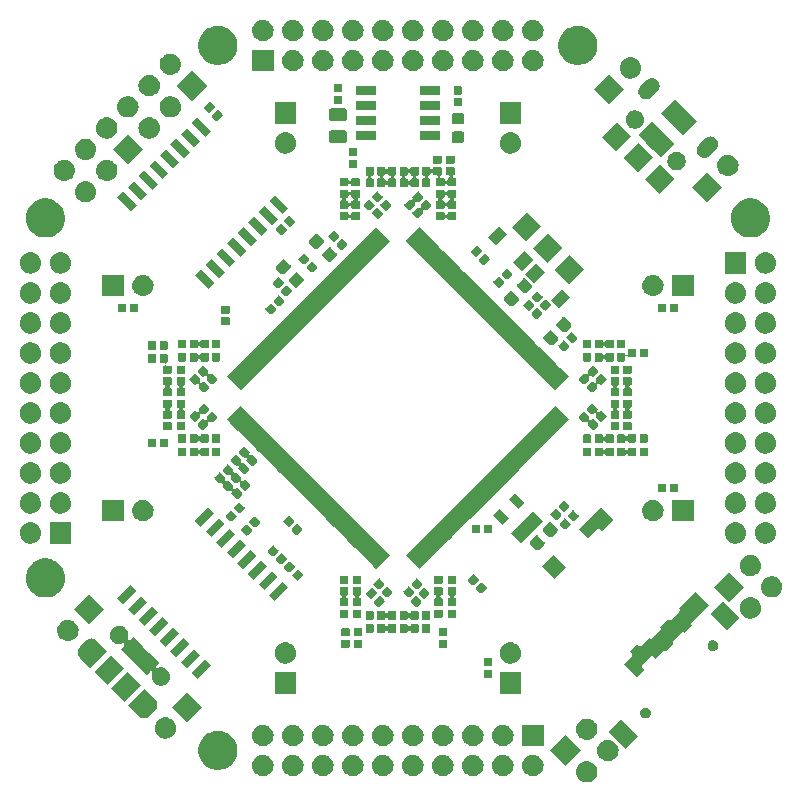
<source format=gbr>
G04 #@! TF.GenerationSoftware,KiCad,Pcbnew,5.0.2-bee76a0~70~ubuntu16.04.1*
G04 #@! TF.CreationDate,2019-08-08T02:08:14+03:00*
G04 #@! TF.ProjectId,FreeEEG32-alpha1.5,46726565-4545-4473-9332-2d616c706861,rev?*
G04 #@! TF.SameCoordinates,Original*
G04 #@! TF.FileFunction,Soldermask,Bot*
G04 #@! TF.FilePolarity,Negative*
%FSLAX46Y46*%
G04 Gerber Fmt 4.6, Leading zero omitted, Abs format (unit mm)*
G04 Created by KiCad (PCBNEW 5.0.2-bee76a0~70~ubuntu16.04.1) date Чт 08 авг 2019 02:08:14*
%MOMM*%
%LPD*%
G01*
G04 APERTURE LIST*
%ADD10C,0.100000*%
G04 APERTURE END LIST*
D10*
G36*
X16088609Y-30746000D02*
X16160576Y-30753088D01*
X16273802Y-30787435D01*
X16330416Y-30804608D01*
X16469036Y-30878703D01*
X16486940Y-30888273D01*
X16522678Y-30917603D01*
X16624135Y-31000865D01*
X16707397Y-31102322D01*
X16736727Y-31138060D01*
X16736728Y-31138062D01*
X16820392Y-31294584D01*
X16820392Y-31294585D01*
X16871912Y-31464424D01*
X16889308Y-31641051D01*
X16871912Y-31817678D01*
X16856714Y-31867778D01*
X16820392Y-31987518D01*
X16746297Y-32126138D01*
X16736727Y-32144042D01*
X16707397Y-32179780D01*
X16624135Y-32281237D01*
X16522678Y-32364499D01*
X16486940Y-32393829D01*
X16486938Y-32393830D01*
X16330416Y-32477494D01*
X16273802Y-32494667D01*
X16160576Y-32529014D01*
X16094391Y-32535533D01*
X16028209Y-32542051D01*
X15939689Y-32542051D01*
X15873507Y-32535533D01*
X15807322Y-32529014D01*
X15694096Y-32494667D01*
X15637482Y-32477494D01*
X15480960Y-32393830D01*
X15480958Y-32393829D01*
X15445220Y-32364499D01*
X15343763Y-32281237D01*
X15260501Y-32179780D01*
X15231171Y-32144042D01*
X15221601Y-32126138D01*
X15147506Y-31987518D01*
X15111184Y-31867778D01*
X15095986Y-31817678D01*
X15078590Y-31641051D01*
X15095986Y-31464424D01*
X15147506Y-31294585D01*
X15147506Y-31294584D01*
X15231170Y-31138062D01*
X15231171Y-31138060D01*
X15260501Y-31102322D01*
X15343763Y-31000865D01*
X15445220Y-30917603D01*
X15480958Y-30888273D01*
X15498862Y-30878703D01*
X15637482Y-30804608D01*
X15694096Y-30787435D01*
X15807322Y-30753088D01*
X15879289Y-30746000D01*
X15939689Y-30740051D01*
X16028209Y-30740051D01*
X16088609Y-30746000D01*
X16088609Y-30746000D01*
G37*
G36*
X11540442Y-30220518D02*
X11606627Y-30227037D01*
X11719853Y-30261384D01*
X11776467Y-30278557D01*
X11906363Y-30347989D01*
X11932991Y-30362222D01*
X11968729Y-30391552D01*
X12070186Y-30474814D01*
X12153448Y-30576271D01*
X12182778Y-30612009D01*
X12182779Y-30612011D01*
X12266443Y-30768533D01*
X12266443Y-30768534D01*
X12317963Y-30938373D01*
X12335359Y-31115000D01*
X12317963Y-31291627D01*
X12283616Y-31404853D01*
X12266443Y-31461467D01*
X12264862Y-31464424D01*
X12182778Y-31617991D01*
X12163853Y-31641051D01*
X12070186Y-31755186D01*
X11994038Y-31817678D01*
X11932991Y-31867778D01*
X11932989Y-31867779D01*
X11776467Y-31951443D01*
X11719853Y-31968616D01*
X11606627Y-32002963D01*
X11540443Y-32009481D01*
X11474260Y-32016000D01*
X11385740Y-32016000D01*
X11319557Y-32009481D01*
X11253373Y-32002963D01*
X11140147Y-31968616D01*
X11083533Y-31951443D01*
X10927011Y-31867779D01*
X10927009Y-31867778D01*
X10865962Y-31817678D01*
X10789814Y-31755186D01*
X10696147Y-31641051D01*
X10677222Y-31617991D01*
X10595138Y-31464424D01*
X10593557Y-31461467D01*
X10576384Y-31404853D01*
X10542037Y-31291627D01*
X10524641Y-31115000D01*
X10542037Y-30938373D01*
X10593557Y-30768534D01*
X10593557Y-30768533D01*
X10677221Y-30612011D01*
X10677222Y-30612009D01*
X10706552Y-30576271D01*
X10789814Y-30474814D01*
X10891271Y-30391552D01*
X10927009Y-30362222D01*
X10953637Y-30347989D01*
X11083533Y-30278557D01*
X11140147Y-30261384D01*
X11253373Y-30227037D01*
X11319558Y-30220518D01*
X11385740Y-30214000D01*
X11474260Y-30214000D01*
X11540442Y-30220518D01*
X11540442Y-30220518D01*
G37*
G36*
X9000442Y-30220518D02*
X9066627Y-30227037D01*
X9179853Y-30261384D01*
X9236467Y-30278557D01*
X9366363Y-30347989D01*
X9392991Y-30362222D01*
X9428729Y-30391552D01*
X9530186Y-30474814D01*
X9613448Y-30576271D01*
X9642778Y-30612009D01*
X9642779Y-30612011D01*
X9726443Y-30768533D01*
X9726443Y-30768534D01*
X9777963Y-30938373D01*
X9795359Y-31115000D01*
X9777963Y-31291627D01*
X9743616Y-31404853D01*
X9726443Y-31461467D01*
X9724862Y-31464424D01*
X9642778Y-31617991D01*
X9623853Y-31641051D01*
X9530186Y-31755186D01*
X9454038Y-31817678D01*
X9392991Y-31867778D01*
X9392989Y-31867779D01*
X9236467Y-31951443D01*
X9179853Y-31968616D01*
X9066627Y-32002963D01*
X9000443Y-32009481D01*
X8934260Y-32016000D01*
X8845740Y-32016000D01*
X8779557Y-32009481D01*
X8713373Y-32002963D01*
X8600147Y-31968616D01*
X8543533Y-31951443D01*
X8387011Y-31867779D01*
X8387009Y-31867778D01*
X8325962Y-31817678D01*
X8249814Y-31755186D01*
X8156147Y-31641051D01*
X8137222Y-31617991D01*
X8055138Y-31464424D01*
X8053557Y-31461467D01*
X8036384Y-31404853D01*
X8002037Y-31291627D01*
X7984641Y-31115000D01*
X8002037Y-30938373D01*
X8053557Y-30768534D01*
X8053557Y-30768533D01*
X8137221Y-30612011D01*
X8137222Y-30612009D01*
X8166552Y-30576271D01*
X8249814Y-30474814D01*
X8351271Y-30391552D01*
X8387009Y-30362222D01*
X8413637Y-30347989D01*
X8543533Y-30278557D01*
X8600147Y-30261384D01*
X8713373Y-30227037D01*
X8779558Y-30220518D01*
X8845740Y-30214000D01*
X8934260Y-30214000D01*
X9000442Y-30220518D01*
X9000442Y-30220518D01*
G37*
G36*
X6460442Y-30220518D02*
X6526627Y-30227037D01*
X6639853Y-30261384D01*
X6696467Y-30278557D01*
X6826363Y-30347989D01*
X6852991Y-30362222D01*
X6888729Y-30391552D01*
X6990186Y-30474814D01*
X7073448Y-30576271D01*
X7102778Y-30612009D01*
X7102779Y-30612011D01*
X7186443Y-30768533D01*
X7186443Y-30768534D01*
X7237963Y-30938373D01*
X7255359Y-31115000D01*
X7237963Y-31291627D01*
X7203616Y-31404853D01*
X7186443Y-31461467D01*
X7184862Y-31464424D01*
X7102778Y-31617991D01*
X7083853Y-31641051D01*
X6990186Y-31755186D01*
X6914038Y-31817678D01*
X6852991Y-31867778D01*
X6852989Y-31867779D01*
X6696467Y-31951443D01*
X6639853Y-31968616D01*
X6526627Y-32002963D01*
X6460443Y-32009481D01*
X6394260Y-32016000D01*
X6305740Y-32016000D01*
X6239557Y-32009481D01*
X6173373Y-32002963D01*
X6060147Y-31968616D01*
X6003533Y-31951443D01*
X5847011Y-31867779D01*
X5847009Y-31867778D01*
X5785962Y-31817678D01*
X5709814Y-31755186D01*
X5616147Y-31641051D01*
X5597222Y-31617991D01*
X5515138Y-31464424D01*
X5513557Y-31461467D01*
X5496384Y-31404853D01*
X5462037Y-31291627D01*
X5444641Y-31115000D01*
X5462037Y-30938373D01*
X5513557Y-30768534D01*
X5513557Y-30768533D01*
X5597221Y-30612011D01*
X5597222Y-30612009D01*
X5626552Y-30576271D01*
X5709814Y-30474814D01*
X5811271Y-30391552D01*
X5847009Y-30362222D01*
X5873637Y-30347989D01*
X6003533Y-30278557D01*
X6060147Y-30261384D01*
X6173373Y-30227037D01*
X6239558Y-30220518D01*
X6305740Y-30214000D01*
X6394260Y-30214000D01*
X6460442Y-30220518D01*
X6460442Y-30220518D01*
G37*
G36*
X3920442Y-30220518D02*
X3986627Y-30227037D01*
X4099853Y-30261384D01*
X4156467Y-30278557D01*
X4286363Y-30347989D01*
X4312991Y-30362222D01*
X4348729Y-30391552D01*
X4450186Y-30474814D01*
X4533448Y-30576271D01*
X4562778Y-30612009D01*
X4562779Y-30612011D01*
X4646443Y-30768533D01*
X4646443Y-30768534D01*
X4697963Y-30938373D01*
X4715359Y-31115000D01*
X4697963Y-31291627D01*
X4663616Y-31404853D01*
X4646443Y-31461467D01*
X4644862Y-31464424D01*
X4562778Y-31617991D01*
X4543853Y-31641051D01*
X4450186Y-31755186D01*
X4374038Y-31817678D01*
X4312991Y-31867778D01*
X4312989Y-31867779D01*
X4156467Y-31951443D01*
X4099853Y-31968616D01*
X3986627Y-32002963D01*
X3920443Y-32009481D01*
X3854260Y-32016000D01*
X3765740Y-32016000D01*
X3699557Y-32009481D01*
X3633373Y-32002963D01*
X3520147Y-31968616D01*
X3463533Y-31951443D01*
X3307011Y-31867779D01*
X3307009Y-31867778D01*
X3245962Y-31817678D01*
X3169814Y-31755186D01*
X3076147Y-31641051D01*
X3057222Y-31617991D01*
X2975138Y-31464424D01*
X2973557Y-31461467D01*
X2956384Y-31404853D01*
X2922037Y-31291627D01*
X2904641Y-31115000D01*
X2922037Y-30938373D01*
X2973557Y-30768534D01*
X2973557Y-30768533D01*
X3057221Y-30612011D01*
X3057222Y-30612009D01*
X3086552Y-30576271D01*
X3169814Y-30474814D01*
X3271271Y-30391552D01*
X3307009Y-30362222D01*
X3333637Y-30347989D01*
X3463533Y-30278557D01*
X3520147Y-30261384D01*
X3633373Y-30227037D01*
X3699558Y-30220518D01*
X3765740Y-30214000D01*
X3854260Y-30214000D01*
X3920442Y-30220518D01*
X3920442Y-30220518D01*
G37*
G36*
X1380442Y-30220518D02*
X1446627Y-30227037D01*
X1559853Y-30261384D01*
X1616467Y-30278557D01*
X1746363Y-30347989D01*
X1772991Y-30362222D01*
X1808729Y-30391552D01*
X1910186Y-30474814D01*
X1993448Y-30576271D01*
X2022778Y-30612009D01*
X2022779Y-30612011D01*
X2106443Y-30768533D01*
X2106443Y-30768534D01*
X2157963Y-30938373D01*
X2175359Y-31115000D01*
X2157963Y-31291627D01*
X2123616Y-31404853D01*
X2106443Y-31461467D01*
X2104862Y-31464424D01*
X2022778Y-31617991D01*
X2003853Y-31641051D01*
X1910186Y-31755186D01*
X1834038Y-31817678D01*
X1772991Y-31867778D01*
X1772989Y-31867779D01*
X1616467Y-31951443D01*
X1559853Y-31968616D01*
X1446627Y-32002963D01*
X1380443Y-32009481D01*
X1314260Y-32016000D01*
X1225740Y-32016000D01*
X1159557Y-32009481D01*
X1093373Y-32002963D01*
X980147Y-31968616D01*
X923533Y-31951443D01*
X767011Y-31867779D01*
X767009Y-31867778D01*
X705962Y-31817678D01*
X629814Y-31755186D01*
X536147Y-31641051D01*
X517222Y-31617991D01*
X435138Y-31464424D01*
X433557Y-31461467D01*
X416384Y-31404853D01*
X382037Y-31291627D01*
X364641Y-31115000D01*
X382037Y-30938373D01*
X433557Y-30768534D01*
X433557Y-30768533D01*
X517221Y-30612011D01*
X517222Y-30612009D01*
X546552Y-30576271D01*
X629814Y-30474814D01*
X731271Y-30391552D01*
X767009Y-30362222D01*
X793637Y-30347989D01*
X923533Y-30278557D01*
X980147Y-30261384D01*
X1093373Y-30227037D01*
X1159558Y-30220518D01*
X1225740Y-30214000D01*
X1314260Y-30214000D01*
X1380442Y-30220518D01*
X1380442Y-30220518D01*
G37*
G36*
X-3699558Y-30220518D02*
X-3633373Y-30227037D01*
X-3520147Y-30261384D01*
X-3463533Y-30278557D01*
X-3333637Y-30347989D01*
X-3307009Y-30362222D01*
X-3271271Y-30391552D01*
X-3169814Y-30474814D01*
X-3086552Y-30576271D01*
X-3057222Y-30612009D01*
X-3057221Y-30612011D01*
X-2973557Y-30768533D01*
X-2973557Y-30768534D01*
X-2922037Y-30938373D01*
X-2904641Y-31115000D01*
X-2922037Y-31291627D01*
X-2956384Y-31404853D01*
X-2973557Y-31461467D01*
X-2975138Y-31464424D01*
X-3057222Y-31617991D01*
X-3076147Y-31641051D01*
X-3169814Y-31755186D01*
X-3245962Y-31817678D01*
X-3307009Y-31867778D01*
X-3307011Y-31867779D01*
X-3463533Y-31951443D01*
X-3520147Y-31968616D01*
X-3633373Y-32002963D01*
X-3699557Y-32009481D01*
X-3765740Y-32016000D01*
X-3854260Y-32016000D01*
X-3920443Y-32009481D01*
X-3986627Y-32002963D01*
X-4099853Y-31968616D01*
X-4156467Y-31951443D01*
X-4312989Y-31867779D01*
X-4312991Y-31867778D01*
X-4374038Y-31817678D01*
X-4450186Y-31755186D01*
X-4543853Y-31641051D01*
X-4562778Y-31617991D01*
X-4644862Y-31464424D01*
X-4646443Y-31461467D01*
X-4663616Y-31404853D01*
X-4697963Y-31291627D01*
X-4715359Y-31115000D01*
X-4697963Y-30938373D01*
X-4646443Y-30768534D01*
X-4646443Y-30768533D01*
X-4562779Y-30612011D01*
X-4562778Y-30612009D01*
X-4533448Y-30576271D01*
X-4450186Y-30474814D01*
X-4348729Y-30391552D01*
X-4312991Y-30362222D01*
X-4286363Y-30347989D01*
X-4156467Y-30278557D01*
X-4099853Y-30261384D01*
X-3986627Y-30227037D01*
X-3920442Y-30220518D01*
X-3854260Y-30214000D01*
X-3765740Y-30214000D01*
X-3699558Y-30220518D01*
X-3699558Y-30220518D01*
G37*
G36*
X-6239558Y-30220518D02*
X-6173373Y-30227037D01*
X-6060147Y-30261384D01*
X-6003533Y-30278557D01*
X-5873637Y-30347989D01*
X-5847009Y-30362222D01*
X-5811271Y-30391552D01*
X-5709814Y-30474814D01*
X-5626552Y-30576271D01*
X-5597222Y-30612009D01*
X-5597221Y-30612011D01*
X-5513557Y-30768533D01*
X-5513557Y-30768534D01*
X-5462037Y-30938373D01*
X-5444641Y-31115000D01*
X-5462037Y-31291627D01*
X-5496384Y-31404853D01*
X-5513557Y-31461467D01*
X-5515138Y-31464424D01*
X-5597222Y-31617991D01*
X-5616147Y-31641051D01*
X-5709814Y-31755186D01*
X-5785962Y-31817678D01*
X-5847009Y-31867778D01*
X-5847011Y-31867779D01*
X-6003533Y-31951443D01*
X-6060147Y-31968616D01*
X-6173373Y-32002963D01*
X-6239557Y-32009481D01*
X-6305740Y-32016000D01*
X-6394260Y-32016000D01*
X-6460443Y-32009481D01*
X-6526627Y-32002963D01*
X-6639853Y-31968616D01*
X-6696467Y-31951443D01*
X-6852989Y-31867779D01*
X-6852991Y-31867778D01*
X-6914038Y-31817678D01*
X-6990186Y-31755186D01*
X-7083853Y-31641051D01*
X-7102778Y-31617991D01*
X-7184862Y-31464424D01*
X-7186443Y-31461467D01*
X-7203616Y-31404853D01*
X-7237963Y-31291627D01*
X-7255359Y-31115000D01*
X-7237963Y-30938373D01*
X-7186443Y-30768534D01*
X-7186443Y-30768533D01*
X-7102779Y-30612011D01*
X-7102778Y-30612009D01*
X-7073448Y-30576271D01*
X-6990186Y-30474814D01*
X-6888729Y-30391552D01*
X-6852991Y-30362222D01*
X-6826363Y-30347989D01*
X-6696467Y-30278557D01*
X-6639853Y-30261384D01*
X-6526627Y-30227037D01*
X-6460442Y-30220518D01*
X-6394260Y-30214000D01*
X-6305740Y-30214000D01*
X-6239558Y-30220518D01*
X-6239558Y-30220518D01*
G37*
G36*
X-8779558Y-30220518D02*
X-8713373Y-30227037D01*
X-8600147Y-30261384D01*
X-8543533Y-30278557D01*
X-8413637Y-30347989D01*
X-8387009Y-30362222D01*
X-8351271Y-30391552D01*
X-8249814Y-30474814D01*
X-8166552Y-30576271D01*
X-8137222Y-30612009D01*
X-8137221Y-30612011D01*
X-8053557Y-30768533D01*
X-8053557Y-30768534D01*
X-8002037Y-30938373D01*
X-7984641Y-31115000D01*
X-8002037Y-31291627D01*
X-8036384Y-31404853D01*
X-8053557Y-31461467D01*
X-8055138Y-31464424D01*
X-8137222Y-31617991D01*
X-8156147Y-31641051D01*
X-8249814Y-31755186D01*
X-8325962Y-31817678D01*
X-8387009Y-31867778D01*
X-8387011Y-31867779D01*
X-8543533Y-31951443D01*
X-8600147Y-31968616D01*
X-8713373Y-32002963D01*
X-8779557Y-32009481D01*
X-8845740Y-32016000D01*
X-8934260Y-32016000D01*
X-9000443Y-32009481D01*
X-9066627Y-32002963D01*
X-9179853Y-31968616D01*
X-9236467Y-31951443D01*
X-9392989Y-31867779D01*
X-9392991Y-31867778D01*
X-9454038Y-31817678D01*
X-9530186Y-31755186D01*
X-9623853Y-31641051D01*
X-9642778Y-31617991D01*
X-9724862Y-31464424D01*
X-9726443Y-31461467D01*
X-9743616Y-31404853D01*
X-9777963Y-31291627D01*
X-9795359Y-31115000D01*
X-9777963Y-30938373D01*
X-9726443Y-30768534D01*
X-9726443Y-30768533D01*
X-9642779Y-30612011D01*
X-9642778Y-30612009D01*
X-9613448Y-30576271D01*
X-9530186Y-30474814D01*
X-9428729Y-30391552D01*
X-9392991Y-30362222D01*
X-9366363Y-30347989D01*
X-9236467Y-30278557D01*
X-9179853Y-30261384D01*
X-9066627Y-30227037D01*
X-9000442Y-30220518D01*
X-8934260Y-30214000D01*
X-8845740Y-30214000D01*
X-8779558Y-30220518D01*
X-8779558Y-30220518D01*
G37*
G36*
X-11319558Y-30220518D02*
X-11253373Y-30227037D01*
X-11140147Y-30261384D01*
X-11083533Y-30278557D01*
X-10953637Y-30347989D01*
X-10927009Y-30362222D01*
X-10891271Y-30391552D01*
X-10789814Y-30474814D01*
X-10706552Y-30576271D01*
X-10677222Y-30612009D01*
X-10677221Y-30612011D01*
X-10593557Y-30768533D01*
X-10593557Y-30768534D01*
X-10542037Y-30938373D01*
X-10524641Y-31115000D01*
X-10542037Y-31291627D01*
X-10576384Y-31404853D01*
X-10593557Y-31461467D01*
X-10595138Y-31464424D01*
X-10677222Y-31617991D01*
X-10696147Y-31641051D01*
X-10789814Y-31755186D01*
X-10865962Y-31817678D01*
X-10927009Y-31867778D01*
X-10927011Y-31867779D01*
X-11083533Y-31951443D01*
X-11140147Y-31968616D01*
X-11253373Y-32002963D01*
X-11319557Y-32009481D01*
X-11385740Y-32016000D01*
X-11474260Y-32016000D01*
X-11540443Y-32009481D01*
X-11606627Y-32002963D01*
X-11719853Y-31968616D01*
X-11776467Y-31951443D01*
X-11932989Y-31867779D01*
X-11932991Y-31867778D01*
X-11994038Y-31817678D01*
X-12070186Y-31755186D01*
X-12163853Y-31641051D01*
X-12182778Y-31617991D01*
X-12264862Y-31464424D01*
X-12266443Y-31461467D01*
X-12283616Y-31404853D01*
X-12317963Y-31291627D01*
X-12335359Y-31115000D01*
X-12317963Y-30938373D01*
X-12266443Y-30768534D01*
X-12266443Y-30768533D01*
X-12182779Y-30612011D01*
X-12182778Y-30612009D01*
X-12153448Y-30576271D01*
X-12070186Y-30474814D01*
X-11968729Y-30391552D01*
X-11932991Y-30362222D01*
X-11906363Y-30347989D01*
X-11776467Y-30278557D01*
X-11719853Y-30261384D01*
X-11606627Y-30227037D01*
X-11540442Y-30220518D01*
X-11474260Y-30214000D01*
X-11385740Y-30214000D01*
X-11319558Y-30220518D01*
X-11319558Y-30220518D01*
G37*
G36*
X-1159558Y-30220518D02*
X-1093373Y-30227037D01*
X-980147Y-30261384D01*
X-923533Y-30278557D01*
X-793637Y-30347989D01*
X-767009Y-30362222D01*
X-731271Y-30391552D01*
X-629814Y-30474814D01*
X-546552Y-30576271D01*
X-517222Y-30612009D01*
X-517221Y-30612011D01*
X-433557Y-30768533D01*
X-433557Y-30768534D01*
X-382037Y-30938373D01*
X-364641Y-31115000D01*
X-382037Y-31291627D01*
X-416384Y-31404853D01*
X-433557Y-31461467D01*
X-435138Y-31464424D01*
X-517222Y-31617991D01*
X-536147Y-31641051D01*
X-629814Y-31755186D01*
X-705962Y-31817678D01*
X-767009Y-31867778D01*
X-767011Y-31867779D01*
X-923533Y-31951443D01*
X-980147Y-31968616D01*
X-1093373Y-32002963D01*
X-1159557Y-32009481D01*
X-1225740Y-32016000D01*
X-1314260Y-32016000D01*
X-1380443Y-32009481D01*
X-1446627Y-32002963D01*
X-1559853Y-31968616D01*
X-1616467Y-31951443D01*
X-1772989Y-31867779D01*
X-1772991Y-31867778D01*
X-1834038Y-31817678D01*
X-1910186Y-31755186D01*
X-2003853Y-31641051D01*
X-2022778Y-31617991D01*
X-2104862Y-31464424D01*
X-2106443Y-31461467D01*
X-2123616Y-31404853D01*
X-2157963Y-31291627D01*
X-2175359Y-31115000D01*
X-2157963Y-30938373D01*
X-2106443Y-30768534D01*
X-2106443Y-30768533D01*
X-2022779Y-30612011D01*
X-2022778Y-30612009D01*
X-1993448Y-30576271D01*
X-1910186Y-30474814D01*
X-1808729Y-30391552D01*
X-1772991Y-30362222D01*
X-1746363Y-30347989D01*
X-1616467Y-30278557D01*
X-1559853Y-30261384D01*
X-1446627Y-30227037D01*
X-1380442Y-30220518D01*
X-1314260Y-30214000D01*
X-1225740Y-30214000D01*
X-1159558Y-30220518D01*
X-1159558Y-30220518D01*
G37*
G36*
X-14864744Y-28236298D02*
X-14758421Y-28257447D01*
X-14457958Y-28381903D01*
X-14433309Y-28398373D01*
X-14187546Y-28562587D01*
X-13957587Y-28792546D01*
X-13957585Y-28792549D01*
X-13776903Y-29062958D01*
X-13652447Y-29363421D01*
X-13589000Y-29682391D01*
X-13589000Y-30007609D01*
X-13652447Y-30326579D01*
X-13776903Y-30627042D01*
X-13871445Y-30768533D01*
X-13957587Y-30897454D01*
X-14187546Y-31127413D01*
X-14187549Y-31127415D01*
X-14457958Y-31308097D01*
X-14758421Y-31432553D01*
X-14864744Y-31453702D01*
X-15077389Y-31496000D01*
X-15402611Y-31496000D01*
X-15615256Y-31453702D01*
X-15721579Y-31432553D01*
X-16022042Y-31308097D01*
X-16292451Y-31127415D01*
X-16292454Y-31127413D01*
X-16522413Y-30897454D01*
X-16608555Y-30768533D01*
X-16703097Y-30627042D01*
X-16827553Y-30326579D01*
X-16891000Y-30007609D01*
X-16891000Y-29682391D01*
X-16827553Y-29363421D01*
X-16703097Y-29062958D01*
X-16522415Y-28792549D01*
X-16522413Y-28792546D01*
X-16292454Y-28562587D01*
X-16046691Y-28398373D01*
X-16022042Y-28381903D01*
X-15721579Y-28257447D01*
X-15615256Y-28236298D01*
X-15402611Y-28194000D01*
X-15077389Y-28194000D01*
X-14864744Y-28236298D01*
X-14864744Y-28236298D01*
G37*
G36*
X15462105Y-29845000D02*
X14187898Y-31119207D01*
X12913691Y-29845000D01*
X14187898Y-28570793D01*
X15462105Y-29845000D01*
X15462105Y-29845000D01*
G37*
G36*
X17884660Y-28949949D02*
X17956627Y-28957037D01*
X18069853Y-28991384D01*
X18126467Y-29008557D01*
X18228246Y-29062960D01*
X18282991Y-29092222D01*
X18318729Y-29121552D01*
X18420186Y-29204814D01*
X18503448Y-29306271D01*
X18532778Y-29342009D01*
X18532779Y-29342011D01*
X18616443Y-29498533D01*
X18616443Y-29498534D01*
X18667963Y-29668373D01*
X18685359Y-29845000D01*
X18667963Y-30021627D01*
X18633616Y-30134853D01*
X18616443Y-30191467D01*
X18597430Y-30227037D01*
X18532778Y-30347991D01*
X18503448Y-30383729D01*
X18420186Y-30485186D01*
X18318729Y-30568448D01*
X18282991Y-30597778D01*
X18282989Y-30597779D01*
X18126467Y-30681443D01*
X18069853Y-30698616D01*
X17956627Y-30732963D01*
X17890442Y-30739482D01*
X17824260Y-30746000D01*
X17735740Y-30746000D01*
X17669558Y-30739482D01*
X17603373Y-30732963D01*
X17490147Y-30698616D01*
X17433533Y-30681443D01*
X17277011Y-30597779D01*
X17277009Y-30597778D01*
X17241271Y-30568448D01*
X17139814Y-30485186D01*
X17056552Y-30383729D01*
X17027222Y-30347991D01*
X16962570Y-30227037D01*
X16943557Y-30191467D01*
X16926384Y-30134853D01*
X16892037Y-30021627D01*
X16874641Y-29845000D01*
X16892037Y-29668373D01*
X16943557Y-29498534D01*
X16943557Y-29498533D01*
X17027221Y-29342011D01*
X17027222Y-29342009D01*
X17056552Y-29306271D01*
X17139814Y-29204814D01*
X17241271Y-29121552D01*
X17277009Y-29092222D01*
X17331754Y-29062960D01*
X17433533Y-29008557D01*
X17490147Y-28991384D01*
X17603373Y-28957037D01*
X17675340Y-28949949D01*
X17735740Y-28944000D01*
X17824260Y-28944000D01*
X17884660Y-28949949D01*
X17884660Y-28949949D01*
G37*
G36*
X20346562Y-28620987D02*
X19284487Y-29683062D01*
X17868858Y-28267433D01*
X18930933Y-27205358D01*
X20346562Y-28620987D01*
X20346562Y-28620987D01*
G37*
G36*
X1380443Y-27680519D02*
X1446627Y-27687037D01*
X1559853Y-27721384D01*
X1616467Y-27738557D01*
X1755087Y-27812652D01*
X1772991Y-27822222D01*
X1808729Y-27851552D01*
X1910186Y-27934814D01*
X1993448Y-28036271D01*
X2022778Y-28072009D01*
X2022779Y-28072011D01*
X2106443Y-28228533D01*
X2106443Y-28228534D01*
X2157963Y-28398373D01*
X2175359Y-28575000D01*
X2157963Y-28751627D01*
X2150435Y-28776443D01*
X2106443Y-28921467D01*
X2087430Y-28957037D01*
X2022778Y-29077991D01*
X1993448Y-29113729D01*
X1910186Y-29215186D01*
X1808729Y-29298448D01*
X1772991Y-29327778D01*
X1772989Y-29327779D01*
X1616467Y-29411443D01*
X1559853Y-29428616D01*
X1446627Y-29462963D01*
X1380443Y-29469481D01*
X1314260Y-29476000D01*
X1225740Y-29476000D01*
X1159557Y-29469481D01*
X1093373Y-29462963D01*
X980147Y-29428616D01*
X923533Y-29411443D01*
X767011Y-29327779D01*
X767009Y-29327778D01*
X731271Y-29298448D01*
X629814Y-29215186D01*
X546552Y-29113729D01*
X517222Y-29077991D01*
X452570Y-28957037D01*
X433557Y-28921467D01*
X389565Y-28776443D01*
X382037Y-28751627D01*
X364641Y-28575000D01*
X382037Y-28398373D01*
X433557Y-28228534D01*
X433557Y-28228533D01*
X517221Y-28072011D01*
X517222Y-28072009D01*
X546552Y-28036271D01*
X629814Y-27934814D01*
X731271Y-27851552D01*
X767009Y-27822222D01*
X784913Y-27812652D01*
X923533Y-27738557D01*
X980147Y-27721384D01*
X1093373Y-27687037D01*
X1159557Y-27680519D01*
X1225740Y-27674000D01*
X1314260Y-27674000D01*
X1380443Y-27680519D01*
X1380443Y-27680519D01*
G37*
G36*
X12331000Y-29476000D02*
X10529000Y-29476000D01*
X10529000Y-27674000D01*
X12331000Y-27674000D01*
X12331000Y-29476000D01*
X12331000Y-29476000D01*
G37*
G36*
X-1159557Y-27680519D02*
X-1093373Y-27687037D01*
X-980147Y-27721384D01*
X-923533Y-27738557D01*
X-784913Y-27812652D01*
X-767009Y-27822222D01*
X-731271Y-27851552D01*
X-629814Y-27934814D01*
X-546552Y-28036271D01*
X-517222Y-28072009D01*
X-517221Y-28072011D01*
X-433557Y-28228533D01*
X-433557Y-28228534D01*
X-382037Y-28398373D01*
X-364641Y-28575000D01*
X-382037Y-28751627D01*
X-389565Y-28776443D01*
X-433557Y-28921467D01*
X-452570Y-28957037D01*
X-517222Y-29077991D01*
X-546552Y-29113729D01*
X-629814Y-29215186D01*
X-731271Y-29298448D01*
X-767009Y-29327778D01*
X-767011Y-29327779D01*
X-923533Y-29411443D01*
X-980147Y-29428616D01*
X-1093373Y-29462963D01*
X-1159557Y-29469481D01*
X-1225740Y-29476000D01*
X-1314260Y-29476000D01*
X-1380443Y-29469481D01*
X-1446627Y-29462963D01*
X-1559853Y-29428616D01*
X-1616467Y-29411443D01*
X-1772989Y-29327779D01*
X-1772991Y-29327778D01*
X-1808729Y-29298448D01*
X-1910186Y-29215186D01*
X-1993448Y-29113729D01*
X-2022778Y-29077991D01*
X-2087430Y-28957037D01*
X-2106443Y-28921467D01*
X-2150435Y-28776443D01*
X-2157963Y-28751627D01*
X-2175359Y-28575000D01*
X-2157963Y-28398373D01*
X-2106443Y-28228534D01*
X-2106443Y-28228533D01*
X-2022779Y-28072011D01*
X-2022778Y-28072009D01*
X-1993448Y-28036271D01*
X-1910186Y-27934814D01*
X-1808729Y-27851552D01*
X-1772991Y-27822222D01*
X-1755087Y-27812652D01*
X-1616467Y-27738557D01*
X-1559853Y-27721384D01*
X-1446627Y-27687037D01*
X-1380443Y-27680519D01*
X-1314260Y-27674000D01*
X-1225740Y-27674000D01*
X-1159557Y-27680519D01*
X-1159557Y-27680519D01*
G37*
G36*
X-6239557Y-27680519D02*
X-6173373Y-27687037D01*
X-6060147Y-27721384D01*
X-6003533Y-27738557D01*
X-5864913Y-27812652D01*
X-5847009Y-27822222D01*
X-5811271Y-27851552D01*
X-5709814Y-27934814D01*
X-5626552Y-28036271D01*
X-5597222Y-28072009D01*
X-5597221Y-28072011D01*
X-5513557Y-28228533D01*
X-5513557Y-28228534D01*
X-5462037Y-28398373D01*
X-5444641Y-28575000D01*
X-5462037Y-28751627D01*
X-5469565Y-28776443D01*
X-5513557Y-28921467D01*
X-5532570Y-28957037D01*
X-5597222Y-29077991D01*
X-5626552Y-29113729D01*
X-5709814Y-29215186D01*
X-5811271Y-29298448D01*
X-5847009Y-29327778D01*
X-5847011Y-29327779D01*
X-6003533Y-29411443D01*
X-6060147Y-29428616D01*
X-6173373Y-29462963D01*
X-6239557Y-29469481D01*
X-6305740Y-29476000D01*
X-6394260Y-29476000D01*
X-6460443Y-29469481D01*
X-6526627Y-29462963D01*
X-6639853Y-29428616D01*
X-6696467Y-29411443D01*
X-6852989Y-29327779D01*
X-6852991Y-29327778D01*
X-6888729Y-29298448D01*
X-6990186Y-29215186D01*
X-7073448Y-29113729D01*
X-7102778Y-29077991D01*
X-7167430Y-28957037D01*
X-7186443Y-28921467D01*
X-7230435Y-28776443D01*
X-7237963Y-28751627D01*
X-7255359Y-28575000D01*
X-7237963Y-28398373D01*
X-7186443Y-28228534D01*
X-7186443Y-28228533D01*
X-7102779Y-28072011D01*
X-7102778Y-28072009D01*
X-7073448Y-28036271D01*
X-6990186Y-27934814D01*
X-6888729Y-27851552D01*
X-6852991Y-27822222D01*
X-6835087Y-27812652D01*
X-6696467Y-27738557D01*
X-6639853Y-27721384D01*
X-6526627Y-27687037D01*
X-6460443Y-27680519D01*
X-6394260Y-27674000D01*
X-6305740Y-27674000D01*
X-6239557Y-27680519D01*
X-6239557Y-27680519D01*
G37*
G36*
X3920443Y-27680519D02*
X3986627Y-27687037D01*
X4099853Y-27721384D01*
X4156467Y-27738557D01*
X4295087Y-27812652D01*
X4312991Y-27822222D01*
X4348729Y-27851552D01*
X4450186Y-27934814D01*
X4533448Y-28036271D01*
X4562778Y-28072009D01*
X4562779Y-28072011D01*
X4646443Y-28228533D01*
X4646443Y-28228534D01*
X4697963Y-28398373D01*
X4715359Y-28575000D01*
X4697963Y-28751627D01*
X4690435Y-28776443D01*
X4646443Y-28921467D01*
X4627430Y-28957037D01*
X4562778Y-29077991D01*
X4533448Y-29113729D01*
X4450186Y-29215186D01*
X4348729Y-29298448D01*
X4312991Y-29327778D01*
X4312989Y-29327779D01*
X4156467Y-29411443D01*
X4099853Y-29428616D01*
X3986627Y-29462963D01*
X3920443Y-29469481D01*
X3854260Y-29476000D01*
X3765740Y-29476000D01*
X3699557Y-29469481D01*
X3633373Y-29462963D01*
X3520147Y-29428616D01*
X3463533Y-29411443D01*
X3307011Y-29327779D01*
X3307009Y-29327778D01*
X3271271Y-29298448D01*
X3169814Y-29215186D01*
X3086552Y-29113729D01*
X3057222Y-29077991D01*
X2992570Y-28957037D01*
X2973557Y-28921467D01*
X2929565Y-28776443D01*
X2922037Y-28751627D01*
X2904641Y-28575000D01*
X2922037Y-28398373D01*
X2973557Y-28228534D01*
X2973557Y-28228533D01*
X3057221Y-28072011D01*
X3057222Y-28072009D01*
X3086552Y-28036271D01*
X3169814Y-27934814D01*
X3271271Y-27851552D01*
X3307009Y-27822222D01*
X3324913Y-27812652D01*
X3463533Y-27738557D01*
X3520147Y-27721384D01*
X3633373Y-27687037D01*
X3699557Y-27680519D01*
X3765740Y-27674000D01*
X3854260Y-27674000D01*
X3920443Y-27680519D01*
X3920443Y-27680519D01*
G37*
G36*
X6460443Y-27680519D02*
X6526627Y-27687037D01*
X6639853Y-27721384D01*
X6696467Y-27738557D01*
X6835087Y-27812652D01*
X6852991Y-27822222D01*
X6888729Y-27851552D01*
X6990186Y-27934814D01*
X7073448Y-28036271D01*
X7102778Y-28072009D01*
X7102779Y-28072011D01*
X7186443Y-28228533D01*
X7186443Y-28228534D01*
X7237963Y-28398373D01*
X7255359Y-28575000D01*
X7237963Y-28751627D01*
X7230435Y-28776443D01*
X7186443Y-28921467D01*
X7167430Y-28957037D01*
X7102778Y-29077991D01*
X7073448Y-29113729D01*
X6990186Y-29215186D01*
X6888729Y-29298448D01*
X6852991Y-29327778D01*
X6852989Y-29327779D01*
X6696467Y-29411443D01*
X6639853Y-29428616D01*
X6526627Y-29462963D01*
X6460443Y-29469481D01*
X6394260Y-29476000D01*
X6305740Y-29476000D01*
X6239557Y-29469481D01*
X6173373Y-29462963D01*
X6060147Y-29428616D01*
X6003533Y-29411443D01*
X5847011Y-29327779D01*
X5847009Y-29327778D01*
X5811271Y-29298448D01*
X5709814Y-29215186D01*
X5626552Y-29113729D01*
X5597222Y-29077991D01*
X5532570Y-28957037D01*
X5513557Y-28921467D01*
X5469565Y-28776443D01*
X5462037Y-28751627D01*
X5444641Y-28575000D01*
X5462037Y-28398373D01*
X5513557Y-28228534D01*
X5513557Y-28228533D01*
X5597221Y-28072011D01*
X5597222Y-28072009D01*
X5626552Y-28036271D01*
X5709814Y-27934814D01*
X5811271Y-27851552D01*
X5847009Y-27822222D01*
X5864913Y-27812652D01*
X6003533Y-27738557D01*
X6060147Y-27721384D01*
X6173373Y-27687037D01*
X6239557Y-27680519D01*
X6305740Y-27674000D01*
X6394260Y-27674000D01*
X6460443Y-27680519D01*
X6460443Y-27680519D01*
G37*
G36*
X-11319557Y-27680519D02*
X-11253373Y-27687037D01*
X-11140147Y-27721384D01*
X-11083533Y-27738557D01*
X-10944913Y-27812652D01*
X-10927009Y-27822222D01*
X-10891271Y-27851552D01*
X-10789814Y-27934814D01*
X-10706552Y-28036271D01*
X-10677222Y-28072009D01*
X-10677221Y-28072011D01*
X-10593557Y-28228533D01*
X-10593557Y-28228534D01*
X-10542037Y-28398373D01*
X-10524641Y-28575000D01*
X-10542037Y-28751627D01*
X-10549565Y-28776443D01*
X-10593557Y-28921467D01*
X-10612570Y-28957037D01*
X-10677222Y-29077991D01*
X-10706552Y-29113729D01*
X-10789814Y-29215186D01*
X-10891271Y-29298448D01*
X-10927009Y-29327778D01*
X-10927011Y-29327779D01*
X-11083533Y-29411443D01*
X-11140147Y-29428616D01*
X-11253373Y-29462963D01*
X-11319557Y-29469481D01*
X-11385740Y-29476000D01*
X-11474260Y-29476000D01*
X-11540443Y-29469481D01*
X-11606627Y-29462963D01*
X-11719853Y-29428616D01*
X-11776467Y-29411443D01*
X-11932989Y-29327779D01*
X-11932991Y-29327778D01*
X-11968729Y-29298448D01*
X-12070186Y-29215186D01*
X-12153448Y-29113729D01*
X-12182778Y-29077991D01*
X-12247430Y-28957037D01*
X-12266443Y-28921467D01*
X-12310435Y-28776443D01*
X-12317963Y-28751627D01*
X-12335359Y-28575000D01*
X-12317963Y-28398373D01*
X-12266443Y-28228534D01*
X-12266443Y-28228533D01*
X-12182779Y-28072011D01*
X-12182778Y-28072009D01*
X-12153448Y-28036271D01*
X-12070186Y-27934814D01*
X-11968729Y-27851552D01*
X-11932991Y-27822222D01*
X-11915087Y-27812652D01*
X-11776467Y-27738557D01*
X-11719853Y-27721384D01*
X-11606627Y-27687037D01*
X-11540443Y-27680519D01*
X-11474260Y-27674000D01*
X-11385740Y-27674000D01*
X-11319557Y-27680519D01*
X-11319557Y-27680519D01*
G37*
G36*
X-3699557Y-27680519D02*
X-3633373Y-27687037D01*
X-3520147Y-27721384D01*
X-3463533Y-27738557D01*
X-3324913Y-27812652D01*
X-3307009Y-27822222D01*
X-3271271Y-27851552D01*
X-3169814Y-27934814D01*
X-3086552Y-28036271D01*
X-3057222Y-28072009D01*
X-3057221Y-28072011D01*
X-2973557Y-28228533D01*
X-2973557Y-28228534D01*
X-2922037Y-28398373D01*
X-2904641Y-28575000D01*
X-2922037Y-28751627D01*
X-2929565Y-28776443D01*
X-2973557Y-28921467D01*
X-2992570Y-28957037D01*
X-3057222Y-29077991D01*
X-3086552Y-29113729D01*
X-3169814Y-29215186D01*
X-3271271Y-29298448D01*
X-3307009Y-29327778D01*
X-3307011Y-29327779D01*
X-3463533Y-29411443D01*
X-3520147Y-29428616D01*
X-3633373Y-29462963D01*
X-3699557Y-29469481D01*
X-3765740Y-29476000D01*
X-3854260Y-29476000D01*
X-3920443Y-29469481D01*
X-3986627Y-29462963D01*
X-4099853Y-29428616D01*
X-4156467Y-29411443D01*
X-4312989Y-29327779D01*
X-4312991Y-29327778D01*
X-4348729Y-29298448D01*
X-4450186Y-29215186D01*
X-4533448Y-29113729D01*
X-4562778Y-29077991D01*
X-4627430Y-28957037D01*
X-4646443Y-28921467D01*
X-4690435Y-28776443D01*
X-4697963Y-28751627D01*
X-4715359Y-28575000D01*
X-4697963Y-28398373D01*
X-4646443Y-28228534D01*
X-4646443Y-28228533D01*
X-4562779Y-28072011D01*
X-4562778Y-28072009D01*
X-4533448Y-28036271D01*
X-4450186Y-27934814D01*
X-4348729Y-27851552D01*
X-4312991Y-27822222D01*
X-4295087Y-27812652D01*
X-4156467Y-27738557D01*
X-4099853Y-27721384D01*
X-3986627Y-27687037D01*
X-3920443Y-27680519D01*
X-3854260Y-27674000D01*
X-3765740Y-27674000D01*
X-3699557Y-27680519D01*
X-3699557Y-27680519D01*
G37*
G36*
X9000443Y-27680519D02*
X9066627Y-27687037D01*
X9179853Y-27721384D01*
X9236467Y-27738557D01*
X9375087Y-27812652D01*
X9392991Y-27822222D01*
X9428729Y-27851552D01*
X9530186Y-27934814D01*
X9613448Y-28036271D01*
X9642778Y-28072009D01*
X9642779Y-28072011D01*
X9726443Y-28228533D01*
X9726443Y-28228534D01*
X9777963Y-28398373D01*
X9795359Y-28575000D01*
X9777963Y-28751627D01*
X9770435Y-28776443D01*
X9726443Y-28921467D01*
X9707430Y-28957037D01*
X9642778Y-29077991D01*
X9613448Y-29113729D01*
X9530186Y-29215186D01*
X9428729Y-29298448D01*
X9392991Y-29327778D01*
X9392989Y-29327779D01*
X9236467Y-29411443D01*
X9179853Y-29428616D01*
X9066627Y-29462963D01*
X9000443Y-29469481D01*
X8934260Y-29476000D01*
X8845740Y-29476000D01*
X8779557Y-29469481D01*
X8713373Y-29462963D01*
X8600147Y-29428616D01*
X8543533Y-29411443D01*
X8387011Y-29327779D01*
X8387009Y-29327778D01*
X8351271Y-29298448D01*
X8249814Y-29215186D01*
X8166552Y-29113729D01*
X8137222Y-29077991D01*
X8072570Y-28957037D01*
X8053557Y-28921467D01*
X8009565Y-28776443D01*
X8002037Y-28751627D01*
X7984641Y-28575000D01*
X8002037Y-28398373D01*
X8053557Y-28228534D01*
X8053557Y-28228533D01*
X8137221Y-28072011D01*
X8137222Y-28072009D01*
X8166552Y-28036271D01*
X8249814Y-27934814D01*
X8351271Y-27851552D01*
X8387009Y-27822222D01*
X8404913Y-27812652D01*
X8543533Y-27738557D01*
X8600147Y-27721384D01*
X8713373Y-27687037D01*
X8779557Y-27680519D01*
X8845740Y-27674000D01*
X8934260Y-27674000D01*
X9000443Y-27680519D01*
X9000443Y-27680519D01*
G37*
G36*
X-8779557Y-27680519D02*
X-8713373Y-27687037D01*
X-8600147Y-27721384D01*
X-8543533Y-27738557D01*
X-8404913Y-27812652D01*
X-8387009Y-27822222D01*
X-8351271Y-27851552D01*
X-8249814Y-27934814D01*
X-8166552Y-28036271D01*
X-8137222Y-28072009D01*
X-8137221Y-28072011D01*
X-8053557Y-28228533D01*
X-8053557Y-28228534D01*
X-8002037Y-28398373D01*
X-7984641Y-28575000D01*
X-8002037Y-28751627D01*
X-8009565Y-28776443D01*
X-8053557Y-28921467D01*
X-8072570Y-28957037D01*
X-8137222Y-29077991D01*
X-8166552Y-29113729D01*
X-8249814Y-29215186D01*
X-8351271Y-29298448D01*
X-8387009Y-29327778D01*
X-8387011Y-29327779D01*
X-8543533Y-29411443D01*
X-8600147Y-29428616D01*
X-8713373Y-29462963D01*
X-8779557Y-29469481D01*
X-8845740Y-29476000D01*
X-8934260Y-29476000D01*
X-9000443Y-29469481D01*
X-9066627Y-29462963D01*
X-9179853Y-29428616D01*
X-9236467Y-29411443D01*
X-9392989Y-29327779D01*
X-9392991Y-29327778D01*
X-9428729Y-29298448D01*
X-9530186Y-29215186D01*
X-9613448Y-29113729D01*
X-9642778Y-29077991D01*
X-9707430Y-28957037D01*
X-9726443Y-28921467D01*
X-9770435Y-28776443D01*
X-9777963Y-28751627D01*
X-9795359Y-28575000D01*
X-9777963Y-28398373D01*
X-9726443Y-28228534D01*
X-9726443Y-28228533D01*
X-9642779Y-28072011D01*
X-9642778Y-28072009D01*
X-9613448Y-28036271D01*
X-9530186Y-27934814D01*
X-9428729Y-27851552D01*
X-9392991Y-27822222D01*
X-9375087Y-27812652D01*
X-9236467Y-27738557D01*
X-9179853Y-27721384D01*
X-9066627Y-27687037D01*
X-9000443Y-27680519D01*
X-8934260Y-27674000D01*
X-8845740Y-27674000D01*
X-8779557Y-27680519D01*
X-8779557Y-27680519D01*
G37*
G36*
X16094392Y-27154468D02*
X16160576Y-27160986D01*
X16273802Y-27195333D01*
X16330416Y-27212506D01*
X16469036Y-27286601D01*
X16486940Y-27296171D01*
X16491380Y-27299815D01*
X16624135Y-27408763D01*
X16707397Y-27510220D01*
X16736727Y-27545958D01*
X16736728Y-27545960D01*
X16820392Y-27702482D01*
X16820392Y-27702483D01*
X16871912Y-27872322D01*
X16889308Y-28048949D01*
X16871912Y-28225576D01*
X16853441Y-28286466D01*
X16820392Y-28395416D01*
X16818811Y-28398373D01*
X16736727Y-28551940D01*
X16721254Y-28570794D01*
X16624135Y-28689135D01*
X16547987Y-28751627D01*
X16486940Y-28801727D01*
X16486938Y-28801728D01*
X16330416Y-28885392D01*
X16273802Y-28902565D01*
X16160576Y-28936912D01*
X16094391Y-28943431D01*
X16028209Y-28949949D01*
X15939689Y-28949949D01*
X15873507Y-28943431D01*
X15807322Y-28936912D01*
X15694096Y-28902565D01*
X15637482Y-28885392D01*
X15480960Y-28801728D01*
X15480958Y-28801727D01*
X15419911Y-28751627D01*
X15343763Y-28689135D01*
X15246644Y-28570794D01*
X15231171Y-28551940D01*
X15149087Y-28398373D01*
X15147506Y-28395416D01*
X15114457Y-28286466D01*
X15095986Y-28225576D01*
X15078590Y-28048949D01*
X15095986Y-27872322D01*
X15147506Y-27702483D01*
X15147506Y-27702482D01*
X15231170Y-27545960D01*
X15231171Y-27545958D01*
X15260501Y-27510220D01*
X15343763Y-27408763D01*
X15476518Y-27299815D01*
X15480958Y-27296171D01*
X15498862Y-27286601D01*
X15637482Y-27212506D01*
X15694096Y-27195333D01*
X15807322Y-27160986D01*
X15873506Y-27154468D01*
X15939689Y-27147949D01*
X16028209Y-27147949D01*
X16094392Y-27154468D01*
X16094392Y-27154468D01*
G37*
G36*
X-19574557Y-27045519D02*
X-19508373Y-27052037D01*
X-19395147Y-27086384D01*
X-19338533Y-27103557D01*
X-19255483Y-27147949D01*
X-19182009Y-27187222D01*
X-19159909Y-27205359D01*
X-19044814Y-27299814D01*
X-18961552Y-27401271D01*
X-18932222Y-27437009D01*
X-18932221Y-27437011D01*
X-18848557Y-27593533D01*
X-18848557Y-27593534D01*
X-18797037Y-27763373D01*
X-18779641Y-27940000D01*
X-18797037Y-28116627D01*
X-18820508Y-28194000D01*
X-18848557Y-28286467D01*
X-18906792Y-28395415D01*
X-18932222Y-28442991D01*
X-18961552Y-28478729D01*
X-19044814Y-28580186D01*
X-19146271Y-28663448D01*
X-19182009Y-28692778D01*
X-19182011Y-28692779D01*
X-19338533Y-28776443D01*
X-19391619Y-28792546D01*
X-19508373Y-28827963D01*
X-19574558Y-28834482D01*
X-19640740Y-28841000D01*
X-19729260Y-28841000D01*
X-19795442Y-28834482D01*
X-19861627Y-28827963D01*
X-19978381Y-28792546D01*
X-20031467Y-28776443D01*
X-20187989Y-28692779D01*
X-20187991Y-28692778D01*
X-20223729Y-28663448D01*
X-20325186Y-28580186D01*
X-20408448Y-28478729D01*
X-20437778Y-28442991D01*
X-20463208Y-28395415D01*
X-20521443Y-28286467D01*
X-20549492Y-28194000D01*
X-20572963Y-28116627D01*
X-20590359Y-27940000D01*
X-20572963Y-27763373D01*
X-20521443Y-27593534D01*
X-20521443Y-27593533D01*
X-20437779Y-27437011D01*
X-20437778Y-27437009D01*
X-20408448Y-27401271D01*
X-20325186Y-27299814D01*
X-20210091Y-27205359D01*
X-20187991Y-27187222D01*
X-20114517Y-27147949D01*
X-20031467Y-27103557D01*
X-19974853Y-27086384D01*
X-19861627Y-27052037D01*
X-19795443Y-27045519D01*
X-19729260Y-27039000D01*
X-19640740Y-27039000D01*
X-19574557Y-27045519D01*
X-19574557Y-27045519D01*
G37*
G36*
X-16614742Y-26143949D02*
X-17888949Y-27418156D01*
X-19163156Y-26143949D01*
X-17888949Y-24869742D01*
X-16614742Y-26143949D01*
X-16614742Y-26143949D01*
G37*
G36*
X21086552Y-26236331D02*
X21168625Y-26270327D01*
X21168626Y-26270328D01*
X21168629Y-26270329D01*
X21242496Y-26319686D01*
X21242500Y-26319689D01*
X21305311Y-26382500D01*
X21305313Y-26382503D01*
X21305314Y-26382504D01*
X21354671Y-26456371D01*
X21354672Y-26456374D01*
X21354673Y-26456375D01*
X21388669Y-26538448D01*
X21406000Y-26625579D01*
X21406000Y-26714421D01*
X21388669Y-26801552D01*
X21354673Y-26883625D01*
X21354671Y-26883629D01*
X21305314Y-26957496D01*
X21305311Y-26957500D01*
X21242500Y-27020311D01*
X21242497Y-27020313D01*
X21242496Y-27020314D01*
X21168629Y-27069671D01*
X21168626Y-27069672D01*
X21168625Y-27069673D01*
X21086552Y-27103669D01*
X20999421Y-27121000D01*
X20910579Y-27121000D01*
X20823448Y-27103669D01*
X20741375Y-27069673D01*
X20741374Y-27069672D01*
X20741371Y-27069671D01*
X20667504Y-27020314D01*
X20667503Y-27020313D01*
X20667500Y-27020311D01*
X20604689Y-26957500D01*
X20604686Y-26957496D01*
X20555329Y-26883629D01*
X20555327Y-26883625D01*
X20521331Y-26801552D01*
X20504000Y-26714421D01*
X20504000Y-26625579D01*
X20521331Y-26538448D01*
X20555327Y-26456375D01*
X20555328Y-26456374D01*
X20555329Y-26456371D01*
X20604686Y-26382504D01*
X20604687Y-26382503D01*
X20604689Y-26382500D01*
X20667500Y-26319689D01*
X20667504Y-26319686D01*
X20741371Y-26270329D01*
X20741374Y-26270328D01*
X20741375Y-26270327D01*
X20823448Y-26236331D01*
X20910579Y-26219000D01*
X20999421Y-26219000D01*
X21086552Y-26236331D01*
X21086552Y-26236331D01*
G37*
G36*
X-20579303Y-25475158D02*
X-20570214Y-25483396D01*
X-20550131Y-25499878D01*
X-20533649Y-25519961D01*
X-20525411Y-25529050D01*
X-20473581Y-25580880D01*
X-20468065Y-25599064D01*
X-20462820Y-25610154D01*
X-20408329Y-25712098D01*
X-20371104Y-25834815D01*
X-20358536Y-25962431D01*
X-20371104Y-26090048D01*
X-20408329Y-26212765D01*
X-20411662Y-26219000D01*
X-20468779Y-26325857D01*
X-20529750Y-26400150D01*
X-21069939Y-26940339D01*
X-21090845Y-26957496D01*
X-21144232Y-27001310D01*
X-21257326Y-27061759D01*
X-21257328Y-27061760D01*
X-21380039Y-27098985D01*
X-21507658Y-27111553D01*
X-21635277Y-27098985D01*
X-21757990Y-27061760D01*
X-21859936Y-27007269D01*
X-21882575Y-26997891D01*
X-21889130Y-26996587D01*
X-21941039Y-26944678D01*
X-21950128Y-26936440D01*
X-21970211Y-26919958D01*
X-21986693Y-26899875D01*
X-21994931Y-26890786D01*
X-22852576Y-26033141D01*
X-21436948Y-24617513D01*
X-20579303Y-25475158D01*
X-20579303Y-25475158D01*
G37*
G36*
X-21753731Y-24300730D02*
X-23169359Y-25716358D01*
X-24302145Y-24583572D01*
X-22886517Y-23167944D01*
X-21753731Y-24300730D01*
X-21753731Y-24300730D01*
G37*
G36*
X-8624000Y-25031000D02*
X-10426000Y-25031000D01*
X-10426000Y-23229000D01*
X-8624000Y-23229000D01*
X-8624000Y-25031000D01*
X-8624000Y-25031000D01*
G37*
G36*
X10426000Y-25031000D02*
X8624000Y-25031000D01*
X8624000Y-23229000D01*
X10426000Y-23229000D01*
X10426000Y-25031000D01*
X10426000Y-25031000D01*
G37*
G36*
X-23367274Y-19311909D02*
X-23367271Y-19311910D01*
X-23367272Y-19311910D01*
X-23226049Y-19370406D01*
X-23133163Y-19432471D01*
X-23098949Y-19455332D01*
X-22990866Y-19563415D01*
X-22990864Y-19563418D01*
X-22905940Y-19690515D01*
X-22872435Y-19771404D01*
X-22847443Y-19831740D01*
X-22817623Y-19981658D01*
X-22817623Y-20134520D01*
X-22847443Y-20284437D01*
X-22847444Y-20284439D01*
X-22847444Y-20284440D01*
X-22866521Y-20330497D01*
X-22868277Y-20334735D01*
X-22875390Y-20358184D01*
X-22877792Y-20382570D01*
X-22875390Y-20406957D01*
X-22868277Y-20430406D01*
X-22856726Y-20452017D01*
X-22841181Y-20470959D01*
X-22822239Y-20486504D01*
X-22800628Y-20498056D01*
X-22777179Y-20505169D01*
X-22752793Y-20507571D01*
X-22728406Y-20505169D01*
X-22704957Y-20498056D01*
X-22683346Y-20486505D01*
X-22664404Y-20470959D01*
X-22409219Y-20215774D01*
X-22037988Y-20587005D01*
X-21578369Y-21046625D01*
X-21578358Y-21046634D01*
X-21046634Y-21578358D01*
X-21046625Y-21578369D01*
X-20659130Y-21965863D01*
X-20215774Y-22409219D01*
X-20470959Y-22664404D01*
X-20486505Y-22683346D01*
X-20498056Y-22704957D01*
X-20505169Y-22728406D01*
X-20507571Y-22752792D01*
X-20505169Y-22777178D01*
X-20498056Y-22800627D01*
X-20486505Y-22822238D01*
X-20470959Y-22841180D01*
X-20452017Y-22856726D01*
X-20430406Y-22868277D01*
X-20406957Y-22875390D01*
X-20382571Y-22877792D01*
X-20358185Y-22875390D01*
X-20334738Y-22868278D01*
X-20284440Y-22847444D01*
X-20284439Y-22847444D01*
X-20284437Y-22847443D01*
X-20134520Y-22817623D01*
X-19981658Y-22817623D01*
X-19831740Y-22847443D01*
X-19819348Y-22852576D01*
X-19690515Y-22905940D01*
X-19690514Y-22905941D01*
X-19563415Y-22990866D01*
X-19455332Y-23098949D01*
X-19455330Y-23098952D01*
X-19370406Y-23226049D01*
X-19342456Y-23293528D01*
X-19311909Y-23367274D01*
X-19282089Y-23517192D01*
X-19282089Y-23670054D01*
X-19311909Y-23819972D01*
X-19311910Y-23819974D01*
X-19370406Y-23961197D01*
X-19370407Y-23961198D01*
X-19455332Y-24088297D01*
X-19563415Y-24196380D01*
X-19563418Y-24196382D01*
X-19690515Y-24281306D01*
X-19799746Y-24326550D01*
X-19831740Y-24339803D01*
X-19981658Y-24369623D01*
X-20134520Y-24369623D01*
X-20284438Y-24339803D01*
X-20316432Y-24326550D01*
X-20425663Y-24281306D01*
X-20552760Y-24196382D01*
X-20552763Y-24196380D01*
X-20660846Y-24088297D01*
X-20745771Y-23961198D01*
X-20745772Y-23961197D01*
X-20804268Y-23819974D01*
X-20804269Y-23819972D01*
X-20834089Y-23670054D01*
X-20834089Y-23517192D01*
X-20804269Y-23367275D01*
X-20783435Y-23316977D01*
X-20776322Y-23293528D01*
X-20773920Y-23269142D01*
X-20776322Y-23244755D01*
X-20783435Y-23221306D01*
X-20794986Y-23199695D01*
X-20810531Y-23180753D01*
X-20829473Y-23165208D01*
X-20851084Y-23153656D01*
X-20874533Y-23146543D01*
X-20898919Y-23144141D01*
X-20923306Y-23146543D01*
X-20946755Y-23153656D01*
X-20968366Y-23165207D01*
X-20987308Y-23180753D01*
X-21242494Y-23435939D01*
X-23435939Y-21242494D01*
X-23180753Y-20987308D01*
X-23165207Y-20968366D01*
X-23153656Y-20946755D01*
X-23146543Y-20923306D01*
X-23144141Y-20898920D01*
X-23146543Y-20874534D01*
X-23153656Y-20851085D01*
X-23165207Y-20829474D01*
X-23180753Y-20810532D01*
X-23199695Y-20794986D01*
X-23221306Y-20783435D01*
X-23244755Y-20776322D01*
X-23269141Y-20773920D01*
X-23293527Y-20776322D01*
X-23316974Y-20783434D01*
X-23367272Y-20804268D01*
X-23367273Y-20804268D01*
X-23367275Y-20804269D01*
X-23517192Y-20834089D01*
X-23670054Y-20834089D01*
X-23819972Y-20804269D01*
X-23851966Y-20791016D01*
X-23961197Y-20745772D01*
X-24088294Y-20660848D01*
X-24088297Y-20660846D01*
X-24196380Y-20552763D01*
X-24209152Y-20533649D01*
X-24281306Y-20425663D01*
X-24339802Y-20284440D01*
X-24339803Y-20284438D01*
X-24369623Y-20134520D01*
X-24369623Y-19981658D01*
X-24339803Y-19831740D01*
X-24314811Y-19771404D01*
X-24281306Y-19690515D01*
X-24196382Y-19563418D01*
X-24196380Y-19563415D01*
X-24088297Y-19455332D01*
X-24054083Y-19432471D01*
X-23961197Y-19370406D01*
X-23819974Y-19311910D01*
X-23819975Y-19311910D01*
X-23819972Y-19311909D01*
X-23670054Y-19282089D01*
X-23517192Y-19282089D01*
X-23367274Y-19311909D01*
X-23367274Y-19311909D01*
G37*
G36*
X-23167944Y-22886517D02*
X-24583572Y-24302145D01*
X-25716358Y-23169359D01*
X-24300730Y-21753731D01*
X-23167944Y-22886517D01*
X-23167944Y-22886517D01*
G37*
G36*
X-15840369Y-22622938D02*
X-16973155Y-23755724D01*
X-17469545Y-23259334D01*
X-16336759Y-22126548D01*
X-15840369Y-22622938D01*
X-15840369Y-22622938D01*
G37*
G36*
X7901938Y-23001716D02*
X7922556Y-23007970D01*
X7941556Y-23018126D01*
X7958208Y-23031792D01*
X7971874Y-23048444D01*
X7982030Y-23067444D01*
X7988284Y-23088062D01*
X7991000Y-23115640D01*
X7991000Y-23574360D01*
X7988284Y-23601938D01*
X7982030Y-23622556D01*
X7971874Y-23641556D01*
X7958208Y-23658208D01*
X7941556Y-23671874D01*
X7922556Y-23682030D01*
X7901938Y-23688284D01*
X7874360Y-23691000D01*
X7365640Y-23691000D01*
X7338062Y-23688284D01*
X7317444Y-23682030D01*
X7298444Y-23671874D01*
X7281792Y-23658208D01*
X7268126Y-23641556D01*
X7257970Y-23622556D01*
X7251716Y-23601938D01*
X7249000Y-23574360D01*
X7249000Y-23115640D01*
X7251716Y-23088062D01*
X7257970Y-23067444D01*
X7268126Y-23048444D01*
X7281792Y-23031792D01*
X7298444Y-23018126D01*
X7317444Y-23007970D01*
X7338062Y-23001716D01*
X7365640Y-22999000D01*
X7874360Y-22999000D01*
X7901938Y-23001716D01*
X7901938Y-23001716D01*
G37*
G36*
X26335756Y-17554765D02*
X24868509Y-19022012D01*
X24852963Y-19040954D01*
X24841412Y-19062565D01*
X24834299Y-19086014D01*
X24831897Y-19110400D01*
X24834299Y-19134786D01*
X24841412Y-19158235D01*
X24852963Y-19179846D01*
X24868509Y-19198788D01*
X24921542Y-19251821D01*
X24283731Y-19889632D01*
X24230698Y-19836599D01*
X24211756Y-19821053D01*
X24190145Y-19809502D01*
X24166696Y-19802389D01*
X24142310Y-19799987D01*
X24117924Y-19802389D01*
X24094475Y-19809502D01*
X24072864Y-19821053D01*
X24053922Y-19836599D01*
X23312874Y-20577647D01*
X23297328Y-20596589D01*
X23285777Y-20618200D01*
X23278664Y-20641649D01*
X23276262Y-20666035D01*
X23278664Y-20690421D01*
X23285777Y-20713870D01*
X23297328Y-20735481D01*
X23312874Y-20754423D01*
X23365907Y-20807456D01*
X22728096Y-21445267D01*
X22675063Y-21392234D01*
X22656121Y-21376688D01*
X22634510Y-21365137D01*
X22611061Y-21358024D01*
X22586675Y-21355622D01*
X22562289Y-21358024D01*
X22538840Y-21365137D01*
X22517229Y-21376688D01*
X22498287Y-21392234D01*
X21808858Y-22081663D01*
X21614403Y-21887208D01*
X21595461Y-21871662D01*
X21573850Y-21860111D01*
X21550401Y-21852998D01*
X21526015Y-21850596D01*
X21501629Y-21852998D01*
X21478180Y-21860111D01*
X21456569Y-21871662D01*
X21437627Y-21887208D01*
X20696579Y-22628256D01*
X20681033Y-22647198D01*
X20669482Y-22668809D01*
X20662369Y-22692258D01*
X20659967Y-22716644D01*
X20662369Y-22741030D01*
X20669482Y-22764479D01*
X20681033Y-22786090D01*
X20696579Y-22805032D01*
X20891034Y-22999487D01*
X20253223Y-23637298D01*
X19120438Y-22504513D01*
X19809867Y-21815084D01*
X19825413Y-21796142D01*
X19836964Y-21774531D01*
X19844077Y-21751082D01*
X19846479Y-21726696D01*
X19844077Y-21702310D01*
X19836964Y-21678861D01*
X19825413Y-21657250D01*
X19809867Y-21638308D01*
X19615412Y-21443853D01*
X20253223Y-20806042D01*
X20447678Y-21000497D01*
X20466620Y-21016043D01*
X20488231Y-21027594D01*
X20511680Y-21034707D01*
X20536066Y-21037109D01*
X20560452Y-21034707D01*
X20583901Y-21027594D01*
X20605512Y-21016043D01*
X20624454Y-21000497D01*
X21313884Y-20311067D01*
X21366917Y-20364100D01*
X21385859Y-20379646D01*
X21407470Y-20391197D01*
X21430919Y-20398310D01*
X21455305Y-20400712D01*
X21479691Y-20398310D01*
X21503140Y-20391197D01*
X21524751Y-20379646D01*
X21543693Y-20364100D01*
X22284741Y-19623052D01*
X22300287Y-19604110D01*
X22311838Y-19582499D01*
X22318951Y-19559050D01*
X22321353Y-19534664D01*
X22318951Y-19510278D01*
X22311838Y-19486829D01*
X22300287Y-19465218D01*
X22284741Y-19446276D01*
X22231708Y-19393243D01*
X22869519Y-18755432D01*
X22922552Y-18808465D01*
X22941494Y-18824011D01*
X22963105Y-18835562D01*
X22986554Y-18842675D01*
X23010940Y-18845077D01*
X23035326Y-18842675D01*
X23058775Y-18835562D01*
X23080386Y-18824011D01*
X23099328Y-18808465D01*
X23788757Y-18119036D01*
X23840376Y-18067418D01*
X23855922Y-18048476D01*
X23867473Y-18026866D01*
X23874586Y-18003416D01*
X23876988Y-17979030D01*
X23874586Y-17954644D01*
X23867473Y-17931195D01*
X23855922Y-17909584D01*
X23840376Y-17890642D01*
X23787342Y-17837608D01*
X24513531Y-17111419D01*
X24513542Y-17111410D01*
X24565160Y-17059791D01*
X25202971Y-16421980D01*
X26335756Y-17554765D01*
X26335756Y-17554765D01*
G37*
G36*
X-16738395Y-21724913D02*
X-17871181Y-22857699D01*
X-18367571Y-22361309D01*
X-17234785Y-21228523D01*
X-16738395Y-21724913D01*
X-16738395Y-21724913D01*
G37*
G36*
X-25949863Y-20359774D02*
X-25834815Y-20371104D01*
X-25712098Y-20408329D01*
X-25657004Y-20437778D01*
X-25611081Y-20462324D01*
X-25610154Y-20462820D01*
X-25587515Y-20472197D01*
X-25580960Y-20473501D01*
X-25529050Y-20525411D01*
X-25519961Y-20533649D01*
X-25499878Y-20550131D01*
X-25483396Y-20570214D01*
X-25475158Y-20579303D01*
X-24617513Y-21436948D01*
X-26033141Y-22852576D01*
X-26890786Y-21994931D01*
X-26899875Y-21986693D01*
X-26919958Y-21970211D01*
X-26936440Y-21950128D01*
X-26944678Y-21941039D01*
X-26996955Y-21888762D01*
X-27007269Y-21859936D01*
X-27061760Y-21757990D01*
X-27098985Y-21635277D01*
X-27111553Y-21507658D01*
X-27098985Y-21380039D01*
X-27061760Y-21257328D01*
X-27054387Y-21243534D01*
X-27001310Y-21144232D01*
X-26954349Y-21087011D01*
X-26940339Y-21069939D01*
X-26400150Y-20529750D01*
X-26325857Y-20468779D01*
X-26254067Y-20430406D01*
X-26212765Y-20408329D01*
X-26090048Y-20371104D01*
X-25962432Y-20358536D01*
X-25962431Y-20358536D01*
X-25949863Y-20359774D01*
X-25949863Y-20359774D01*
G37*
G36*
X7901938Y-22031716D02*
X7922556Y-22037970D01*
X7941556Y-22048126D01*
X7958208Y-22061792D01*
X7971874Y-22078444D01*
X7982030Y-22097444D01*
X7988284Y-22118062D01*
X7991000Y-22145640D01*
X7991000Y-22604360D01*
X7988284Y-22631938D01*
X7982030Y-22652556D01*
X7971874Y-22671556D01*
X7958208Y-22688208D01*
X7941556Y-22701874D01*
X7922556Y-22712030D01*
X7901938Y-22718284D01*
X7874360Y-22721000D01*
X7365640Y-22721000D01*
X7338062Y-22718284D01*
X7317444Y-22712030D01*
X7298444Y-22701874D01*
X7281792Y-22688208D01*
X7268126Y-22671556D01*
X7257970Y-22652556D01*
X7251716Y-22631938D01*
X7249000Y-22604360D01*
X7249000Y-22145640D01*
X7251716Y-22118062D01*
X7257970Y-22097444D01*
X7268126Y-22078444D01*
X7281792Y-22061792D01*
X7298444Y-22048126D01*
X7317444Y-22037970D01*
X7338062Y-22031716D01*
X7365640Y-22029000D01*
X7874360Y-22029000D01*
X7901938Y-22031716D01*
X7901938Y-22031716D01*
G37*
G36*
X-9414557Y-20695519D02*
X-9348373Y-20702037D01*
X-9238123Y-20735481D01*
X-9178533Y-20753557D01*
X-9101026Y-20794986D01*
X-9022009Y-20837222D01*
X-9005117Y-20851085D01*
X-8884814Y-20949814D01*
X-8805357Y-21046634D01*
X-8772222Y-21087009D01*
X-8772221Y-21087011D01*
X-8688557Y-21243533D01*
X-8682647Y-21263017D01*
X-8637037Y-21413373D01*
X-8619641Y-21590000D01*
X-8637037Y-21766627D01*
X-8662509Y-21850596D01*
X-8688557Y-21936467D01*
X-8742812Y-22037970D01*
X-8772222Y-22092991D01*
X-8799762Y-22126548D01*
X-8884814Y-22230186D01*
X-8986271Y-22313448D01*
X-9022009Y-22342778D01*
X-9022011Y-22342779D01*
X-9178533Y-22426443D01*
X-9235147Y-22443616D01*
X-9348373Y-22477963D01*
X-9414558Y-22484482D01*
X-9480740Y-22491000D01*
X-9569260Y-22491000D01*
X-9635442Y-22484482D01*
X-9701627Y-22477963D01*
X-9814853Y-22443616D01*
X-9871467Y-22426443D01*
X-10027989Y-22342779D01*
X-10027991Y-22342778D01*
X-10063729Y-22313448D01*
X-10165186Y-22230186D01*
X-10250238Y-22126548D01*
X-10277778Y-22092991D01*
X-10307188Y-22037970D01*
X-10361443Y-21936467D01*
X-10387491Y-21850596D01*
X-10412963Y-21766627D01*
X-10430359Y-21590000D01*
X-10412963Y-21413373D01*
X-10367353Y-21263017D01*
X-10361443Y-21243533D01*
X-10277779Y-21087011D01*
X-10277778Y-21087009D01*
X-10244643Y-21046634D01*
X-10165186Y-20949814D01*
X-10044883Y-20851085D01*
X-10027991Y-20837222D01*
X-9948974Y-20794986D01*
X-9871467Y-20753557D01*
X-9811877Y-20735481D01*
X-9701627Y-20702037D01*
X-9635443Y-20695519D01*
X-9569260Y-20689000D01*
X-9480740Y-20689000D01*
X-9414557Y-20695519D01*
X-9414557Y-20695519D01*
G37*
G36*
X9635443Y-20695519D02*
X9701627Y-20702037D01*
X9811877Y-20735481D01*
X9871467Y-20753557D01*
X9948974Y-20794986D01*
X10027991Y-20837222D01*
X10044883Y-20851085D01*
X10165186Y-20949814D01*
X10244643Y-21046634D01*
X10277778Y-21087009D01*
X10277779Y-21087011D01*
X10361443Y-21243533D01*
X10367353Y-21263017D01*
X10412963Y-21413373D01*
X10430359Y-21590000D01*
X10412963Y-21766627D01*
X10387491Y-21850596D01*
X10361443Y-21936467D01*
X10307188Y-22037970D01*
X10277778Y-22092991D01*
X10250238Y-22126548D01*
X10165186Y-22230186D01*
X10063729Y-22313448D01*
X10027991Y-22342778D01*
X10027989Y-22342779D01*
X9871467Y-22426443D01*
X9814853Y-22443616D01*
X9701627Y-22477963D01*
X9635442Y-22484482D01*
X9569260Y-22491000D01*
X9480740Y-22491000D01*
X9414558Y-22484482D01*
X9348373Y-22477963D01*
X9235147Y-22443616D01*
X9178533Y-22426443D01*
X9022011Y-22342779D01*
X9022009Y-22342778D01*
X8986271Y-22313448D01*
X8884814Y-22230186D01*
X8799762Y-22126548D01*
X8772222Y-22092991D01*
X8742812Y-22037970D01*
X8688557Y-21936467D01*
X8662509Y-21850596D01*
X8637037Y-21766627D01*
X8619641Y-21590000D01*
X8637037Y-21413373D01*
X8682647Y-21263017D01*
X8688557Y-21243533D01*
X8772221Y-21087011D01*
X8772222Y-21087009D01*
X8805357Y-21046634D01*
X8884814Y-20949814D01*
X9005117Y-20851085D01*
X9022009Y-20837222D01*
X9101026Y-20794986D01*
X9178533Y-20753557D01*
X9238123Y-20735481D01*
X9348373Y-20702037D01*
X9414557Y-20695519D01*
X9480740Y-20689000D01*
X9569260Y-20689000D01*
X9635443Y-20695519D01*
X9635443Y-20695519D01*
G37*
G36*
X-17636420Y-20826887D02*
X-18769206Y-21959673D01*
X-19265596Y-21463283D01*
X-18132810Y-20330497D01*
X-17636420Y-20826887D01*
X-17636420Y-20826887D01*
G37*
G36*
X26801552Y-20521331D02*
X26883625Y-20555327D01*
X26883626Y-20555328D01*
X26883629Y-20555329D01*
X26945378Y-20596589D01*
X26957500Y-20604689D01*
X27020311Y-20667500D01*
X27020313Y-20667503D01*
X27020314Y-20667504D01*
X27069671Y-20741371D01*
X27069672Y-20741374D01*
X27069673Y-20741375D01*
X27103669Y-20823448D01*
X27121000Y-20910579D01*
X27121000Y-20999421D01*
X27103669Y-21086552D01*
X27069673Y-21168625D01*
X27069671Y-21168629D01*
X27029650Y-21228524D01*
X27020311Y-21242500D01*
X26957500Y-21305311D01*
X26957497Y-21305313D01*
X26957496Y-21305314D01*
X26883629Y-21354671D01*
X26883626Y-21354672D01*
X26883625Y-21354673D01*
X26801552Y-21388669D01*
X26714421Y-21406000D01*
X26625579Y-21406000D01*
X26538448Y-21388669D01*
X26456375Y-21354673D01*
X26456374Y-21354672D01*
X26456371Y-21354671D01*
X26382504Y-21305314D01*
X26382503Y-21305313D01*
X26382500Y-21305311D01*
X26319689Y-21242500D01*
X26310350Y-21228524D01*
X26270329Y-21168629D01*
X26270327Y-21168625D01*
X26236331Y-21086552D01*
X26219000Y-20999421D01*
X26219000Y-20910579D01*
X26236331Y-20823448D01*
X26270327Y-20741375D01*
X26270328Y-20741374D01*
X26270329Y-20741371D01*
X26319686Y-20667504D01*
X26319687Y-20667503D01*
X26319689Y-20667500D01*
X26382500Y-20604689D01*
X26394622Y-20596589D01*
X26456371Y-20555329D01*
X26456374Y-20555328D01*
X26456375Y-20555327D01*
X26538448Y-20521331D01*
X26625579Y-20504000D01*
X26714421Y-20504000D01*
X26801552Y-20521331D01*
X26801552Y-20521331D01*
G37*
G36*
X-3096262Y-20461716D02*
X-3075644Y-20467970D01*
X-3056644Y-20478126D01*
X-3039992Y-20491792D01*
X-3026326Y-20508444D01*
X-3016170Y-20527444D01*
X-3009916Y-20548062D01*
X-3007200Y-20575640D01*
X-3007200Y-21034360D01*
X-3009916Y-21061938D01*
X-3016170Y-21082556D01*
X-3026326Y-21101556D01*
X-3039992Y-21118208D01*
X-3056644Y-21131874D01*
X-3075644Y-21142030D01*
X-3096262Y-21148284D01*
X-3123840Y-21151000D01*
X-3632560Y-21151000D01*
X-3660138Y-21148284D01*
X-3680756Y-21142030D01*
X-3699756Y-21131874D01*
X-3716408Y-21118208D01*
X-3730074Y-21101556D01*
X-3740230Y-21082556D01*
X-3746484Y-21061938D01*
X-3749200Y-21034360D01*
X-3749200Y-20575640D01*
X-3746484Y-20548062D01*
X-3740230Y-20527444D01*
X-3730074Y-20508444D01*
X-3716408Y-20491792D01*
X-3699756Y-20478126D01*
X-3680756Y-20467970D01*
X-3660138Y-20461716D01*
X-3632560Y-20459000D01*
X-3123840Y-20459000D01*
X-3096262Y-20461716D01*
X-3096262Y-20461716D01*
G37*
G36*
X-4163062Y-20461716D02*
X-4142444Y-20467970D01*
X-4123444Y-20478126D01*
X-4106792Y-20491792D01*
X-4093126Y-20508444D01*
X-4082970Y-20527444D01*
X-4076716Y-20548062D01*
X-4074000Y-20575640D01*
X-4074000Y-21034360D01*
X-4076716Y-21061938D01*
X-4082970Y-21082556D01*
X-4093126Y-21101556D01*
X-4106792Y-21118208D01*
X-4123444Y-21131874D01*
X-4142444Y-21142030D01*
X-4163062Y-21148284D01*
X-4190640Y-21151000D01*
X-4699360Y-21151000D01*
X-4726938Y-21148284D01*
X-4747556Y-21142030D01*
X-4766556Y-21131874D01*
X-4783208Y-21118208D01*
X-4796874Y-21101556D01*
X-4807030Y-21082556D01*
X-4813284Y-21061938D01*
X-4816000Y-21034360D01*
X-4816000Y-20575640D01*
X-4813284Y-20548062D01*
X-4807030Y-20527444D01*
X-4796874Y-20508444D01*
X-4783208Y-20491792D01*
X-4766556Y-20478126D01*
X-4747556Y-20467970D01*
X-4726938Y-20461716D01*
X-4699360Y-20459000D01*
X-4190640Y-20459000D01*
X-4163062Y-20461716D01*
X-4163062Y-20461716D01*
G37*
G36*
X4091938Y-20461716D02*
X4112556Y-20467970D01*
X4131556Y-20478126D01*
X4148208Y-20491792D01*
X4161874Y-20508444D01*
X4172030Y-20527444D01*
X4178284Y-20548062D01*
X4181000Y-20575640D01*
X4181000Y-21034360D01*
X4178284Y-21061938D01*
X4172030Y-21082556D01*
X4161874Y-21101556D01*
X4148208Y-21118208D01*
X4131556Y-21131874D01*
X4112556Y-21142030D01*
X4091938Y-21148284D01*
X4064360Y-21151000D01*
X3555640Y-21151000D01*
X3528062Y-21148284D01*
X3507444Y-21142030D01*
X3488444Y-21131874D01*
X3471792Y-21118208D01*
X3458126Y-21101556D01*
X3447970Y-21082556D01*
X3441716Y-21061938D01*
X3439000Y-21034360D01*
X3439000Y-20575640D01*
X3441716Y-20548062D01*
X3447970Y-20527444D01*
X3458126Y-20508444D01*
X3471792Y-20491792D01*
X3488444Y-20478126D01*
X3507444Y-20467970D01*
X3528062Y-20461716D01*
X3555640Y-20459000D01*
X4064360Y-20459000D01*
X4091938Y-20461716D01*
X4091938Y-20461716D01*
G37*
G36*
X-18534446Y-19928861D02*
X-19667232Y-21061647D01*
X-20163622Y-20565257D01*
X-19030836Y-19432471D01*
X-18534446Y-19928861D01*
X-18534446Y-19928861D01*
G37*
G36*
X-27829557Y-18790519D02*
X-27763373Y-18797037D01*
X-27650147Y-18831384D01*
X-27593533Y-18848557D01*
X-27454913Y-18922652D01*
X-27437009Y-18932222D01*
X-27401271Y-18961552D01*
X-27299814Y-19044814D01*
X-27245990Y-19110400D01*
X-27187222Y-19182009D01*
X-27187221Y-19182011D01*
X-27103557Y-19338533D01*
X-27103557Y-19338534D01*
X-27052037Y-19508373D01*
X-27034641Y-19685000D01*
X-27052037Y-19861627D01*
X-27072432Y-19928861D01*
X-27103557Y-20031467D01*
X-27158640Y-20134518D01*
X-27187222Y-20187991D01*
X-27210023Y-20215774D01*
X-27299814Y-20325186D01*
X-27366175Y-20379646D01*
X-27437009Y-20437778D01*
X-27437011Y-20437779D01*
X-27593533Y-20521443D01*
X-27620935Y-20529755D01*
X-27763373Y-20572963D01*
X-27827745Y-20579303D01*
X-27895740Y-20586000D01*
X-27984260Y-20586000D01*
X-28052255Y-20579303D01*
X-28116627Y-20572963D01*
X-28259065Y-20529755D01*
X-28286467Y-20521443D01*
X-28442989Y-20437779D01*
X-28442991Y-20437778D01*
X-28513825Y-20379646D01*
X-28580186Y-20325186D01*
X-28669977Y-20215774D01*
X-28692778Y-20187991D01*
X-28721360Y-20134518D01*
X-28776443Y-20031467D01*
X-28807568Y-19928861D01*
X-28827963Y-19861627D01*
X-28845359Y-19685000D01*
X-28827963Y-19508373D01*
X-28776443Y-19338534D01*
X-28776443Y-19338533D01*
X-28692779Y-19182011D01*
X-28692778Y-19182009D01*
X-28634010Y-19110400D01*
X-28580186Y-19044814D01*
X-28478729Y-18961552D01*
X-28442991Y-18932222D01*
X-28425087Y-18922652D01*
X-28286467Y-18848557D01*
X-28229853Y-18831384D01*
X-28116627Y-18797037D01*
X-28050443Y-18790519D01*
X-27984260Y-18784000D01*
X-27895740Y-18784000D01*
X-27829557Y-18790519D01*
X-27829557Y-18790519D01*
G37*
G36*
X-4163062Y-19491716D02*
X-4142444Y-19497970D01*
X-4123444Y-19508126D01*
X-4106792Y-19521792D01*
X-4093126Y-19538444D01*
X-4082970Y-19557444D01*
X-4076716Y-19578062D01*
X-4074000Y-19605640D01*
X-4074000Y-20064360D01*
X-4076716Y-20091938D01*
X-4082970Y-20112556D01*
X-4093126Y-20131556D01*
X-4106792Y-20148208D01*
X-4123444Y-20161874D01*
X-4142444Y-20172030D01*
X-4163062Y-20178284D01*
X-4190640Y-20181000D01*
X-4699360Y-20181000D01*
X-4726938Y-20178284D01*
X-4747556Y-20172030D01*
X-4766556Y-20161874D01*
X-4783208Y-20148208D01*
X-4796874Y-20131556D01*
X-4807030Y-20112556D01*
X-4813284Y-20091938D01*
X-4816000Y-20064360D01*
X-4816000Y-19605640D01*
X-4813284Y-19578062D01*
X-4807030Y-19557444D01*
X-4796874Y-19538444D01*
X-4783208Y-19521792D01*
X-4766556Y-19508126D01*
X-4747556Y-19497970D01*
X-4726938Y-19491716D01*
X-4699360Y-19489000D01*
X-4190640Y-19489000D01*
X-4163062Y-19491716D01*
X-4163062Y-19491716D01*
G37*
G36*
X-3096262Y-19491716D02*
X-3075644Y-19497970D01*
X-3056644Y-19508126D01*
X-3039992Y-19521792D01*
X-3026326Y-19538444D01*
X-3016170Y-19557444D01*
X-3009916Y-19578062D01*
X-3007200Y-19605640D01*
X-3007200Y-20064360D01*
X-3009916Y-20091938D01*
X-3016170Y-20112556D01*
X-3026326Y-20131556D01*
X-3039992Y-20148208D01*
X-3056644Y-20161874D01*
X-3075644Y-20172030D01*
X-3096262Y-20178284D01*
X-3123840Y-20181000D01*
X-3632560Y-20181000D01*
X-3660138Y-20178284D01*
X-3680756Y-20172030D01*
X-3699756Y-20161874D01*
X-3716408Y-20148208D01*
X-3730074Y-20131556D01*
X-3740230Y-20112556D01*
X-3746484Y-20091938D01*
X-3749200Y-20064360D01*
X-3749200Y-19605640D01*
X-3746484Y-19578062D01*
X-3740230Y-19557444D01*
X-3730074Y-19538444D01*
X-3716408Y-19521792D01*
X-3699756Y-19508126D01*
X-3680756Y-19497970D01*
X-3660138Y-19491716D01*
X-3632560Y-19489000D01*
X-3123840Y-19489000D01*
X-3096262Y-19491716D01*
X-3096262Y-19491716D01*
G37*
G36*
X4091938Y-19491716D02*
X4112556Y-19497970D01*
X4131556Y-19508126D01*
X4148208Y-19521792D01*
X4161874Y-19538444D01*
X4172030Y-19557444D01*
X4178284Y-19578062D01*
X4181000Y-19605640D01*
X4181000Y-20064360D01*
X4178284Y-20091938D01*
X4172030Y-20112556D01*
X4161874Y-20131556D01*
X4148208Y-20148208D01*
X4131556Y-20161874D01*
X4112556Y-20172030D01*
X4091938Y-20178284D01*
X4064360Y-20181000D01*
X3555640Y-20181000D01*
X3528062Y-20178284D01*
X3507444Y-20172030D01*
X3488444Y-20161874D01*
X3471792Y-20148208D01*
X3458126Y-20131556D01*
X3447970Y-20112556D01*
X3441716Y-20091938D01*
X3439000Y-20064360D01*
X3439000Y-19605640D01*
X3441716Y-19578062D01*
X3447970Y-19557444D01*
X3458126Y-19538444D01*
X3471792Y-19521792D01*
X3488444Y-19508126D01*
X3507444Y-19497970D01*
X3528062Y-19491716D01*
X3555640Y-19489000D01*
X4064360Y-19489000D01*
X4091938Y-19491716D01*
X4091938Y-19491716D01*
G37*
G36*
X-19432471Y-19030836D02*
X-20565257Y-20163622D01*
X-21061647Y-19667232D01*
X-19928861Y-18534446D01*
X-19432471Y-19030836D01*
X-19432471Y-19030836D01*
G37*
G36*
X-1163062Y-19138916D02*
X-1142444Y-19145170D01*
X-1123444Y-19155326D01*
X-1106792Y-19168992D01*
X-1093126Y-19185644D01*
X-1082970Y-19204644D01*
X-1076178Y-19227037D01*
X-1072118Y-19247449D01*
X-1062740Y-19270088D01*
X-1049126Y-19290462D01*
X-1031799Y-19307789D01*
X-1011425Y-19321403D01*
X-988786Y-19330781D01*
X-964752Y-19335561D01*
X-940248Y-19335561D01*
X-916214Y-19330781D01*
X-893575Y-19321403D01*
X-873201Y-19307789D01*
X-855874Y-19290462D01*
X-842260Y-19270088D01*
X-832882Y-19247449D01*
X-828822Y-19227037D01*
X-822030Y-19204644D01*
X-811874Y-19185644D01*
X-798208Y-19168992D01*
X-781556Y-19155326D01*
X-762556Y-19145170D01*
X-741938Y-19138916D01*
X-714360Y-19136200D01*
X-255640Y-19136200D01*
X-228062Y-19138916D01*
X-207444Y-19145170D01*
X-188444Y-19155326D01*
X-171792Y-19168992D01*
X-158126Y-19185644D01*
X-147970Y-19204644D01*
X-141716Y-19225262D01*
X-139000Y-19252840D01*
X-139000Y-19761560D01*
X-141716Y-19789138D01*
X-147970Y-19809756D01*
X-158126Y-19828756D01*
X-171792Y-19845408D01*
X-188444Y-19859074D01*
X-207444Y-19869230D01*
X-228062Y-19875484D01*
X-255640Y-19878200D01*
X-714360Y-19878200D01*
X-741938Y-19875484D01*
X-762556Y-19869230D01*
X-781556Y-19859074D01*
X-798208Y-19845408D01*
X-811874Y-19828756D01*
X-822030Y-19809756D01*
X-828822Y-19787363D01*
X-832882Y-19766951D01*
X-842260Y-19744312D01*
X-855874Y-19723938D01*
X-873201Y-19706611D01*
X-893575Y-19692997D01*
X-916214Y-19683619D01*
X-940248Y-19678839D01*
X-964752Y-19678839D01*
X-988786Y-19683619D01*
X-1011425Y-19692997D01*
X-1031799Y-19706611D01*
X-1049126Y-19723938D01*
X-1062740Y-19744312D01*
X-1072118Y-19766951D01*
X-1076178Y-19787363D01*
X-1082970Y-19809756D01*
X-1093126Y-19828756D01*
X-1106792Y-19845408D01*
X-1123444Y-19859074D01*
X-1142444Y-19869230D01*
X-1163062Y-19875484D01*
X-1190640Y-19878200D01*
X-1649360Y-19878200D01*
X-1676938Y-19875484D01*
X-1697556Y-19869230D01*
X-1716556Y-19859074D01*
X-1733208Y-19845408D01*
X-1746874Y-19828756D01*
X-1757030Y-19809756D01*
X-1763284Y-19789138D01*
X-1766000Y-19761560D01*
X-1766000Y-19252840D01*
X-1763284Y-19225262D01*
X-1757030Y-19204644D01*
X-1746874Y-19185644D01*
X-1733208Y-19168992D01*
X-1716556Y-19155326D01*
X-1697556Y-19145170D01*
X-1676938Y-19138916D01*
X-1649360Y-19136200D01*
X-1190640Y-19136200D01*
X-1163062Y-19138916D01*
X-1163062Y-19138916D01*
G37*
G36*
X741938Y-19138916D02*
X762556Y-19145170D01*
X781556Y-19155326D01*
X798208Y-19168992D01*
X811874Y-19185644D01*
X822030Y-19204644D01*
X828822Y-19227037D01*
X832882Y-19247449D01*
X842260Y-19270088D01*
X855874Y-19290462D01*
X873201Y-19307789D01*
X893575Y-19321403D01*
X916214Y-19330781D01*
X940248Y-19335561D01*
X964752Y-19335561D01*
X988786Y-19330781D01*
X1011425Y-19321403D01*
X1031799Y-19307789D01*
X1049126Y-19290462D01*
X1062740Y-19270088D01*
X1072118Y-19247449D01*
X1076178Y-19227037D01*
X1082970Y-19204644D01*
X1093126Y-19185644D01*
X1106792Y-19168992D01*
X1123444Y-19155326D01*
X1142444Y-19145170D01*
X1163062Y-19138916D01*
X1190640Y-19136200D01*
X1649360Y-19136200D01*
X1676938Y-19138916D01*
X1697556Y-19145170D01*
X1716556Y-19155326D01*
X1733208Y-19168992D01*
X1746874Y-19185644D01*
X1757030Y-19204644D01*
X1763284Y-19225262D01*
X1766000Y-19252840D01*
X1766000Y-19761560D01*
X1763284Y-19789138D01*
X1757030Y-19809756D01*
X1746874Y-19828756D01*
X1733208Y-19845408D01*
X1716556Y-19859074D01*
X1697556Y-19869230D01*
X1676938Y-19875484D01*
X1649360Y-19878200D01*
X1190640Y-19878200D01*
X1163062Y-19875484D01*
X1142444Y-19869230D01*
X1123444Y-19859074D01*
X1106792Y-19845408D01*
X1093126Y-19828756D01*
X1082970Y-19809756D01*
X1076178Y-19787363D01*
X1072118Y-19766951D01*
X1062740Y-19744312D01*
X1049126Y-19723938D01*
X1031799Y-19706611D01*
X1011425Y-19692997D01*
X988786Y-19683619D01*
X964752Y-19678839D01*
X940248Y-19678839D01*
X916214Y-19683619D01*
X893575Y-19692997D01*
X873201Y-19706611D01*
X855874Y-19723938D01*
X842260Y-19744312D01*
X832882Y-19766951D01*
X828822Y-19787363D01*
X822030Y-19809756D01*
X811874Y-19828756D01*
X798208Y-19845408D01*
X781556Y-19859074D01*
X762556Y-19869230D01*
X741938Y-19875484D01*
X714360Y-19878200D01*
X255640Y-19878200D01*
X228062Y-19875484D01*
X207444Y-19869230D01*
X188444Y-19859074D01*
X171792Y-19845408D01*
X158126Y-19828756D01*
X147970Y-19809756D01*
X141716Y-19789138D01*
X139000Y-19761560D01*
X139000Y-19252840D01*
X141716Y-19225262D01*
X147970Y-19204644D01*
X158126Y-19185644D01*
X171792Y-19168992D01*
X188444Y-19155326D01*
X207444Y-19145170D01*
X228062Y-19138916D01*
X255640Y-19136200D01*
X714360Y-19136200D01*
X741938Y-19138916D01*
X741938Y-19138916D01*
G37*
G36*
X-2133062Y-19138916D02*
X-2112444Y-19145170D01*
X-2093444Y-19155326D01*
X-2076792Y-19168992D01*
X-2063126Y-19185644D01*
X-2052970Y-19204644D01*
X-2046716Y-19225262D01*
X-2044000Y-19252840D01*
X-2044000Y-19761560D01*
X-2046716Y-19789138D01*
X-2052970Y-19809756D01*
X-2063126Y-19828756D01*
X-2076792Y-19845408D01*
X-2093444Y-19859074D01*
X-2112444Y-19869230D01*
X-2133062Y-19875484D01*
X-2160640Y-19878200D01*
X-2619360Y-19878200D01*
X-2646938Y-19875484D01*
X-2667556Y-19869230D01*
X-2686556Y-19859074D01*
X-2703208Y-19845408D01*
X-2716874Y-19828756D01*
X-2727030Y-19809756D01*
X-2733284Y-19789138D01*
X-2736000Y-19761560D01*
X-2736000Y-19252840D01*
X-2733284Y-19225262D01*
X-2727030Y-19204644D01*
X-2716874Y-19185644D01*
X-2703208Y-19168992D01*
X-2686556Y-19155326D01*
X-2667556Y-19145170D01*
X-2646938Y-19138916D01*
X-2619360Y-19136200D01*
X-2160640Y-19136200D01*
X-2133062Y-19138916D01*
X-2133062Y-19138916D01*
G37*
G36*
X2646938Y-19138916D02*
X2667556Y-19145170D01*
X2686556Y-19155326D01*
X2703208Y-19168992D01*
X2716874Y-19185644D01*
X2727030Y-19204644D01*
X2733284Y-19225262D01*
X2736000Y-19252840D01*
X2736000Y-19761560D01*
X2733284Y-19789138D01*
X2727030Y-19809756D01*
X2716874Y-19828756D01*
X2703208Y-19845408D01*
X2686556Y-19859074D01*
X2667556Y-19869230D01*
X2646938Y-19875484D01*
X2619360Y-19878200D01*
X2160640Y-19878200D01*
X2133062Y-19875484D01*
X2112444Y-19869230D01*
X2093444Y-19859074D01*
X2076792Y-19845408D01*
X2063126Y-19828756D01*
X2052970Y-19809756D01*
X2046716Y-19789138D01*
X2044000Y-19761560D01*
X2044000Y-19252840D01*
X2046716Y-19225262D01*
X2052970Y-19204644D01*
X2063126Y-19185644D01*
X2076792Y-19168992D01*
X2093444Y-19155326D01*
X2112444Y-19145170D01*
X2133062Y-19138916D01*
X2160640Y-19136200D01*
X2619360Y-19136200D01*
X2646938Y-19138916D01*
X2646938Y-19138916D01*
G37*
G36*
X28937910Y-18615426D02*
X27875835Y-19677501D01*
X26460206Y-18261872D01*
X27522281Y-17199797D01*
X28937910Y-18615426D01*
X28937910Y-18615426D01*
G37*
G36*
X-20330497Y-18132810D02*
X-21463283Y-19265596D01*
X-21959673Y-18769206D01*
X-20826887Y-17636420D01*
X-20330497Y-18132810D01*
X-20330497Y-18132810D01*
G37*
G36*
X-24869742Y-17888949D02*
X-26143949Y-19163156D01*
X-27418156Y-17888949D01*
X-26143949Y-16614742D01*
X-24869742Y-17888949D01*
X-24869742Y-17888949D01*
G37*
G36*
X-1163062Y-18046716D02*
X-1142444Y-18052970D01*
X-1123444Y-18063126D01*
X-1106792Y-18076792D01*
X-1093126Y-18093444D01*
X-1082970Y-18112444D01*
X-1076178Y-18134837D01*
X-1072118Y-18155249D01*
X-1062740Y-18177888D01*
X-1049126Y-18198262D01*
X-1031799Y-18215589D01*
X-1011425Y-18229203D01*
X-988786Y-18238581D01*
X-964752Y-18243361D01*
X-940248Y-18243361D01*
X-916214Y-18238581D01*
X-893575Y-18229203D01*
X-873201Y-18215589D01*
X-855874Y-18198262D01*
X-842260Y-18177888D01*
X-832882Y-18155249D01*
X-828822Y-18134837D01*
X-822030Y-18112444D01*
X-811874Y-18093444D01*
X-798208Y-18076792D01*
X-781556Y-18063126D01*
X-762556Y-18052970D01*
X-741938Y-18046716D01*
X-714360Y-18044000D01*
X-255640Y-18044000D01*
X-228062Y-18046716D01*
X-207444Y-18052970D01*
X-188444Y-18063126D01*
X-171792Y-18076792D01*
X-158126Y-18093444D01*
X-147970Y-18112444D01*
X-141716Y-18133062D01*
X-139000Y-18160640D01*
X-139000Y-18669360D01*
X-141716Y-18696938D01*
X-147970Y-18717556D01*
X-158126Y-18736556D01*
X-171792Y-18753208D01*
X-188444Y-18766874D01*
X-207444Y-18777030D01*
X-228062Y-18783284D01*
X-255640Y-18786000D01*
X-714360Y-18786000D01*
X-741938Y-18783284D01*
X-762556Y-18777030D01*
X-781556Y-18766874D01*
X-798208Y-18753208D01*
X-811874Y-18736556D01*
X-822030Y-18717556D01*
X-828822Y-18695163D01*
X-832882Y-18674751D01*
X-842260Y-18652112D01*
X-855874Y-18631738D01*
X-873201Y-18614411D01*
X-893575Y-18600797D01*
X-916214Y-18591419D01*
X-940248Y-18586639D01*
X-964752Y-18586639D01*
X-988786Y-18591419D01*
X-1011425Y-18600797D01*
X-1031799Y-18614411D01*
X-1049126Y-18631738D01*
X-1062740Y-18652112D01*
X-1072118Y-18674751D01*
X-1076178Y-18695163D01*
X-1082970Y-18717556D01*
X-1093126Y-18736556D01*
X-1106792Y-18753208D01*
X-1123444Y-18766874D01*
X-1142444Y-18777030D01*
X-1163062Y-18783284D01*
X-1190640Y-18786000D01*
X-1649360Y-18786000D01*
X-1676938Y-18783284D01*
X-1697556Y-18777030D01*
X-1716556Y-18766874D01*
X-1733208Y-18753208D01*
X-1746874Y-18736556D01*
X-1757030Y-18717556D01*
X-1763284Y-18696938D01*
X-1766000Y-18669360D01*
X-1766000Y-18160640D01*
X-1763284Y-18133062D01*
X-1757030Y-18112444D01*
X-1746874Y-18093444D01*
X-1733208Y-18076792D01*
X-1716556Y-18063126D01*
X-1697556Y-18052970D01*
X-1676938Y-18046716D01*
X-1649360Y-18044000D01*
X-1190640Y-18044000D01*
X-1163062Y-18046716D01*
X-1163062Y-18046716D01*
G37*
G36*
X2646938Y-18046716D02*
X2667556Y-18052970D01*
X2686556Y-18063126D01*
X2703208Y-18076792D01*
X2716874Y-18093444D01*
X2727030Y-18112444D01*
X2733284Y-18133062D01*
X2736000Y-18160640D01*
X2736000Y-18669360D01*
X2733284Y-18696938D01*
X2727030Y-18717556D01*
X2716874Y-18736556D01*
X2703208Y-18753208D01*
X2686556Y-18766874D01*
X2667556Y-18777030D01*
X2646938Y-18783284D01*
X2619360Y-18786000D01*
X2160640Y-18786000D01*
X2133062Y-18783284D01*
X2112444Y-18777030D01*
X2093444Y-18766874D01*
X2076792Y-18753208D01*
X2063126Y-18736556D01*
X2052970Y-18717556D01*
X2046716Y-18696938D01*
X2044000Y-18669360D01*
X2044000Y-18160640D01*
X2046716Y-18133062D01*
X2052970Y-18112444D01*
X2063126Y-18093444D01*
X2076792Y-18076792D01*
X2093444Y-18063126D01*
X2112444Y-18052970D01*
X2133062Y-18046716D01*
X2160640Y-18044000D01*
X2619360Y-18044000D01*
X2646938Y-18046716D01*
X2646938Y-18046716D01*
G37*
G36*
X-2133062Y-18046716D02*
X-2112444Y-18052970D01*
X-2093444Y-18063126D01*
X-2076792Y-18076792D01*
X-2063126Y-18093444D01*
X-2052970Y-18112444D01*
X-2046716Y-18133062D01*
X-2044000Y-18160640D01*
X-2044000Y-18669360D01*
X-2046716Y-18696938D01*
X-2052970Y-18717556D01*
X-2063126Y-18736556D01*
X-2076792Y-18753208D01*
X-2093444Y-18766874D01*
X-2112444Y-18777030D01*
X-2133062Y-18783284D01*
X-2160640Y-18786000D01*
X-2619360Y-18786000D01*
X-2646938Y-18783284D01*
X-2667556Y-18777030D01*
X-2686556Y-18766874D01*
X-2703208Y-18753208D01*
X-2716874Y-18736556D01*
X-2727030Y-18717556D01*
X-2733284Y-18696938D01*
X-2736000Y-18669360D01*
X-2736000Y-18160640D01*
X-2733284Y-18133062D01*
X-2727030Y-18112444D01*
X-2716874Y-18093444D01*
X-2703208Y-18076792D01*
X-2686556Y-18063126D01*
X-2667556Y-18052970D01*
X-2646938Y-18046716D01*
X-2619360Y-18044000D01*
X-2160640Y-18044000D01*
X-2133062Y-18046716D01*
X-2133062Y-18046716D01*
G37*
G36*
X741938Y-18046716D02*
X762556Y-18052970D01*
X781556Y-18063126D01*
X798208Y-18076792D01*
X811874Y-18093444D01*
X822030Y-18112444D01*
X828822Y-18134837D01*
X832882Y-18155249D01*
X842260Y-18177888D01*
X855874Y-18198262D01*
X873201Y-18215589D01*
X893575Y-18229203D01*
X916214Y-18238581D01*
X940248Y-18243361D01*
X964752Y-18243361D01*
X988786Y-18238581D01*
X1011425Y-18229203D01*
X1031799Y-18215589D01*
X1049126Y-18198262D01*
X1062740Y-18177888D01*
X1072118Y-18155249D01*
X1076178Y-18134837D01*
X1082970Y-18112444D01*
X1093126Y-18093444D01*
X1106792Y-18076792D01*
X1123444Y-18063126D01*
X1142444Y-18052970D01*
X1163062Y-18046716D01*
X1190640Y-18044000D01*
X1649360Y-18044000D01*
X1676938Y-18046716D01*
X1697556Y-18052970D01*
X1716556Y-18063126D01*
X1733208Y-18076792D01*
X1746874Y-18093444D01*
X1757030Y-18112444D01*
X1763284Y-18133062D01*
X1766000Y-18160640D01*
X1766000Y-18669360D01*
X1763284Y-18696938D01*
X1757030Y-18717556D01*
X1746874Y-18736556D01*
X1733208Y-18753208D01*
X1716556Y-18766874D01*
X1697556Y-18777030D01*
X1676938Y-18783284D01*
X1649360Y-18786000D01*
X1190640Y-18786000D01*
X1163062Y-18783284D01*
X1142444Y-18777030D01*
X1123444Y-18766874D01*
X1106792Y-18753208D01*
X1093126Y-18736556D01*
X1082970Y-18717556D01*
X1076178Y-18695163D01*
X1072118Y-18674751D01*
X1062740Y-18652112D01*
X1049126Y-18631738D01*
X1031799Y-18614411D01*
X1011425Y-18600797D01*
X988786Y-18591419D01*
X964752Y-18586639D01*
X940248Y-18586639D01*
X916214Y-18591419D01*
X893575Y-18600797D01*
X873201Y-18614411D01*
X855874Y-18631738D01*
X842260Y-18652112D01*
X832882Y-18674751D01*
X828822Y-18695163D01*
X822030Y-18717556D01*
X811874Y-18736556D01*
X798208Y-18753208D01*
X781556Y-18766874D01*
X762556Y-18777030D01*
X741938Y-18783284D01*
X714360Y-18786000D01*
X255640Y-18786000D01*
X228062Y-18783284D01*
X207444Y-18777030D01*
X188444Y-18766874D01*
X171792Y-18753208D01*
X158126Y-18736556D01*
X147970Y-18717556D01*
X141716Y-18696938D01*
X139000Y-18669360D01*
X139000Y-18160640D01*
X141716Y-18133062D01*
X147970Y-18112444D01*
X158126Y-18093444D01*
X171792Y-18076792D01*
X188444Y-18063126D01*
X207444Y-18052970D01*
X228062Y-18046716D01*
X255640Y-18044000D01*
X714360Y-18044000D01*
X741938Y-18046716D01*
X741938Y-18046716D01*
G37*
G36*
X29949660Y-16884949D02*
X30021627Y-16892037D01*
X30127410Y-16924126D01*
X30191467Y-16943557D01*
X30294152Y-16998444D01*
X30347991Y-17027222D01*
X30361199Y-17038062D01*
X30485186Y-17139814D01*
X30568448Y-17241271D01*
X30597778Y-17277009D01*
X30597779Y-17277011D01*
X30681443Y-17433533D01*
X30692367Y-17469545D01*
X30732963Y-17603373D01*
X30750359Y-17780000D01*
X30732963Y-17956627D01*
X30717360Y-18008062D01*
X30681443Y-18126467D01*
X30633051Y-18217000D01*
X30597778Y-18282991D01*
X30568448Y-18318729D01*
X30485186Y-18420186D01*
X30394803Y-18494360D01*
X30347991Y-18532778D01*
X30330087Y-18542348D01*
X30191467Y-18616443D01*
X30141045Y-18631738D01*
X30021627Y-18667963D01*
X29955443Y-18674481D01*
X29889260Y-18681000D01*
X29800740Y-18681000D01*
X29734557Y-18674481D01*
X29668373Y-18667963D01*
X29548955Y-18631738D01*
X29498533Y-18616443D01*
X29359913Y-18542348D01*
X29342009Y-18532778D01*
X29295197Y-18494360D01*
X29204814Y-18420186D01*
X29121552Y-18318729D01*
X29092222Y-18282991D01*
X29056949Y-18217000D01*
X29008557Y-18126467D01*
X28972640Y-18008062D01*
X28957037Y-17956627D01*
X28939641Y-17780000D01*
X28957037Y-17603373D01*
X28997633Y-17469545D01*
X29008557Y-17433533D01*
X29092221Y-17277011D01*
X29092222Y-17277009D01*
X29121552Y-17241271D01*
X29204814Y-17139814D01*
X29328801Y-17038062D01*
X29342009Y-17027222D01*
X29395848Y-16998444D01*
X29498533Y-16943557D01*
X29562590Y-16924126D01*
X29668373Y-16892037D01*
X29740340Y-16884949D01*
X29800740Y-16879000D01*
X29889260Y-16879000D01*
X29949660Y-16884949D01*
X29949660Y-16884949D01*
G37*
G36*
X4853938Y-17921716D02*
X4874556Y-17927970D01*
X4893556Y-17938126D01*
X4910208Y-17951792D01*
X4923874Y-17968444D01*
X4934030Y-17987444D01*
X4940284Y-18008062D01*
X4943000Y-18035640D01*
X4943000Y-18494360D01*
X4940284Y-18521938D01*
X4934030Y-18542556D01*
X4923874Y-18561556D01*
X4910208Y-18578208D01*
X4893556Y-18591874D01*
X4874556Y-18602030D01*
X4853938Y-18608284D01*
X4826360Y-18611000D01*
X4317640Y-18611000D01*
X4290062Y-18608284D01*
X4269444Y-18602030D01*
X4250444Y-18591874D01*
X4233792Y-18578208D01*
X4220126Y-18561556D01*
X4209970Y-18542556D01*
X4203716Y-18521938D01*
X4201000Y-18494360D01*
X4201000Y-18035640D01*
X4203716Y-18008062D01*
X4209970Y-17987444D01*
X4220126Y-17968444D01*
X4233792Y-17951792D01*
X4250444Y-17938126D01*
X4269444Y-17927970D01*
X4290062Y-17921716D01*
X4317640Y-17919000D01*
X4826360Y-17919000D01*
X4853938Y-17921716D01*
X4853938Y-17921716D01*
G37*
G36*
X-3172462Y-17921716D02*
X-3151844Y-17927970D01*
X-3132844Y-17938126D01*
X-3116192Y-17951792D01*
X-3102526Y-17968444D01*
X-3092370Y-17987444D01*
X-3086116Y-18008062D01*
X-3083400Y-18035640D01*
X-3083400Y-18494360D01*
X-3086116Y-18521938D01*
X-3092370Y-18542556D01*
X-3102526Y-18561556D01*
X-3116192Y-18578208D01*
X-3132844Y-18591874D01*
X-3151844Y-18602030D01*
X-3172462Y-18608284D01*
X-3200040Y-18611000D01*
X-3708760Y-18611000D01*
X-3736338Y-18608284D01*
X-3756956Y-18602030D01*
X-3775956Y-18591874D01*
X-3792608Y-18578208D01*
X-3806274Y-18561556D01*
X-3816430Y-18542556D01*
X-3822684Y-18521938D01*
X-3825400Y-18494360D01*
X-3825400Y-18035640D01*
X-3822684Y-18008062D01*
X-3816430Y-17987444D01*
X-3806274Y-17968444D01*
X-3792608Y-17951792D01*
X-3775956Y-17938126D01*
X-3756956Y-17927970D01*
X-3736338Y-17921716D01*
X-3708760Y-17919000D01*
X-3200040Y-17919000D01*
X-3172462Y-17921716D01*
X-3172462Y-17921716D01*
G37*
G36*
X3710938Y-17921716D02*
X3731556Y-17927970D01*
X3750556Y-17938126D01*
X3767208Y-17951792D01*
X3780874Y-17968444D01*
X3791030Y-17987444D01*
X3797284Y-18008062D01*
X3800000Y-18035640D01*
X3800000Y-18494360D01*
X3797284Y-18521938D01*
X3791030Y-18542556D01*
X3780874Y-18561556D01*
X3767208Y-18578208D01*
X3750556Y-18591874D01*
X3731556Y-18602030D01*
X3710938Y-18608284D01*
X3683360Y-18611000D01*
X3174640Y-18611000D01*
X3147062Y-18608284D01*
X3126444Y-18602030D01*
X3107444Y-18591874D01*
X3090792Y-18578208D01*
X3077126Y-18561556D01*
X3066970Y-18542556D01*
X3060716Y-18521938D01*
X3058000Y-18494360D01*
X3058000Y-18035640D01*
X3060716Y-18008062D01*
X3066970Y-17987444D01*
X3077126Y-17968444D01*
X3090792Y-17951792D01*
X3107444Y-17938126D01*
X3126444Y-17927970D01*
X3147062Y-17921716D01*
X3174640Y-17919000D01*
X3683360Y-17919000D01*
X3710938Y-17921716D01*
X3710938Y-17921716D01*
G37*
G36*
X-4290062Y-17921716D02*
X-4269444Y-17927970D01*
X-4250444Y-17938126D01*
X-4233792Y-17951792D01*
X-4220126Y-17968444D01*
X-4209970Y-17987444D01*
X-4203716Y-18008062D01*
X-4201000Y-18035640D01*
X-4201000Y-18494360D01*
X-4203716Y-18521938D01*
X-4209970Y-18542556D01*
X-4220126Y-18561556D01*
X-4233792Y-18578208D01*
X-4250444Y-18591874D01*
X-4269444Y-18602030D01*
X-4290062Y-18608284D01*
X-4317640Y-18611000D01*
X-4826360Y-18611000D01*
X-4853938Y-18608284D01*
X-4874556Y-18602030D01*
X-4893556Y-18591874D01*
X-4910208Y-18578208D01*
X-4923874Y-18561556D01*
X-4934030Y-18542556D01*
X-4940284Y-18521938D01*
X-4943000Y-18494360D01*
X-4943000Y-18035640D01*
X-4940284Y-18008062D01*
X-4934030Y-17987444D01*
X-4923874Y-17968444D01*
X-4910208Y-17951792D01*
X-4893556Y-17938126D01*
X-4874556Y-17927970D01*
X-4853938Y-17921716D01*
X-4826360Y-17919000D01*
X-4317640Y-17919000D01*
X-4290062Y-17921716D01*
X-4290062Y-17921716D01*
G37*
G36*
X-21228523Y-17234785D02*
X-22361309Y-18367571D01*
X-22857699Y-17871181D01*
X-21724913Y-16738395D01*
X-21228523Y-17234785D01*
X-21228523Y-17234785D01*
G37*
G36*
X-1522937Y-16775438D02*
X-1502319Y-16781692D01*
X-1483319Y-16791848D01*
X-1461894Y-16809431D01*
X-1137537Y-17133788D01*
X-1119954Y-17155213D01*
X-1109798Y-17174213D01*
X-1103544Y-17194831D01*
X-1101433Y-17216269D01*
X-1103544Y-17237707D01*
X-1109798Y-17258325D01*
X-1119954Y-17277325D01*
X-1137537Y-17298750D01*
X-1497250Y-17658463D01*
X-1518675Y-17676046D01*
X-1537675Y-17686202D01*
X-1558293Y-17692456D01*
X-1579731Y-17694567D01*
X-1601169Y-17692456D01*
X-1621787Y-17686202D01*
X-1640787Y-17676046D01*
X-1662212Y-17658463D01*
X-1986569Y-17334106D01*
X-2004152Y-17312681D01*
X-2014308Y-17293681D01*
X-2020562Y-17273063D01*
X-2022673Y-17251625D01*
X-2020562Y-17230187D01*
X-2014308Y-17209569D01*
X-2004152Y-17190569D01*
X-1986569Y-17169144D01*
X-1626856Y-16809431D01*
X-1605431Y-16791848D01*
X-1586431Y-16781692D01*
X-1565813Y-16775438D01*
X-1544375Y-16773327D01*
X-1522937Y-16775438D01*
X-1522937Y-16775438D01*
G37*
G36*
X1533903Y-16775438D02*
X1554521Y-16781692D01*
X1573521Y-16791848D01*
X1594946Y-16809431D01*
X1954659Y-17169144D01*
X1972242Y-17190569D01*
X1982398Y-17209569D01*
X1988652Y-17230187D01*
X1990763Y-17251625D01*
X1988652Y-17273063D01*
X1982398Y-17293681D01*
X1972242Y-17312681D01*
X1954659Y-17334106D01*
X1630302Y-17658463D01*
X1608877Y-17676046D01*
X1589877Y-17686202D01*
X1569259Y-17692456D01*
X1547821Y-17694567D01*
X1526383Y-17692456D01*
X1505765Y-17686202D01*
X1486765Y-17676046D01*
X1465340Y-17658463D01*
X1105627Y-17298750D01*
X1088044Y-17277325D01*
X1077888Y-17258325D01*
X1071634Y-17237707D01*
X1069523Y-17216269D01*
X1071634Y-17194831D01*
X1077888Y-17174213D01*
X1088044Y-17155213D01*
X1105627Y-17133788D01*
X1429984Y-16809431D01*
X1451409Y-16791848D01*
X1470409Y-16781692D01*
X1491027Y-16775438D01*
X1512465Y-16773327D01*
X1533903Y-16775438D01*
X1533903Y-16775438D01*
G37*
G36*
X-3172462Y-16016716D02*
X-3151844Y-16022970D01*
X-3132844Y-16033126D01*
X-3116192Y-16046792D01*
X-3102526Y-16063444D01*
X-3092370Y-16082444D01*
X-3086116Y-16103062D01*
X-3083400Y-16130640D01*
X-3083400Y-16589360D01*
X-3086116Y-16616938D01*
X-3092370Y-16637556D01*
X-3102526Y-16656556D01*
X-3116192Y-16673208D01*
X-3132844Y-16686874D01*
X-3151844Y-16697030D01*
X-3174237Y-16703822D01*
X-3194649Y-16707882D01*
X-3217288Y-16717260D01*
X-3237662Y-16730874D01*
X-3254989Y-16748201D01*
X-3268603Y-16768575D01*
X-3277981Y-16791214D01*
X-3282761Y-16815248D01*
X-3282761Y-16839752D01*
X-3277981Y-16863786D01*
X-3268603Y-16886425D01*
X-3254989Y-16906799D01*
X-3237662Y-16924126D01*
X-3217288Y-16937740D01*
X-3194649Y-16947118D01*
X-3174237Y-16951178D01*
X-3151844Y-16957970D01*
X-3132844Y-16968126D01*
X-3116192Y-16981792D01*
X-3102526Y-16998444D01*
X-3092370Y-17017444D01*
X-3086116Y-17038062D01*
X-3083400Y-17065640D01*
X-3083400Y-17524360D01*
X-3086116Y-17551938D01*
X-3092370Y-17572556D01*
X-3102526Y-17591556D01*
X-3116192Y-17608208D01*
X-3132844Y-17621874D01*
X-3151844Y-17632030D01*
X-3172462Y-17638284D01*
X-3200040Y-17641000D01*
X-3708760Y-17641000D01*
X-3736338Y-17638284D01*
X-3756956Y-17632030D01*
X-3775956Y-17621874D01*
X-3792608Y-17608208D01*
X-3806274Y-17591556D01*
X-3816430Y-17572556D01*
X-3822684Y-17551938D01*
X-3825400Y-17524360D01*
X-3825400Y-17065640D01*
X-3822684Y-17038062D01*
X-3816430Y-17017444D01*
X-3806274Y-16998444D01*
X-3792608Y-16981792D01*
X-3775956Y-16968126D01*
X-3756956Y-16957970D01*
X-3734563Y-16951178D01*
X-3714151Y-16947118D01*
X-3691512Y-16937740D01*
X-3671138Y-16924126D01*
X-3653811Y-16906799D01*
X-3640197Y-16886425D01*
X-3630819Y-16863786D01*
X-3626039Y-16839752D01*
X-3626039Y-16815248D01*
X-3630819Y-16791214D01*
X-3640197Y-16768575D01*
X-3653811Y-16748201D01*
X-3671138Y-16730874D01*
X-3691512Y-16717260D01*
X-3714151Y-16707882D01*
X-3734563Y-16703822D01*
X-3756956Y-16697030D01*
X-3775956Y-16686874D01*
X-3792608Y-16673208D01*
X-3806274Y-16656556D01*
X-3816430Y-16637556D01*
X-3822684Y-16616938D01*
X-3825400Y-16589360D01*
X-3825400Y-16130640D01*
X-3822684Y-16103062D01*
X-3816430Y-16082444D01*
X-3806274Y-16063444D01*
X-3792608Y-16046792D01*
X-3775956Y-16033126D01*
X-3756956Y-16022970D01*
X-3736338Y-16016716D01*
X-3708760Y-16014000D01*
X-3200040Y-16014000D01*
X-3172462Y-16016716D01*
X-3172462Y-16016716D01*
G37*
G36*
X-4290062Y-16016716D02*
X-4269444Y-16022970D01*
X-4250444Y-16033126D01*
X-4233792Y-16046792D01*
X-4220126Y-16063444D01*
X-4209970Y-16082444D01*
X-4203716Y-16103062D01*
X-4201000Y-16130640D01*
X-4201000Y-16589360D01*
X-4203716Y-16616938D01*
X-4209970Y-16637556D01*
X-4220126Y-16656556D01*
X-4233792Y-16673208D01*
X-4250444Y-16686874D01*
X-4269444Y-16697030D01*
X-4291837Y-16703822D01*
X-4312249Y-16707882D01*
X-4334888Y-16717260D01*
X-4355262Y-16730874D01*
X-4372589Y-16748201D01*
X-4386203Y-16768575D01*
X-4395581Y-16791214D01*
X-4400361Y-16815248D01*
X-4400361Y-16839752D01*
X-4395581Y-16863786D01*
X-4386203Y-16886425D01*
X-4372589Y-16906799D01*
X-4355262Y-16924126D01*
X-4334888Y-16937740D01*
X-4312249Y-16947118D01*
X-4291837Y-16951178D01*
X-4269444Y-16957970D01*
X-4250444Y-16968126D01*
X-4233792Y-16981792D01*
X-4220126Y-16998444D01*
X-4209970Y-17017444D01*
X-4203716Y-17038062D01*
X-4201000Y-17065640D01*
X-4201000Y-17524360D01*
X-4203716Y-17551938D01*
X-4209970Y-17572556D01*
X-4220126Y-17591556D01*
X-4233792Y-17608208D01*
X-4250444Y-17621874D01*
X-4269444Y-17632030D01*
X-4290062Y-17638284D01*
X-4317640Y-17641000D01*
X-4826360Y-17641000D01*
X-4853938Y-17638284D01*
X-4874556Y-17632030D01*
X-4893556Y-17621874D01*
X-4910208Y-17608208D01*
X-4923874Y-17591556D01*
X-4934030Y-17572556D01*
X-4940284Y-17551938D01*
X-4943000Y-17524360D01*
X-4943000Y-17065640D01*
X-4940284Y-17038062D01*
X-4934030Y-17017444D01*
X-4923874Y-16998444D01*
X-4910208Y-16981792D01*
X-4893556Y-16968126D01*
X-4874556Y-16957970D01*
X-4852163Y-16951178D01*
X-4831751Y-16947118D01*
X-4809112Y-16937740D01*
X-4788738Y-16924126D01*
X-4771411Y-16906799D01*
X-4757797Y-16886425D01*
X-4748419Y-16863786D01*
X-4743639Y-16839752D01*
X-4743639Y-16815248D01*
X-4748419Y-16791214D01*
X-4757797Y-16768575D01*
X-4771411Y-16748201D01*
X-4788738Y-16730874D01*
X-4809112Y-16717260D01*
X-4831751Y-16707882D01*
X-4852163Y-16703822D01*
X-4874556Y-16697030D01*
X-4893556Y-16686874D01*
X-4910208Y-16673208D01*
X-4923874Y-16656556D01*
X-4934030Y-16637556D01*
X-4940284Y-16616938D01*
X-4943000Y-16589360D01*
X-4943000Y-16130640D01*
X-4940284Y-16103062D01*
X-4934030Y-16082444D01*
X-4923874Y-16063444D01*
X-4910208Y-16046792D01*
X-4893556Y-16033126D01*
X-4874556Y-16022970D01*
X-4853938Y-16016716D01*
X-4826360Y-16014000D01*
X-4317640Y-16014000D01*
X-4290062Y-16016716D01*
X-4290062Y-16016716D01*
G37*
G36*
X3710938Y-16016716D02*
X3731556Y-16022970D01*
X3750556Y-16033126D01*
X3767208Y-16046792D01*
X3780874Y-16063444D01*
X3791030Y-16082444D01*
X3797284Y-16103062D01*
X3800000Y-16130640D01*
X3800000Y-16589360D01*
X3797284Y-16616938D01*
X3791030Y-16637556D01*
X3780874Y-16656556D01*
X3767208Y-16673208D01*
X3750556Y-16686874D01*
X3731556Y-16697030D01*
X3709163Y-16703822D01*
X3688751Y-16707882D01*
X3666112Y-16717260D01*
X3645738Y-16730874D01*
X3628411Y-16748201D01*
X3614797Y-16768575D01*
X3605419Y-16791214D01*
X3600639Y-16815248D01*
X3600639Y-16839752D01*
X3605419Y-16863786D01*
X3614797Y-16886425D01*
X3628411Y-16906799D01*
X3645738Y-16924126D01*
X3666112Y-16937740D01*
X3688751Y-16947118D01*
X3709163Y-16951178D01*
X3731556Y-16957970D01*
X3750556Y-16968126D01*
X3767208Y-16981792D01*
X3780874Y-16998444D01*
X3791030Y-17017444D01*
X3797284Y-17038062D01*
X3800000Y-17065640D01*
X3800000Y-17524360D01*
X3797284Y-17551938D01*
X3791030Y-17572556D01*
X3780874Y-17591556D01*
X3767208Y-17608208D01*
X3750556Y-17621874D01*
X3731556Y-17632030D01*
X3710938Y-17638284D01*
X3683360Y-17641000D01*
X3174640Y-17641000D01*
X3147062Y-17638284D01*
X3126444Y-17632030D01*
X3107444Y-17621874D01*
X3090792Y-17608208D01*
X3077126Y-17591556D01*
X3066970Y-17572556D01*
X3060716Y-17551938D01*
X3058000Y-17524360D01*
X3058000Y-17065640D01*
X3060716Y-17038062D01*
X3066970Y-17017444D01*
X3077126Y-16998444D01*
X3090792Y-16981792D01*
X3107444Y-16968126D01*
X3126444Y-16957970D01*
X3148837Y-16951178D01*
X3169249Y-16947118D01*
X3191888Y-16937740D01*
X3212262Y-16924126D01*
X3229589Y-16906799D01*
X3243203Y-16886425D01*
X3252581Y-16863786D01*
X3257361Y-16839752D01*
X3257361Y-16815248D01*
X3252581Y-16791214D01*
X3243203Y-16768575D01*
X3229589Y-16748201D01*
X3212262Y-16730874D01*
X3191888Y-16717260D01*
X3169249Y-16707882D01*
X3148837Y-16703822D01*
X3126444Y-16697030D01*
X3107444Y-16686874D01*
X3090792Y-16673208D01*
X3077126Y-16656556D01*
X3066970Y-16637556D01*
X3060716Y-16616938D01*
X3058000Y-16589360D01*
X3058000Y-16130640D01*
X3060716Y-16103062D01*
X3066970Y-16082444D01*
X3077126Y-16063444D01*
X3090792Y-16046792D01*
X3107444Y-16033126D01*
X3126444Y-16022970D01*
X3147062Y-16016716D01*
X3174640Y-16014000D01*
X3683360Y-16014000D01*
X3710938Y-16016716D01*
X3710938Y-16016716D01*
G37*
G36*
X4853938Y-16016716D02*
X4874556Y-16022970D01*
X4893556Y-16033126D01*
X4910208Y-16046792D01*
X4923874Y-16063444D01*
X4934030Y-16082444D01*
X4940284Y-16103062D01*
X4943000Y-16130640D01*
X4943000Y-16589360D01*
X4940284Y-16616938D01*
X4934030Y-16637556D01*
X4923874Y-16656556D01*
X4910208Y-16673208D01*
X4893556Y-16686874D01*
X4874556Y-16697030D01*
X4852163Y-16703822D01*
X4831751Y-16707882D01*
X4809112Y-16717260D01*
X4788738Y-16730874D01*
X4771411Y-16748201D01*
X4757797Y-16768575D01*
X4748419Y-16791214D01*
X4743639Y-16815248D01*
X4743639Y-16839752D01*
X4748419Y-16863786D01*
X4757797Y-16886425D01*
X4771411Y-16906799D01*
X4788738Y-16924126D01*
X4809112Y-16937740D01*
X4831751Y-16947118D01*
X4852163Y-16951178D01*
X4874556Y-16957970D01*
X4893556Y-16968126D01*
X4910208Y-16981792D01*
X4923874Y-16998444D01*
X4934030Y-17017444D01*
X4940284Y-17038062D01*
X4943000Y-17065640D01*
X4943000Y-17524360D01*
X4940284Y-17551938D01*
X4934030Y-17572556D01*
X4923874Y-17591556D01*
X4910208Y-17608208D01*
X4893556Y-17621874D01*
X4874556Y-17632030D01*
X4853938Y-17638284D01*
X4826360Y-17641000D01*
X4317640Y-17641000D01*
X4290062Y-17638284D01*
X4269444Y-17632030D01*
X4250444Y-17621874D01*
X4233792Y-17608208D01*
X4220126Y-17591556D01*
X4209970Y-17572556D01*
X4203716Y-17551938D01*
X4201000Y-17524360D01*
X4201000Y-17065640D01*
X4203716Y-17038062D01*
X4209970Y-17017444D01*
X4220126Y-16998444D01*
X4233792Y-16981792D01*
X4250444Y-16968126D01*
X4269444Y-16957970D01*
X4291837Y-16951178D01*
X4312249Y-16947118D01*
X4334888Y-16937740D01*
X4355262Y-16924126D01*
X4372589Y-16906799D01*
X4386203Y-16886425D01*
X4395581Y-16863786D01*
X4400361Y-16839752D01*
X4400361Y-16815248D01*
X4395581Y-16791214D01*
X4386203Y-16768575D01*
X4372589Y-16748201D01*
X4355262Y-16730874D01*
X4334888Y-16717260D01*
X4312249Y-16707882D01*
X4291837Y-16703822D01*
X4269444Y-16697030D01*
X4250444Y-16686874D01*
X4233792Y-16673208D01*
X4220126Y-16656556D01*
X4209970Y-16637556D01*
X4203716Y-16616938D01*
X4201000Y-16589360D01*
X4201000Y-16130640D01*
X4203716Y-16103062D01*
X4209970Y-16082444D01*
X4220126Y-16063444D01*
X4233792Y-16046792D01*
X4250444Y-16033126D01*
X4269444Y-16022970D01*
X4290062Y-16016716D01*
X4317640Y-16014000D01*
X4826360Y-16014000D01*
X4853938Y-16016716D01*
X4853938Y-16016716D01*
G37*
G36*
X-22126548Y-16336759D02*
X-23259334Y-17469545D01*
X-23755724Y-16973155D01*
X-22622938Y-15840369D01*
X-22126548Y-16336759D01*
X-22126548Y-16336759D01*
G37*
G36*
X29323156Y-15983949D02*
X28048949Y-17258156D01*
X26774742Y-15983949D01*
X28048949Y-14709742D01*
X29323156Y-15983949D01*
X29323156Y-15983949D01*
G37*
G36*
X-9264276Y-16046845D02*
X-10397062Y-17179631D01*
X-10893452Y-16683241D01*
X-9760666Y-15550455D01*
X-9264276Y-16046845D01*
X-9264276Y-16046845D01*
G37*
G36*
X-2208831Y-16089544D02*
X-2188213Y-16095798D01*
X-2169213Y-16105954D01*
X-2147788Y-16123537D01*
X-1823431Y-16447894D01*
X-1805848Y-16469319D01*
X-1795692Y-16488319D01*
X-1789438Y-16508937D01*
X-1787327Y-16530375D01*
X-1789438Y-16551813D01*
X-1795692Y-16572431D01*
X-1805848Y-16591431D01*
X-1823431Y-16612856D01*
X-2183144Y-16972569D01*
X-2204569Y-16990152D01*
X-2223569Y-17000308D01*
X-2244187Y-17006562D01*
X-2265625Y-17008673D01*
X-2287063Y-17006562D01*
X-2307681Y-17000308D01*
X-2326681Y-16990152D01*
X-2348106Y-16972569D01*
X-2672463Y-16648212D01*
X-2690046Y-16626787D01*
X-2700202Y-16607787D01*
X-2706456Y-16587169D01*
X-2708567Y-16565731D01*
X-2706456Y-16544293D01*
X-2700202Y-16523675D01*
X-2690046Y-16504675D01*
X-2672463Y-16483250D01*
X-2312750Y-16123537D01*
X-2291325Y-16105954D01*
X-2272325Y-16095798D01*
X-2251707Y-16089544D01*
X-2230269Y-16087433D01*
X-2208831Y-16089544D01*
X-2208831Y-16089544D01*
G37*
G36*
X2219797Y-16089544D02*
X2240415Y-16095798D01*
X2259415Y-16105954D01*
X2280840Y-16123537D01*
X2640553Y-16483250D01*
X2658136Y-16504675D01*
X2668292Y-16523675D01*
X2674546Y-16544293D01*
X2676657Y-16565731D01*
X2674546Y-16587169D01*
X2668292Y-16607787D01*
X2658136Y-16626787D01*
X2640553Y-16648212D01*
X2316196Y-16972569D01*
X2294771Y-16990152D01*
X2275771Y-17000308D01*
X2255153Y-17006562D01*
X2233715Y-17008673D01*
X2212277Y-17006562D01*
X2191659Y-17000308D01*
X2172659Y-16990152D01*
X2151234Y-16972569D01*
X1791521Y-16612856D01*
X1773938Y-16591431D01*
X1763782Y-16572431D01*
X1757528Y-16551813D01*
X1755417Y-16530375D01*
X1757528Y-16508937D01*
X1763782Y-16488319D01*
X1773938Y-16469319D01*
X1791521Y-16447894D01*
X2115878Y-16123537D01*
X2137303Y-16105954D01*
X2156303Y-16095798D01*
X2176921Y-16089544D01*
X2198359Y-16087433D01*
X2219797Y-16089544D01*
X2219797Y-16089544D01*
G37*
G36*
X-29471710Y-13630907D02*
X-29363421Y-13652447D01*
X-29235140Y-13705583D01*
X-29074024Y-13772319D01*
X-29062958Y-13776903D01*
X-28836546Y-13928187D01*
X-28792546Y-13957587D01*
X-28562587Y-14187546D01*
X-28562585Y-14187549D01*
X-28381903Y-14457958D01*
X-28282673Y-14697519D01*
X-28257447Y-14758422D01*
X-28194000Y-15077389D01*
X-28194000Y-15402611D01*
X-28225904Y-15563000D01*
X-28257447Y-15721579D01*
X-28306652Y-15840370D01*
X-28367096Y-15986296D01*
X-28381903Y-16022042D01*
X-28503978Y-16204739D01*
X-28562587Y-16292454D01*
X-28792546Y-16522413D01*
X-28792549Y-16522415D01*
X-29062958Y-16703097D01*
X-29062959Y-16703098D01*
X-29062960Y-16703098D01*
X-29144148Y-16736727D01*
X-29363421Y-16827553D01*
X-29424750Y-16839752D01*
X-29682389Y-16891000D01*
X-30007611Y-16891000D01*
X-30265250Y-16839752D01*
X-30326579Y-16827553D01*
X-30545852Y-16736727D01*
X-30627040Y-16703098D01*
X-30627041Y-16703098D01*
X-30627042Y-16703097D01*
X-30897451Y-16522415D01*
X-30897454Y-16522413D01*
X-31127413Y-16292454D01*
X-31186022Y-16204739D01*
X-31308097Y-16022042D01*
X-31322903Y-15986296D01*
X-31383348Y-15840370D01*
X-31432553Y-15721579D01*
X-31464096Y-15563000D01*
X-31496000Y-15402611D01*
X-31496000Y-15077389D01*
X-31432553Y-14758422D01*
X-31407326Y-14697519D01*
X-31308097Y-14457958D01*
X-31127415Y-14187549D01*
X-31127413Y-14187546D01*
X-30897454Y-13957587D01*
X-30853454Y-13928187D01*
X-30627042Y-13776903D01*
X-30615975Y-13772319D01*
X-30454860Y-13705583D01*
X-30326579Y-13652447D01*
X-30218290Y-13630907D01*
X-30007611Y-13589000D01*
X-29682389Y-13589000D01*
X-29471710Y-13630907D01*
X-29471710Y-13630907D01*
G37*
G36*
X31745711Y-15088898D02*
X31817678Y-15095986D01*
X31899762Y-15120886D01*
X31987518Y-15147506D01*
X32054387Y-15183249D01*
X32144042Y-15231171D01*
X32179780Y-15260501D01*
X32281237Y-15343763D01*
X32355360Y-15434084D01*
X32393829Y-15480958D01*
X32393830Y-15480960D01*
X32477494Y-15637482D01*
X32489032Y-15675519D01*
X32529014Y-15807322D01*
X32546410Y-15983949D01*
X32529014Y-16160576D01*
X32515617Y-16204739D01*
X32477494Y-16330416D01*
X32442027Y-16396769D01*
X32393829Y-16486940D01*
X32365625Y-16521306D01*
X32281237Y-16624135D01*
X32197529Y-16692831D01*
X32144042Y-16736727D01*
X32126138Y-16746297D01*
X31987518Y-16820392D01*
X31930904Y-16837565D01*
X31817678Y-16871912D01*
X31751493Y-16878431D01*
X31685311Y-16884949D01*
X31596791Y-16884949D01*
X31530609Y-16878431D01*
X31464424Y-16871912D01*
X31351198Y-16837565D01*
X31294584Y-16820392D01*
X31155964Y-16746297D01*
X31138060Y-16736727D01*
X31084573Y-16692831D01*
X31000865Y-16624135D01*
X30916477Y-16521306D01*
X30888273Y-16486940D01*
X30840075Y-16396769D01*
X30804608Y-16330416D01*
X30766485Y-16204739D01*
X30753088Y-16160576D01*
X30735692Y-15983949D01*
X30753088Y-15807322D01*
X30793070Y-15675519D01*
X30804608Y-15637482D01*
X30888272Y-15480960D01*
X30888273Y-15480958D01*
X30926742Y-15434084D01*
X31000865Y-15343763D01*
X31102322Y-15260501D01*
X31138060Y-15231171D01*
X31227715Y-15183249D01*
X31294584Y-15147506D01*
X31382340Y-15120886D01*
X31464424Y-15095986D01*
X31536391Y-15088898D01*
X31596791Y-15082949D01*
X31685311Y-15082949D01*
X31745711Y-15088898D01*
X31745711Y-15088898D01*
G37*
G36*
X-887937Y-15962638D02*
X-867319Y-15968892D01*
X-848319Y-15979048D01*
X-826894Y-15996631D01*
X-502537Y-16320988D01*
X-484954Y-16342413D01*
X-474798Y-16361413D01*
X-468544Y-16382031D01*
X-466433Y-16403469D01*
X-468544Y-16424907D01*
X-474798Y-16445525D01*
X-484954Y-16464525D01*
X-502537Y-16485950D01*
X-862250Y-16845663D01*
X-883675Y-16863246D01*
X-902675Y-16873402D01*
X-923293Y-16879656D01*
X-944731Y-16881767D01*
X-966169Y-16879656D01*
X-986787Y-16873402D01*
X-1005787Y-16863246D01*
X-1027212Y-16845663D01*
X-1351569Y-16521306D01*
X-1369152Y-16499881D01*
X-1379308Y-16480881D01*
X-1385562Y-16460263D01*
X-1387673Y-16438825D01*
X-1385562Y-16417387D01*
X-1379308Y-16396769D01*
X-1369152Y-16377769D01*
X-1351569Y-16356344D01*
X-991856Y-15996631D01*
X-970431Y-15979048D01*
X-951431Y-15968892D01*
X-930813Y-15962638D01*
X-909375Y-15960527D01*
X-887937Y-15962638D01*
X-887937Y-15962638D01*
G37*
G36*
X930813Y-15962638D02*
X951431Y-15968892D01*
X970431Y-15979048D01*
X991856Y-15996631D01*
X1351569Y-16356344D01*
X1369152Y-16377769D01*
X1379308Y-16396769D01*
X1385562Y-16417387D01*
X1387673Y-16438825D01*
X1385562Y-16460263D01*
X1379308Y-16480881D01*
X1369152Y-16499881D01*
X1351569Y-16521306D01*
X1027212Y-16845663D01*
X1005787Y-16863246D01*
X986787Y-16873402D01*
X966169Y-16879656D01*
X944731Y-16881767D01*
X923293Y-16879656D01*
X902675Y-16873402D01*
X883675Y-16863246D01*
X862250Y-16845663D01*
X502537Y-16485950D01*
X484954Y-16464525D01*
X474798Y-16445525D01*
X468544Y-16424907D01*
X466433Y-16403469D01*
X468544Y-16382031D01*
X474798Y-16361413D01*
X484954Y-16342413D01*
X502537Y-16320988D01*
X826894Y-15996631D01*
X848319Y-15979048D01*
X867319Y-15968892D01*
X887937Y-15962638D01*
X909375Y-15960527D01*
X930813Y-15962638D01*
X930813Y-15962638D01*
G37*
G36*
X7113063Y-15632438D02*
X7133681Y-15638692D01*
X7152681Y-15648848D01*
X7174106Y-15666431D01*
X7498463Y-15990788D01*
X7516046Y-16012213D01*
X7526202Y-16031213D01*
X7532456Y-16051831D01*
X7534567Y-16073269D01*
X7532456Y-16094707D01*
X7526202Y-16115325D01*
X7516046Y-16134325D01*
X7498463Y-16155750D01*
X7138750Y-16515463D01*
X7117325Y-16533046D01*
X7098325Y-16543202D01*
X7077707Y-16549456D01*
X7056269Y-16551567D01*
X7034831Y-16549456D01*
X7014213Y-16543202D01*
X6995213Y-16533046D01*
X6973788Y-16515463D01*
X6649431Y-16191106D01*
X6631848Y-16169681D01*
X6621692Y-16150681D01*
X6615438Y-16130063D01*
X6613327Y-16108625D01*
X6615438Y-16087187D01*
X6621692Y-16066569D01*
X6631848Y-16047569D01*
X6649431Y-16026144D01*
X7009144Y-15666431D01*
X7030569Y-15648848D01*
X7049569Y-15638692D01*
X7070187Y-15632438D01*
X7091625Y-15630327D01*
X7113063Y-15632438D01*
X7113063Y-15632438D01*
G37*
G36*
X-10162301Y-15148819D02*
X-11295087Y-16281605D01*
X-11791477Y-15785215D01*
X-10658691Y-14652429D01*
X-10162301Y-15148819D01*
X-10162301Y-15148819D01*
G37*
G36*
X-1573831Y-15276744D02*
X-1553213Y-15282998D01*
X-1534213Y-15293154D01*
X-1512788Y-15310737D01*
X-1188431Y-15635094D01*
X-1170848Y-15656519D01*
X-1160692Y-15675519D01*
X-1154438Y-15696137D01*
X-1152327Y-15717575D01*
X-1154438Y-15739013D01*
X-1160692Y-15759631D01*
X-1170848Y-15778631D01*
X-1188431Y-15800056D01*
X-1548144Y-16159769D01*
X-1569569Y-16177352D01*
X-1588569Y-16187508D01*
X-1609187Y-16193762D01*
X-1630625Y-16195873D01*
X-1652063Y-16193762D01*
X-1672681Y-16187508D01*
X-1691681Y-16177352D01*
X-1713106Y-16159769D01*
X-2037463Y-15835412D01*
X-2055046Y-15813987D01*
X-2065202Y-15794987D01*
X-2071456Y-15774369D01*
X-2073567Y-15752931D01*
X-2071456Y-15731493D01*
X-2065202Y-15710875D01*
X-2055046Y-15691875D01*
X-2037463Y-15670450D01*
X-1677750Y-15310737D01*
X-1656325Y-15293154D01*
X-1637325Y-15282998D01*
X-1616707Y-15276744D01*
X-1595269Y-15274633D01*
X-1573831Y-15276744D01*
X-1573831Y-15276744D01*
G37*
G36*
X1616707Y-15276744D02*
X1637325Y-15282998D01*
X1656325Y-15293154D01*
X1677750Y-15310737D01*
X2037463Y-15670450D01*
X2055046Y-15691875D01*
X2065202Y-15710875D01*
X2071456Y-15731493D01*
X2073567Y-15752931D01*
X2071456Y-15774369D01*
X2065202Y-15794987D01*
X2055046Y-15813987D01*
X2037463Y-15835412D01*
X1713106Y-16159769D01*
X1691681Y-16177352D01*
X1672681Y-16187508D01*
X1652063Y-16193762D01*
X1630625Y-16195873D01*
X1609187Y-16193762D01*
X1588569Y-16187508D01*
X1569569Y-16177352D01*
X1548144Y-16159769D01*
X1188431Y-15800056D01*
X1170848Y-15778631D01*
X1160692Y-15759631D01*
X1154438Y-15739013D01*
X1152327Y-15717575D01*
X1154438Y-15696137D01*
X1160692Y-15675519D01*
X1170848Y-15656519D01*
X1188431Y-15635094D01*
X1512788Y-15310737D01*
X1534213Y-15293154D01*
X1553213Y-15282998D01*
X1573831Y-15276744D01*
X1595269Y-15274633D01*
X1616707Y-15276744D01*
X1616707Y-15276744D01*
G37*
G36*
X6427169Y-14946544D02*
X6447787Y-14952798D01*
X6466787Y-14962954D01*
X6488212Y-14980537D01*
X6812569Y-15304894D01*
X6830152Y-15326319D01*
X6840308Y-15345319D01*
X6846562Y-15365937D01*
X6848673Y-15387375D01*
X6846562Y-15408813D01*
X6840308Y-15429431D01*
X6830152Y-15448431D01*
X6812569Y-15469856D01*
X6452856Y-15829569D01*
X6431431Y-15847152D01*
X6412431Y-15857308D01*
X6391813Y-15863562D01*
X6370375Y-15865673D01*
X6348937Y-15863562D01*
X6328319Y-15857308D01*
X6309319Y-15847152D01*
X6287894Y-15829569D01*
X5963537Y-15505212D01*
X5945954Y-15483787D01*
X5935798Y-15464787D01*
X5929544Y-15444169D01*
X5927433Y-15422731D01*
X5929544Y-15401293D01*
X5935798Y-15380675D01*
X5945954Y-15361675D01*
X5963537Y-15340250D01*
X6323250Y-14980537D01*
X6344675Y-14962954D01*
X6363675Y-14952798D01*
X6384293Y-14946544D01*
X6405731Y-14944433D01*
X6427169Y-14946544D01*
X6427169Y-14946544D01*
G37*
G36*
X4853938Y-15046716D02*
X4874556Y-15052970D01*
X4893556Y-15063126D01*
X4910208Y-15076792D01*
X4923874Y-15093444D01*
X4934030Y-15112444D01*
X4940284Y-15133062D01*
X4943000Y-15160640D01*
X4943000Y-15619360D01*
X4940284Y-15646938D01*
X4934030Y-15667556D01*
X4923874Y-15686556D01*
X4910208Y-15703208D01*
X4893556Y-15716874D01*
X4874556Y-15727030D01*
X4853938Y-15733284D01*
X4826360Y-15736000D01*
X4317640Y-15736000D01*
X4290062Y-15733284D01*
X4269444Y-15727030D01*
X4250444Y-15716874D01*
X4233792Y-15703208D01*
X4220126Y-15686556D01*
X4209970Y-15667556D01*
X4203716Y-15646938D01*
X4201000Y-15619360D01*
X4201000Y-15160640D01*
X4203716Y-15133062D01*
X4209970Y-15112444D01*
X4220126Y-15093444D01*
X4233792Y-15076792D01*
X4250444Y-15063126D01*
X4269444Y-15052970D01*
X4290062Y-15046716D01*
X4317640Y-15044000D01*
X4826360Y-15044000D01*
X4853938Y-15046716D01*
X4853938Y-15046716D01*
G37*
G36*
X3710938Y-15046716D02*
X3731556Y-15052970D01*
X3750556Y-15063126D01*
X3767208Y-15076792D01*
X3780874Y-15093444D01*
X3791030Y-15112444D01*
X3797284Y-15133062D01*
X3800000Y-15160640D01*
X3800000Y-15619360D01*
X3797284Y-15646938D01*
X3791030Y-15667556D01*
X3780874Y-15686556D01*
X3767208Y-15703208D01*
X3750556Y-15716874D01*
X3731556Y-15727030D01*
X3710938Y-15733284D01*
X3683360Y-15736000D01*
X3174640Y-15736000D01*
X3147062Y-15733284D01*
X3126444Y-15727030D01*
X3107444Y-15716874D01*
X3090792Y-15703208D01*
X3077126Y-15686556D01*
X3066970Y-15667556D01*
X3060716Y-15646938D01*
X3058000Y-15619360D01*
X3058000Y-15160640D01*
X3060716Y-15133062D01*
X3066970Y-15112444D01*
X3077126Y-15093444D01*
X3090792Y-15076792D01*
X3107444Y-15063126D01*
X3126444Y-15052970D01*
X3147062Y-15046716D01*
X3174640Y-15044000D01*
X3683360Y-15044000D01*
X3710938Y-15046716D01*
X3710938Y-15046716D01*
G37*
G36*
X-3172462Y-15046716D02*
X-3151844Y-15052970D01*
X-3132844Y-15063126D01*
X-3116192Y-15076792D01*
X-3102526Y-15093444D01*
X-3092370Y-15112444D01*
X-3086116Y-15133062D01*
X-3083400Y-15160640D01*
X-3083400Y-15619360D01*
X-3086116Y-15646938D01*
X-3092370Y-15667556D01*
X-3102526Y-15686556D01*
X-3116192Y-15703208D01*
X-3132844Y-15716874D01*
X-3151844Y-15727030D01*
X-3172462Y-15733284D01*
X-3200040Y-15736000D01*
X-3708760Y-15736000D01*
X-3736338Y-15733284D01*
X-3756956Y-15727030D01*
X-3775956Y-15716874D01*
X-3792608Y-15703208D01*
X-3806274Y-15686556D01*
X-3816430Y-15667556D01*
X-3822684Y-15646938D01*
X-3825400Y-15619360D01*
X-3825400Y-15160640D01*
X-3822684Y-15133062D01*
X-3816430Y-15112444D01*
X-3806274Y-15093444D01*
X-3792608Y-15076792D01*
X-3775956Y-15063126D01*
X-3756956Y-15052970D01*
X-3736338Y-15046716D01*
X-3708760Y-15044000D01*
X-3200040Y-15044000D01*
X-3172462Y-15046716D01*
X-3172462Y-15046716D01*
G37*
G36*
X-4290062Y-15046716D02*
X-4269444Y-15052970D01*
X-4250444Y-15063126D01*
X-4233792Y-15076792D01*
X-4220126Y-15093444D01*
X-4209970Y-15112444D01*
X-4203716Y-15133062D01*
X-4201000Y-15160640D01*
X-4201000Y-15619360D01*
X-4203716Y-15646938D01*
X-4209970Y-15667556D01*
X-4220126Y-15686556D01*
X-4233792Y-15703208D01*
X-4250444Y-15716874D01*
X-4269444Y-15727030D01*
X-4290062Y-15733284D01*
X-4317640Y-15736000D01*
X-4826360Y-15736000D01*
X-4853938Y-15733284D01*
X-4874556Y-15727030D01*
X-4893556Y-15716874D01*
X-4910208Y-15703208D01*
X-4923874Y-15686556D01*
X-4934030Y-15667556D01*
X-4940284Y-15646938D01*
X-4943000Y-15619360D01*
X-4943000Y-15160640D01*
X-4940284Y-15133062D01*
X-4934030Y-15112444D01*
X-4923874Y-15093444D01*
X-4910208Y-15076792D01*
X-4893556Y-15063126D01*
X-4874556Y-15052970D01*
X-4853938Y-15046716D01*
X-4826360Y-15044000D01*
X-4317640Y-15044000D01*
X-4290062Y-15046716D01*
X-4290062Y-15046716D01*
G37*
G36*
X-8457137Y-14540238D02*
X-8436519Y-14546492D01*
X-8417519Y-14556648D01*
X-8396094Y-14574231D01*
X-8071737Y-14898588D01*
X-8054154Y-14920013D01*
X-8043998Y-14939013D01*
X-8037744Y-14959631D01*
X-8035633Y-14981069D01*
X-8037744Y-15002507D01*
X-8043998Y-15023125D01*
X-8054154Y-15042125D01*
X-8071737Y-15063550D01*
X-8431450Y-15423263D01*
X-8452875Y-15440846D01*
X-8471875Y-15451002D01*
X-8492493Y-15457256D01*
X-8513931Y-15459367D01*
X-8535369Y-15457256D01*
X-8555987Y-15451002D01*
X-8574987Y-15440846D01*
X-8596412Y-15423263D01*
X-8920769Y-15098906D01*
X-8938352Y-15077481D01*
X-8948508Y-15058481D01*
X-8954762Y-15037863D01*
X-8956873Y-15016425D01*
X-8954762Y-14994987D01*
X-8948508Y-14974369D01*
X-8938352Y-14955369D01*
X-8920769Y-14933944D01*
X-8561056Y-14574231D01*
X-8539631Y-14556648D01*
X-8520631Y-14546492D01*
X-8500013Y-14540238D01*
X-8478575Y-14538127D01*
X-8457137Y-14540238D01*
X-8457137Y-14540238D01*
G37*
G36*
X-11060327Y-14250794D02*
X-12193113Y-15383580D01*
X-12689503Y-14887190D01*
X-11556717Y-13754404D01*
X-11060327Y-14250794D01*
X-11060327Y-14250794D01*
G37*
G36*
X14265444Y-14337429D02*
X13274079Y-15328794D01*
X12212004Y-14266719D01*
X13203369Y-13275354D01*
X14265444Y-14337429D01*
X14265444Y-14337429D01*
G37*
G36*
X29955443Y-13293417D02*
X30021627Y-13299935D01*
X30134853Y-13334282D01*
X30191467Y-13351455D01*
X30285791Y-13401873D01*
X30347991Y-13435120D01*
X30383729Y-13464450D01*
X30485186Y-13547712D01*
X30553461Y-13630907D01*
X30597778Y-13684907D01*
X30597779Y-13684909D01*
X30681443Y-13841431D01*
X30696384Y-13890685D01*
X30732963Y-14011271D01*
X30750359Y-14187898D01*
X30732963Y-14364525D01*
X30716892Y-14417504D01*
X30681443Y-14534365D01*
X30618335Y-14652430D01*
X30597778Y-14690889D01*
X30582305Y-14709743D01*
X30485186Y-14828084D01*
X30399275Y-14898588D01*
X30347991Y-14940676D01*
X30347989Y-14940677D01*
X30191467Y-15024341D01*
X30146890Y-15037863D01*
X30021627Y-15075861D01*
X29955442Y-15082380D01*
X29889260Y-15088898D01*
X29800740Y-15088898D01*
X29734558Y-15082380D01*
X29668373Y-15075861D01*
X29543110Y-15037863D01*
X29498533Y-15024341D01*
X29342011Y-14940677D01*
X29342009Y-14940676D01*
X29290725Y-14898588D01*
X29204814Y-14828084D01*
X29107695Y-14709743D01*
X29092222Y-14690889D01*
X29071665Y-14652430D01*
X29008557Y-14534365D01*
X28973108Y-14417504D01*
X28957037Y-14364525D01*
X28939641Y-14187898D01*
X28957037Y-14011271D01*
X28993616Y-13890685D01*
X29008557Y-13841431D01*
X29092221Y-13684909D01*
X29092222Y-13684907D01*
X29136539Y-13630907D01*
X29204814Y-13547712D01*
X29306271Y-13464450D01*
X29342009Y-13435120D01*
X29404209Y-13401873D01*
X29498533Y-13351455D01*
X29555147Y-13334282D01*
X29668373Y-13299935D01*
X29734557Y-13293417D01*
X29800740Y-13286898D01*
X29889260Y-13286898D01*
X29955443Y-13293417D01*
X29955443Y-13293417D01*
G37*
G36*
X-9143031Y-13854344D02*
X-9122413Y-13860598D01*
X-9103413Y-13870754D01*
X-9081988Y-13888337D01*
X-8757631Y-14212694D01*
X-8740048Y-14234119D01*
X-8729892Y-14253119D01*
X-8723638Y-14273737D01*
X-8721527Y-14295175D01*
X-8723638Y-14316613D01*
X-8729892Y-14337231D01*
X-8740048Y-14356231D01*
X-8757631Y-14377656D01*
X-9117344Y-14737369D01*
X-9138769Y-14754952D01*
X-9157769Y-14765108D01*
X-9178387Y-14771362D01*
X-9199825Y-14773473D01*
X-9221263Y-14771362D01*
X-9241881Y-14765108D01*
X-9260881Y-14754952D01*
X-9282306Y-14737369D01*
X-9606663Y-14413012D01*
X-9624246Y-14391587D01*
X-9634402Y-14372587D01*
X-9640656Y-14351969D01*
X-9642767Y-14330531D01*
X-9640656Y-14309093D01*
X-9634402Y-14288475D01*
X-9624246Y-14269475D01*
X-9606663Y-14248050D01*
X-9246950Y-13888337D01*
X-9225525Y-13870754D01*
X-9206525Y-13860598D01*
X-9185907Y-13854344D01*
X-9164469Y-13852233D01*
X-9143031Y-13854344D01*
X-9143031Y-13854344D01*
G37*
G36*
X-11958353Y-13352768D02*
X-13091139Y-14485554D01*
X-13587529Y-13989164D01*
X-12454743Y-12856378D01*
X-11958353Y-13352768D01*
X-11958353Y-13352768D01*
G37*
G36*
X14479426Y-1820800D02*
X14214261Y-2085966D01*
X13753228Y-2546999D01*
X13418766Y-2881460D01*
X12692567Y-3607659D01*
X12446494Y-3853733D01*
X11985461Y-4314766D01*
X11650999Y-4649227D01*
X10924800Y-5375426D01*
X10678727Y-5621500D01*
X10217694Y-6082533D01*
X9883232Y-6416994D01*
X6328606Y-9971620D01*
X6082533Y-10217694D01*
X5621500Y-10678727D01*
X5287038Y-11013188D01*
X4560839Y-11739387D01*
X4314766Y-11985461D01*
X3853733Y-12446494D01*
X3519271Y-12780955D01*
X2793072Y-13507154D01*
X2546999Y-13753228D01*
X2085966Y-14214261D01*
X1820800Y-14479426D01*
X652659Y-13311285D01*
X1025294Y-12938650D01*
X1025300Y-12938645D01*
X1271384Y-12692561D01*
X1271388Y-12692556D01*
X2793061Y-11170883D01*
X2793066Y-11170879D01*
X3039151Y-10924794D01*
X3039155Y-10924789D01*
X4560828Y-9403116D01*
X4560834Y-9403111D01*
X4806918Y-9157027D01*
X4806922Y-9157022D01*
X9157022Y-4806922D01*
X9157028Y-4806917D01*
X9403112Y-4560833D01*
X9403116Y-4560828D01*
X10924789Y-3039155D01*
X10924795Y-3039150D01*
X11170878Y-2793067D01*
X11170883Y-2793061D01*
X12692556Y-1271388D01*
X12692562Y-1271383D01*
X12938646Y-1025299D01*
X12938650Y-1025294D01*
X13311285Y-652659D01*
X14479426Y-1820800D01*
X14479426Y-1820800D01*
G37*
G36*
X-12938650Y-1025294D02*
X-12938646Y-1025299D01*
X-12692562Y-1271383D01*
X-12692556Y-1271388D01*
X-11170883Y-2793061D01*
X-11170878Y-2793067D01*
X-10924795Y-3039150D01*
X-10924789Y-3039155D01*
X-9403116Y-4560828D01*
X-9403112Y-4560833D01*
X-9157028Y-4806917D01*
X-9157022Y-4806922D01*
X-4806922Y-9157022D01*
X-4806918Y-9157027D01*
X-4560834Y-9403111D01*
X-4560828Y-9403116D01*
X-3039155Y-10924789D01*
X-3039151Y-10924794D01*
X-2793066Y-11170879D01*
X-2793061Y-11170883D01*
X-1271388Y-12692556D01*
X-1271384Y-12692561D01*
X-1025300Y-12938645D01*
X-1025294Y-12938650D01*
X-652659Y-13311285D01*
X-1820800Y-14479426D01*
X-2085966Y-14214261D01*
X-2546999Y-13753228D01*
X-2900552Y-13399674D01*
X-3607659Y-12692567D01*
X-3853733Y-12446494D01*
X-4314766Y-11985461D01*
X-4668319Y-11631907D01*
X-5375426Y-10924800D01*
X-5621500Y-10678727D01*
X-6082533Y-10217694D01*
X-6436086Y-9864140D01*
X-9971620Y-6328606D01*
X-10217694Y-6082533D01*
X-10678727Y-5621500D01*
X-11032280Y-5267946D01*
X-11739387Y-4560839D01*
X-11985461Y-4314766D01*
X-12446494Y-3853733D01*
X-12800047Y-3500179D01*
X-13507154Y-2793072D01*
X-13753228Y-2546999D01*
X-14214261Y-2085966D01*
X-14479426Y-1820800D01*
X-13311285Y-652659D01*
X-12938650Y-1025294D01*
X-12938650Y-1025294D01*
G37*
G36*
X-9828737Y-13168638D02*
X-9808119Y-13174892D01*
X-9789119Y-13185048D01*
X-9767694Y-13202631D01*
X-9443337Y-13526988D01*
X-9425754Y-13548413D01*
X-9415598Y-13567413D01*
X-9409344Y-13588031D01*
X-9407233Y-13609469D01*
X-9409344Y-13630907D01*
X-9415598Y-13651525D01*
X-9425754Y-13670525D01*
X-9443337Y-13691950D01*
X-9803050Y-14051663D01*
X-9824475Y-14069246D01*
X-9843475Y-14079402D01*
X-9864093Y-14085656D01*
X-9885531Y-14087767D01*
X-9906969Y-14085656D01*
X-9927587Y-14079402D01*
X-9946587Y-14069246D01*
X-9968012Y-14051663D01*
X-10292369Y-13727306D01*
X-10309952Y-13705881D01*
X-10320108Y-13686881D01*
X-10326362Y-13666263D01*
X-10328473Y-13644825D01*
X-10326362Y-13623387D01*
X-10320108Y-13602769D01*
X-10309952Y-13583769D01*
X-10292369Y-13562344D01*
X-9932656Y-13202631D01*
X-9911231Y-13185048D01*
X-9892231Y-13174892D01*
X-9871613Y-13168638D01*
X-9850175Y-13166527D01*
X-9828737Y-13168638D01*
X-9828737Y-13168638D01*
G37*
G36*
X-12856378Y-12454743D02*
X-13989164Y-13587529D01*
X-14485554Y-13091139D01*
X-13352768Y-11958353D01*
X-12856378Y-12454743D01*
X-12856378Y-12454743D01*
G37*
G36*
X-10514631Y-12482744D02*
X-10494013Y-12488998D01*
X-10475013Y-12499154D01*
X-10453588Y-12516737D01*
X-10129231Y-12841094D01*
X-10111648Y-12862519D01*
X-10101492Y-12881519D01*
X-10095238Y-12902137D01*
X-10093127Y-12923575D01*
X-10095238Y-12945013D01*
X-10101492Y-12965631D01*
X-10111648Y-12984631D01*
X-10129231Y-13006056D01*
X-10488944Y-13365769D01*
X-10510369Y-13383352D01*
X-10529369Y-13393508D01*
X-10549987Y-13399762D01*
X-10571425Y-13401873D01*
X-10592863Y-13399762D01*
X-10613481Y-13393508D01*
X-10632481Y-13383352D01*
X-10653906Y-13365769D01*
X-10978263Y-13041412D01*
X-10995846Y-13019987D01*
X-11006002Y-13000987D01*
X-11012256Y-12980369D01*
X-11014367Y-12958931D01*
X-11012256Y-12937493D01*
X-11006002Y-12916875D01*
X-10995846Y-12897875D01*
X-10978263Y-12876450D01*
X-10618550Y-12516737D01*
X-10597125Y-12499154D01*
X-10578125Y-12488998D01*
X-10557507Y-12482744D01*
X-10536069Y-12480633D01*
X-10514631Y-12482744D01*
X-10514631Y-12482744D01*
G37*
G36*
X11796377Y-11628255D02*
X11830355Y-11638563D01*
X11861673Y-11655303D01*
X11893902Y-11681752D01*
X12372048Y-12159898D01*
X12398497Y-12192127D01*
X12415237Y-12223445D01*
X12425545Y-12257423D01*
X12429025Y-12292764D01*
X12425545Y-12328105D01*
X12415237Y-12362083D01*
X12398497Y-12393401D01*
X12372048Y-12425630D01*
X11946936Y-12850742D01*
X11914707Y-12877191D01*
X11883389Y-12893931D01*
X11849411Y-12904239D01*
X11814070Y-12907719D01*
X11778729Y-12904239D01*
X11744751Y-12893931D01*
X11713433Y-12877191D01*
X11681204Y-12850742D01*
X11203058Y-12372596D01*
X11176609Y-12340367D01*
X11159869Y-12309049D01*
X11149561Y-12275071D01*
X11146081Y-12239730D01*
X11149561Y-12204389D01*
X11159869Y-12170411D01*
X11176609Y-12139093D01*
X11203058Y-12106864D01*
X11628170Y-11681752D01*
X11660399Y-11655303D01*
X11691717Y-11638563D01*
X11725695Y-11628255D01*
X11761036Y-11624775D01*
X11796377Y-11628255D01*
X11796377Y-11628255D01*
G37*
G36*
X-13754404Y-11556717D02*
X-14887190Y-12689503D01*
X-15383580Y-12193113D01*
X-14250794Y-11060327D01*
X-13754404Y-11556717D01*
X-13754404Y-11556717D01*
G37*
G36*
X-31004557Y-10535519D02*
X-30938373Y-10542037D01*
X-30841362Y-10571465D01*
X-30768533Y-10593557D01*
X-30644912Y-10659635D01*
X-30612009Y-10677222D01*
X-30585808Y-10698725D01*
X-30474814Y-10789814D01*
X-30397465Y-10884066D01*
X-30362222Y-10927009D01*
X-30362221Y-10927011D01*
X-30278557Y-11083533D01*
X-30266927Y-11121874D01*
X-30227037Y-11253373D01*
X-30209641Y-11430000D01*
X-30227037Y-11606627D01*
X-30233598Y-11628255D01*
X-30278557Y-11776467D01*
X-30323439Y-11860434D01*
X-30362222Y-11932991D01*
X-30383036Y-11958353D01*
X-30474814Y-12070186D01*
X-30558779Y-12139093D01*
X-30612009Y-12182778D01*
X-30612011Y-12182779D01*
X-30768533Y-12266443D01*
X-30825147Y-12283616D01*
X-30938373Y-12317963D01*
X-31004558Y-12324482D01*
X-31070740Y-12331000D01*
X-31159260Y-12331000D01*
X-31225442Y-12324482D01*
X-31291627Y-12317963D01*
X-31404853Y-12283616D01*
X-31461467Y-12266443D01*
X-31617989Y-12182779D01*
X-31617991Y-12182778D01*
X-31671221Y-12139093D01*
X-31755186Y-12070186D01*
X-31846964Y-11958353D01*
X-31867778Y-11932991D01*
X-31906561Y-11860434D01*
X-31951443Y-11776467D01*
X-31996402Y-11628255D01*
X-32002963Y-11606627D01*
X-32020359Y-11430000D01*
X-32002963Y-11253373D01*
X-31963073Y-11121874D01*
X-31951443Y-11083533D01*
X-31867779Y-10927011D01*
X-31867778Y-10927009D01*
X-31832535Y-10884066D01*
X-31755186Y-10789814D01*
X-31644192Y-10698725D01*
X-31617991Y-10677222D01*
X-31585088Y-10659635D01*
X-31461467Y-10593557D01*
X-31388638Y-10571465D01*
X-31291627Y-10542037D01*
X-31225442Y-10535518D01*
X-31159260Y-10529000D01*
X-31070740Y-10529000D01*
X-31004557Y-10535519D01*
X-31004557Y-10535519D01*
G37*
G36*
X31225442Y-10535518D02*
X31291627Y-10542037D01*
X31388638Y-10571465D01*
X31461467Y-10593557D01*
X31585088Y-10659635D01*
X31617991Y-10677222D01*
X31644192Y-10698725D01*
X31755186Y-10789814D01*
X31832535Y-10884066D01*
X31867778Y-10927009D01*
X31867779Y-10927011D01*
X31951443Y-11083533D01*
X31963073Y-11121874D01*
X32002963Y-11253373D01*
X32020359Y-11430000D01*
X32002963Y-11606627D01*
X31996402Y-11628255D01*
X31951443Y-11776467D01*
X31906561Y-11860434D01*
X31867778Y-11932991D01*
X31846964Y-11958353D01*
X31755186Y-12070186D01*
X31671221Y-12139093D01*
X31617991Y-12182778D01*
X31617989Y-12182779D01*
X31461467Y-12266443D01*
X31404853Y-12283616D01*
X31291627Y-12317963D01*
X31225442Y-12324482D01*
X31159260Y-12331000D01*
X31070740Y-12331000D01*
X31004558Y-12324482D01*
X30938373Y-12317963D01*
X30825147Y-12283616D01*
X30768533Y-12266443D01*
X30612011Y-12182779D01*
X30612009Y-12182778D01*
X30558779Y-12139093D01*
X30474814Y-12070186D01*
X30383036Y-11958353D01*
X30362222Y-11932991D01*
X30323439Y-11860434D01*
X30278557Y-11776467D01*
X30233598Y-11628255D01*
X30227037Y-11606627D01*
X30209641Y-11430000D01*
X30227037Y-11253373D01*
X30266927Y-11121874D01*
X30278557Y-11083533D01*
X30362221Y-10927011D01*
X30362222Y-10927009D01*
X30397465Y-10884066D01*
X30474814Y-10789814D01*
X30585808Y-10698725D01*
X30612009Y-10677222D01*
X30644912Y-10659635D01*
X30768533Y-10593557D01*
X30841362Y-10571465D01*
X30938373Y-10542037D01*
X31004557Y-10535519D01*
X31070740Y-10529000D01*
X31159260Y-10529000D01*
X31225442Y-10535518D01*
X31225442Y-10535518D01*
G37*
G36*
X-27674000Y-12331000D02*
X-29476000Y-12331000D01*
X-29476000Y-10529000D01*
X-27674000Y-10529000D01*
X-27674000Y-12331000D01*
X-27674000Y-12331000D01*
G37*
G36*
X28685442Y-10535518D02*
X28751627Y-10542037D01*
X28848638Y-10571465D01*
X28921467Y-10593557D01*
X29045088Y-10659635D01*
X29077991Y-10677222D01*
X29104192Y-10698725D01*
X29215186Y-10789814D01*
X29292535Y-10884066D01*
X29327778Y-10927009D01*
X29327779Y-10927011D01*
X29411443Y-11083533D01*
X29423073Y-11121874D01*
X29462963Y-11253373D01*
X29480359Y-11430000D01*
X29462963Y-11606627D01*
X29456402Y-11628255D01*
X29411443Y-11776467D01*
X29366561Y-11860434D01*
X29327778Y-11932991D01*
X29306964Y-11958353D01*
X29215186Y-12070186D01*
X29131221Y-12139093D01*
X29077991Y-12182778D01*
X29077989Y-12182779D01*
X28921467Y-12266443D01*
X28864853Y-12283616D01*
X28751627Y-12317963D01*
X28685442Y-12324482D01*
X28619260Y-12331000D01*
X28530740Y-12331000D01*
X28464558Y-12324482D01*
X28398373Y-12317963D01*
X28285147Y-12283616D01*
X28228533Y-12266443D01*
X28072011Y-12182779D01*
X28072009Y-12182778D01*
X28018779Y-12139093D01*
X27934814Y-12070186D01*
X27843036Y-11958353D01*
X27822222Y-11932991D01*
X27783439Y-11860434D01*
X27738557Y-11776467D01*
X27693598Y-11628255D01*
X27687037Y-11606627D01*
X27669641Y-11430000D01*
X27687037Y-11253373D01*
X27726927Y-11121874D01*
X27738557Y-11083533D01*
X27822221Y-10927011D01*
X27822222Y-10927009D01*
X27857465Y-10884066D01*
X27934814Y-10789814D01*
X28045808Y-10698725D01*
X28072009Y-10677222D01*
X28104912Y-10659635D01*
X28228533Y-10593557D01*
X28301362Y-10571465D01*
X28398373Y-10542037D01*
X28464557Y-10535519D01*
X28530740Y-10529000D01*
X28619260Y-10529000D01*
X28685442Y-10535518D01*
X28685442Y-10535518D01*
G37*
G36*
X12286271Y-10411023D02*
X10411023Y-12286271D01*
X9589364Y-11464612D01*
X10172728Y-10881249D01*
X10172737Y-10881238D01*
X10881238Y-10172737D01*
X10881249Y-10172728D01*
X11464612Y-9589364D01*
X12286271Y-10411023D01*
X12286271Y-10411023D01*
G37*
G36*
X18295952Y-10306920D02*
X17304587Y-11298285D01*
X17078313Y-11072011D01*
X17059371Y-11056465D01*
X17037760Y-11044914D01*
X17014311Y-11037801D01*
X16989925Y-11035399D01*
X16965539Y-11037801D01*
X16942090Y-11044914D01*
X16920479Y-11056465D01*
X16901537Y-11072011D01*
X16113113Y-11860435D01*
X15369236Y-11116558D01*
X16157660Y-10328134D01*
X16173206Y-10309192D01*
X16177427Y-10301295D01*
X17233877Y-9244845D01*
X18295952Y-10306920D01*
X18295952Y-10306920D01*
G37*
G36*
X12910071Y-10514561D02*
X12944049Y-10524869D01*
X12975367Y-10541609D01*
X13007596Y-10568058D01*
X13485742Y-11046204D01*
X13512191Y-11078433D01*
X13528931Y-11109751D01*
X13539239Y-11143729D01*
X13542719Y-11179070D01*
X13539239Y-11214411D01*
X13528931Y-11248389D01*
X13512191Y-11279707D01*
X13485742Y-11311936D01*
X13060630Y-11737048D01*
X13028401Y-11763497D01*
X12997083Y-11780237D01*
X12963105Y-11790545D01*
X12927764Y-11794025D01*
X12892423Y-11790545D01*
X12858445Y-11780237D01*
X12827127Y-11763497D01*
X12794898Y-11737048D01*
X12316752Y-11258902D01*
X12290303Y-11226673D01*
X12273563Y-11195355D01*
X12263255Y-11161377D01*
X12259775Y-11126036D01*
X12263255Y-11090695D01*
X12273563Y-11056717D01*
X12290303Y-11025399D01*
X12316752Y-10993170D01*
X12741864Y-10568058D01*
X12774093Y-10541609D01*
X12805411Y-10524869D01*
X12839389Y-10514561D01*
X12874730Y-10511081D01*
X12910071Y-10514561D01*
X12910071Y-10514561D01*
G37*
G36*
X-14652429Y-10658691D02*
X-15785215Y-11791477D01*
X-16281605Y-11295087D01*
X-15148819Y-10162301D01*
X-14652429Y-10658691D01*
X-14652429Y-10658691D01*
G37*
G36*
X-12810587Y-10730238D02*
X-12789969Y-10736492D01*
X-12770969Y-10746648D01*
X-12749544Y-10764231D01*
X-12389831Y-11123944D01*
X-12372248Y-11145369D01*
X-12362092Y-11164369D01*
X-12355838Y-11184987D01*
X-12353727Y-11206425D01*
X-12355838Y-11227863D01*
X-12362092Y-11248481D01*
X-12372248Y-11267481D01*
X-12389831Y-11288906D01*
X-12714188Y-11613263D01*
X-12735613Y-11630846D01*
X-12754613Y-11641002D01*
X-12775231Y-11647256D01*
X-12796669Y-11649367D01*
X-12818107Y-11647256D01*
X-12838725Y-11641002D01*
X-12857725Y-11630846D01*
X-12879150Y-11613263D01*
X-13238863Y-11253550D01*
X-13256446Y-11232125D01*
X-13266602Y-11213125D01*
X-13272856Y-11192507D01*
X-13274967Y-11171069D01*
X-13272856Y-11149631D01*
X-13266602Y-11129013D01*
X-13256446Y-11110013D01*
X-13238863Y-11088588D01*
X-12914506Y-10764231D01*
X-12893081Y-10746648D01*
X-12874081Y-10736492D01*
X-12853463Y-10730238D01*
X-12832025Y-10728127D01*
X-12810587Y-10730238D01*
X-12810587Y-10730238D01*
G37*
G36*
X-8507937Y-10679438D02*
X-8487319Y-10685692D01*
X-8468319Y-10695848D01*
X-8446894Y-10713431D01*
X-8122537Y-11037788D01*
X-8104954Y-11059213D01*
X-8094798Y-11078213D01*
X-8088544Y-11098831D01*
X-8086433Y-11120269D01*
X-8088544Y-11141707D01*
X-8094798Y-11162325D01*
X-8104954Y-11181325D01*
X-8122537Y-11202750D01*
X-8482250Y-11562463D01*
X-8503675Y-11580046D01*
X-8522675Y-11590202D01*
X-8543293Y-11596456D01*
X-8564731Y-11598567D01*
X-8586169Y-11596456D01*
X-8606787Y-11590202D01*
X-8625787Y-11580046D01*
X-8647212Y-11562463D01*
X-8971569Y-11238106D01*
X-8989152Y-11216681D01*
X-8999308Y-11197681D01*
X-9005562Y-11177063D01*
X-9007673Y-11155625D01*
X-9005562Y-11134187D01*
X-8999308Y-11113569D01*
X-8989152Y-11094569D01*
X-8971569Y-11073144D01*
X-8611856Y-10713431D01*
X-8590431Y-10695848D01*
X-8571431Y-10685692D01*
X-8550813Y-10679438D01*
X-8529375Y-10677327D01*
X-8507937Y-10679438D01*
X-8507937Y-10679438D01*
G37*
G36*
X7853938Y-10731516D02*
X7874556Y-10737770D01*
X7893556Y-10747926D01*
X7910208Y-10761592D01*
X7923874Y-10778244D01*
X7934030Y-10797244D01*
X7940284Y-10817862D01*
X7943000Y-10845440D01*
X7943000Y-11354160D01*
X7940284Y-11381738D01*
X7934030Y-11402356D01*
X7923874Y-11421356D01*
X7910208Y-11438008D01*
X7893556Y-11451674D01*
X7874556Y-11461830D01*
X7853938Y-11468084D01*
X7826360Y-11470800D01*
X7367640Y-11470800D01*
X7340062Y-11468084D01*
X7319444Y-11461830D01*
X7300444Y-11451674D01*
X7283792Y-11438008D01*
X7270126Y-11421356D01*
X7259970Y-11402356D01*
X7253716Y-11381738D01*
X7251000Y-11354160D01*
X7251000Y-10845440D01*
X7253716Y-10817862D01*
X7259970Y-10797244D01*
X7270126Y-10778244D01*
X7283792Y-10761592D01*
X7300444Y-10747926D01*
X7319444Y-10737770D01*
X7340062Y-10731516D01*
X7367640Y-10728800D01*
X7826360Y-10728800D01*
X7853938Y-10731516D01*
X7853938Y-10731516D01*
G37*
G36*
X6883938Y-10731516D02*
X6904556Y-10737770D01*
X6923556Y-10747926D01*
X6940208Y-10761592D01*
X6953874Y-10778244D01*
X6964030Y-10797244D01*
X6970284Y-10817862D01*
X6973000Y-10845440D01*
X6973000Y-11354160D01*
X6970284Y-11381738D01*
X6964030Y-11402356D01*
X6953874Y-11421356D01*
X6940208Y-11438008D01*
X6923556Y-11451674D01*
X6904556Y-11461830D01*
X6883938Y-11468084D01*
X6856360Y-11470800D01*
X6397640Y-11470800D01*
X6370062Y-11468084D01*
X6349444Y-11461830D01*
X6330444Y-11451674D01*
X6313792Y-11438008D01*
X6300126Y-11421356D01*
X6289970Y-11402356D01*
X6283716Y-11381738D01*
X6281000Y-11354160D01*
X6281000Y-10845440D01*
X6283716Y-10817862D01*
X6289970Y-10797244D01*
X6300126Y-10778244D01*
X6313792Y-10761592D01*
X6330444Y-10747926D01*
X6349444Y-10737770D01*
X6370062Y-10731516D01*
X6397640Y-10728800D01*
X6856360Y-10728800D01*
X6883938Y-10731516D01*
X6883938Y-10731516D01*
G37*
G36*
X14164213Y-10196838D02*
X14184831Y-10203092D01*
X14203831Y-10213248D01*
X14225256Y-10230831D01*
X14584969Y-10590544D01*
X14602552Y-10611969D01*
X14612708Y-10630969D01*
X14618962Y-10651587D01*
X14621073Y-10673025D01*
X14618962Y-10694463D01*
X14612708Y-10715081D01*
X14602552Y-10734081D01*
X14584969Y-10755506D01*
X14260612Y-11079863D01*
X14239187Y-11097446D01*
X14220187Y-11107602D01*
X14199569Y-11113856D01*
X14178131Y-11115967D01*
X14156693Y-11113856D01*
X14136075Y-11107602D01*
X14117075Y-11097446D01*
X14095650Y-11079863D01*
X13735937Y-10720150D01*
X13718354Y-10698725D01*
X13708198Y-10679725D01*
X13701944Y-10659107D01*
X13699833Y-10637669D01*
X13701944Y-10616231D01*
X13708198Y-10595613D01*
X13718354Y-10576613D01*
X13735937Y-10555188D01*
X14060294Y-10230831D01*
X14081719Y-10213248D01*
X14100719Y-10203092D01*
X14121337Y-10196838D01*
X14142775Y-10194727D01*
X14164213Y-10196838D01*
X14164213Y-10196838D01*
G37*
G36*
X-12124693Y-10044344D02*
X-12104075Y-10050598D01*
X-12085075Y-10060754D01*
X-12063650Y-10078337D01*
X-11703937Y-10438050D01*
X-11686354Y-10459475D01*
X-11676198Y-10478475D01*
X-11669944Y-10499093D01*
X-11667833Y-10520531D01*
X-11669944Y-10541969D01*
X-11676198Y-10562587D01*
X-11686354Y-10581587D01*
X-11703937Y-10603012D01*
X-12028294Y-10927369D01*
X-12049719Y-10944952D01*
X-12068719Y-10955108D01*
X-12089337Y-10961362D01*
X-12110775Y-10963473D01*
X-12132213Y-10961362D01*
X-12152831Y-10955108D01*
X-12171831Y-10944952D01*
X-12193256Y-10927369D01*
X-12552969Y-10567656D01*
X-12570552Y-10546231D01*
X-12580708Y-10527231D01*
X-12586962Y-10506613D01*
X-12589073Y-10485175D01*
X-12586962Y-10463737D01*
X-12580708Y-10443119D01*
X-12570552Y-10424119D01*
X-12552969Y-10402694D01*
X-12228612Y-10078337D01*
X-12207187Y-10060754D01*
X-12188187Y-10050598D01*
X-12167569Y-10044344D01*
X-12146131Y-10042233D01*
X-12124693Y-10044344D01*
X-12124693Y-10044344D01*
G37*
G36*
X-9193831Y-9993544D02*
X-9173213Y-9999798D01*
X-9154213Y-10009954D01*
X-9132788Y-10027537D01*
X-8808431Y-10351894D01*
X-8790848Y-10373319D01*
X-8780692Y-10392319D01*
X-8774438Y-10412937D01*
X-8772327Y-10434375D01*
X-8774438Y-10455813D01*
X-8780692Y-10476431D01*
X-8790848Y-10495431D01*
X-8808431Y-10516856D01*
X-9168144Y-10876569D01*
X-9189569Y-10894152D01*
X-9208569Y-10904308D01*
X-9229187Y-10910562D01*
X-9250625Y-10912673D01*
X-9272063Y-10910562D01*
X-9292681Y-10904308D01*
X-9311681Y-10894152D01*
X-9333106Y-10876569D01*
X-9657463Y-10552212D01*
X-9675046Y-10530787D01*
X-9685202Y-10511787D01*
X-9691456Y-10491169D01*
X-9693567Y-10469731D01*
X-9691456Y-10448293D01*
X-9685202Y-10427675D01*
X-9675046Y-10408675D01*
X-9657463Y-10387250D01*
X-9297750Y-10027537D01*
X-9276325Y-10009954D01*
X-9257325Y-9999798D01*
X-9236707Y-9993544D01*
X-9215269Y-9991433D01*
X-9193831Y-9993544D01*
X-9193831Y-9993544D01*
G37*
G36*
X-15550455Y-9760666D02*
X-16683241Y-10893452D01*
X-17179631Y-10397062D01*
X-16046845Y-9264276D01*
X-15550455Y-9760666D01*
X-15550455Y-9760666D01*
G37*
G36*
X9387133Y-10198891D02*
X8855388Y-10730636D01*
X8033729Y-9908977D01*
X8565474Y-9377232D01*
X9387133Y-10198891D01*
X9387133Y-10198891D01*
G37*
G36*
X-14105987Y-9536438D02*
X-14085369Y-9542692D01*
X-14066369Y-9552848D01*
X-14044944Y-9570431D01*
X-13685231Y-9930144D01*
X-13667648Y-9951569D01*
X-13657492Y-9970569D01*
X-13651238Y-9991187D01*
X-13649127Y-10012625D01*
X-13651238Y-10034063D01*
X-13657492Y-10054681D01*
X-13667648Y-10073681D01*
X-13685231Y-10095106D01*
X-14009588Y-10419463D01*
X-14031013Y-10437046D01*
X-14050013Y-10447202D01*
X-14070631Y-10453456D01*
X-14092069Y-10455567D01*
X-14113507Y-10453456D01*
X-14134125Y-10447202D01*
X-14153125Y-10437046D01*
X-14174550Y-10419463D01*
X-14534263Y-10059750D01*
X-14551846Y-10038325D01*
X-14562002Y-10019325D01*
X-14568256Y-9998707D01*
X-14570367Y-9977269D01*
X-14568256Y-9955831D01*
X-14562002Y-9935213D01*
X-14551846Y-9916213D01*
X-14534263Y-9894788D01*
X-14209906Y-9570431D01*
X-14188481Y-9552848D01*
X-14169481Y-9542692D01*
X-14148863Y-9536438D01*
X-14127425Y-9534327D01*
X-14105987Y-9536438D01*
X-14105987Y-9536438D01*
G37*
G36*
X14850107Y-9510944D02*
X14870725Y-9517198D01*
X14889725Y-9527354D01*
X14911150Y-9544937D01*
X15270863Y-9904650D01*
X15288446Y-9926075D01*
X15298602Y-9945075D01*
X15304856Y-9965693D01*
X15306967Y-9987131D01*
X15304856Y-10008569D01*
X15298602Y-10029187D01*
X15288446Y-10048187D01*
X15270863Y-10069612D01*
X14946506Y-10393969D01*
X14925081Y-10411552D01*
X14906081Y-10421708D01*
X14885463Y-10427962D01*
X14864025Y-10430073D01*
X14842587Y-10427962D01*
X14821969Y-10421708D01*
X14802969Y-10411552D01*
X14781544Y-10393969D01*
X14421831Y-10034256D01*
X14404248Y-10012831D01*
X14394092Y-9993831D01*
X14387838Y-9973213D01*
X14385727Y-9951775D01*
X14387838Y-9930337D01*
X14394092Y-9909719D01*
X14404248Y-9890719D01*
X14421831Y-9869294D01*
X14746188Y-9544937D01*
X14767613Y-9527354D01*
X14786613Y-9517198D01*
X14807231Y-9510944D01*
X14828669Y-9508833D01*
X14850107Y-9510944D01*
X14850107Y-9510944D01*
G37*
G36*
X25031000Y-10426000D02*
X23229000Y-10426000D01*
X23229000Y-8624000D01*
X25031000Y-8624000D01*
X25031000Y-10426000D01*
X25031000Y-10426000D01*
G37*
G36*
X21700443Y-8630519D02*
X21766627Y-8637037D01*
X21879853Y-8671384D01*
X21936467Y-8688557D01*
X22045273Y-8746716D01*
X22092991Y-8772222D01*
X22107814Y-8784387D01*
X22230186Y-8884814D01*
X22313448Y-8986271D01*
X22342778Y-9022009D01*
X22342779Y-9022011D01*
X22426443Y-9178533D01*
X22435653Y-9208894D01*
X22477963Y-9348373D01*
X22495359Y-9525000D01*
X22477963Y-9701627D01*
X22455478Y-9775751D01*
X22426443Y-9871467D01*
X22361037Y-9993831D01*
X22342778Y-10027991D01*
X22320874Y-10054681D01*
X22230186Y-10165186D01*
X22142941Y-10236785D01*
X22092991Y-10277778D01*
X22092989Y-10277779D01*
X21936467Y-10361443D01*
X21879853Y-10378616D01*
X21766627Y-10412963D01*
X21724470Y-10417115D01*
X21634260Y-10426000D01*
X21545740Y-10426000D01*
X21455530Y-10417115D01*
X21413373Y-10412963D01*
X21300147Y-10378616D01*
X21243533Y-10361443D01*
X21087011Y-10277779D01*
X21087009Y-10277778D01*
X21037059Y-10236785D01*
X20949814Y-10165186D01*
X20859126Y-10054681D01*
X20837222Y-10027991D01*
X20818963Y-9993831D01*
X20753557Y-9871467D01*
X20724522Y-9775751D01*
X20702037Y-9701627D01*
X20684641Y-9525000D01*
X20702037Y-9348373D01*
X20744347Y-9208894D01*
X20753557Y-9178533D01*
X20837221Y-9022011D01*
X20837222Y-9022009D01*
X20866552Y-8986271D01*
X20949814Y-8884814D01*
X21072186Y-8784387D01*
X21087009Y-8772222D01*
X21134727Y-8746716D01*
X21243533Y-8688557D01*
X21300147Y-8671384D01*
X21413373Y-8637037D01*
X21479557Y-8630519D01*
X21545740Y-8624000D01*
X21634260Y-8624000D01*
X21700443Y-8630519D01*
X21700443Y-8630519D01*
G37*
G36*
X-23229000Y-10426000D02*
X-25031000Y-10426000D01*
X-25031000Y-8624000D01*
X-23229000Y-8624000D01*
X-23229000Y-10426000D01*
X-23229000Y-10426000D01*
G37*
G36*
X-21479557Y-8630519D02*
X-21413373Y-8637037D01*
X-21300147Y-8671384D01*
X-21243533Y-8688557D01*
X-21134727Y-8746716D01*
X-21087009Y-8772222D01*
X-21072186Y-8784387D01*
X-20949814Y-8884814D01*
X-20866552Y-8986271D01*
X-20837222Y-9022009D01*
X-20837221Y-9022011D01*
X-20753557Y-9178533D01*
X-20744347Y-9208894D01*
X-20702037Y-9348373D01*
X-20684641Y-9525000D01*
X-20702037Y-9701627D01*
X-20724522Y-9775751D01*
X-20753557Y-9871467D01*
X-20818963Y-9993831D01*
X-20837222Y-10027991D01*
X-20859126Y-10054681D01*
X-20949814Y-10165186D01*
X-21037059Y-10236785D01*
X-21087009Y-10277778D01*
X-21087011Y-10277779D01*
X-21243533Y-10361443D01*
X-21300147Y-10378616D01*
X-21413373Y-10412963D01*
X-21455530Y-10417115D01*
X-21545740Y-10426000D01*
X-21634260Y-10426000D01*
X-21724470Y-10417115D01*
X-21766627Y-10412963D01*
X-21879853Y-10378616D01*
X-21936467Y-10361443D01*
X-22092989Y-10277779D01*
X-22092991Y-10277778D01*
X-22142941Y-10236785D01*
X-22230186Y-10165186D01*
X-22320874Y-10054681D01*
X-22342778Y-10027991D01*
X-22361037Y-9993831D01*
X-22426443Y-9871467D01*
X-22455478Y-9775751D01*
X-22477963Y-9701627D01*
X-22495359Y-9525000D01*
X-22477963Y-9348373D01*
X-22435653Y-9208894D01*
X-22426443Y-9178533D01*
X-22342779Y-9022011D01*
X-22342778Y-9022009D01*
X-22313448Y-8986271D01*
X-22230186Y-8884814D01*
X-22107814Y-8784387D01*
X-22092991Y-8772222D01*
X-22045273Y-8746716D01*
X-21936467Y-8688557D01*
X-21879853Y-8671384D01*
X-21766627Y-8637037D01*
X-21700443Y-8630519D01*
X-21634260Y-8624000D01*
X-21545740Y-8624000D01*
X-21479557Y-8630519D01*
X-21479557Y-8630519D01*
G37*
G36*
X13376813Y-9409438D02*
X13397431Y-9415692D01*
X13416431Y-9425848D01*
X13437856Y-9443431D01*
X13797569Y-9803144D01*
X13815152Y-9824569D01*
X13825308Y-9843569D01*
X13831562Y-9864187D01*
X13833673Y-9885625D01*
X13831562Y-9907063D01*
X13825308Y-9927681D01*
X13815152Y-9946681D01*
X13797569Y-9968106D01*
X13473212Y-10292463D01*
X13451787Y-10310046D01*
X13432787Y-10320202D01*
X13412169Y-10326456D01*
X13390731Y-10328567D01*
X13369293Y-10326456D01*
X13348675Y-10320202D01*
X13329675Y-10310046D01*
X13308250Y-10292463D01*
X12948537Y-9932750D01*
X12930954Y-9911325D01*
X12920798Y-9892325D01*
X12914544Y-9871707D01*
X12912433Y-9850269D01*
X12914544Y-9828831D01*
X12920798Y-9808213D01*
X12930954Y-9789213D01*
X12948537Y-9767788D01*
X13272894Y-9443431D01*
X13294319Y-9425848D01*
X13313319Y-9415692D01*
X13333937Y-9409438D01*
X13355375Y-9407327D01*
X13376813Y-9409438D01*
X13376813Y-9409438D01*
G37*
G36*
X31225442Y-7995518D02*
X31291627Y-8002037D01*
X31384511Y-8030213D01*
X31461467Y-8053557D01*
X31575154Y-8114325D01*
X31617991Y-8137222D01*
X31653729Y-8166552D01*
X31755186Y-8249814D01*
X31838448Y-8351271D01*
X31867778Y-8387009D01*
X31867779Y-8387011D01*
X31951443Y-8543533D01*
X31968616Y-8600147D01*
X32002963Y-8713373D01*
X32020359Y-8890000D01*
X32002963Y-9066627D01*
X31972825Y-9165980D01*
X31951443Y-9236467D01*
X31905692Y-9322060D01*
X31867778Y-9392991D01*
X31843808Y-9422198D01*
X31755186Y-9530186D01*
X31653729Y-9613448D01*
X31617991Y-9642778D01*
X31617989Y-9642779D01*
X31461467Y-9726443D01*
X31437975Y-9733569D01*
X31291627Y-9777963D01*
X31229671Y-9784065D01*
X31159260Y-9791000D01*
X31070740Y-9791000D01*
X31000329Y-9784065D01*
X30938373Y-9777963D01*
X30792025Y-9733569D01*
X30768533Y-9726443D01*
X30612011Y-9642779D01*
X30612009Y-9642778D01*
X30576271Y-9613448D01*
X30474814Y-9530186D01*
X30386192Y-9422198D01*
X30362222Y-9392991D01*
X30324308Y-9322060D01*
X30278557Y-9236467D01*
X30257175Y-9165980D01*
X30227037Y-9066627D01*
X30209641Y-8890000D01*
X30227037Y-8713373D01*
X30261384Y-8600147D01*
X30278557Y-8543533D01*
X30362221Y-8387011D01*
X30362222Y-8387009D01*
X30391552Y-8351271D01*
X30474814Y-8249814D01*
X30576271Y-8166552D01*
X30612009Y-8137222D01*
X30654846Y-8114325D01*
X30768533Y-8053557D01*
X30845489Y-8030213D01*
X30938373Y-8002037D01*
X31004558Y-7995518D01*
X31070740Y-7989000D01*
X31159260Y-7989000D01*
X31225442Y-7995518D01*
X31225442Y-7995518D01*
G37*
G36*
X28685442Y-7995518D02*
X28751627Y-8002037D01*
X28844511Y-8030213D01*
X28921467Y-8053557D01*
X29035154Y-8114325D01*
X29077991Y-8137222D01*
X29113729Y-8166552D01*
X29215186Y-8249814D01*
X29298448Y-8351271D01*
X29327778Y-8387009D01*
X29327779Y-8387011D01*
X29411443Y-8543533D01*
X29428616Y-8600147D01*
X29462963Y-8713373D01*
X29480359Y-8890000D01*
X29462963Y-9066627D01*
X29432825Y-9165980D01*
X29411443Y-9236467D01*
X29365692Y-9322060D01*
X29327778Y-9392991D01*
X29303808Y-9422198D01*
X29215186Y-9530186D01*
X29113729Y-9613448D01*
X29077991Y-9642778D01*
X29077989Y-9642779D01*
X28921467Y-9726443D01*
X28897975Y-9733569D01*
X28751627Y-9777963D01*
X28689671Y-9784065D01*
X28619260Y-9791000D01*
X28530740Y-9791000D01*
X28460329Y-9784065D01*
X28398373Y-9777963D01*
X28252025Y-9733569D01*
X28228533Y-9726443D01*
X28072011Y-9642779D01*
X28072009Y-9642778D01*
X28036271Y-9613448D01*
X27934814Y-9530186D01*
X27846192Y-9422198D01*
X27822222Y-9392991D01*
X27784308Y-9322060D01*
X27738557Y-9236467D01*
X27717175Y-9165980D01*
X27687037Y-9066627D01*
X27669641Y-8890000D01*
X27687037Y-8713373D01*
X27721384Y-8600147D01*
X27738557Y-8543533D01*
X27822221Y-8387011D01*
X27822222Y-8387009D01*
X27851552Y-8351271D01*
X27934814Y-8249814D01*
X28036271Y-8166552D01*
X28072009Y-8137222D01*
X28114846Y-8114325D01*
X28228533Y-8053557D01*
X28305489Y-8030213D01*
X28398373Y-8002037D01*
X28464558Y-7995518D01*
X28530740Y-7989000D01*
X28619260Y-7989000D01*
X28685442Y-7995518D01*
X28685442Y-7995518D01*
G37*
G36*
X-28464558Y-7995518D02*
X-28398373Y-8002037D01*
X-28305489Y-8030213D01*
X-28228533Y-8053557D01*
X-28114846Y-8114325D01*
X-28072009Y-8137222D01*
X-28036271Y-8166552D01*
X-27934814Y-8249814D01*
X-27851552Y-8351271D01*
X-27822222Y-8387009D01*
X-27822221Y-8387011D01*
X-27738557Y-8543533D01*
X-27721384Y-8600147D01*
X-27687037Y-8713373D01*
X-27669641Y-8890000D01*
X-27687037Y-9066627D01*
X-27717175Y-9165980D01*
X-27738557Y-9236467D01*
X-27784308Y-9322060D01*
X-27822222Y-9392991D01*
X-27846192Y-9422198D01*
X-27934814Y-9530186D01*
X-28036271Y-9613448D01*
X-28072009Y-9642778D01*
X-28072011Y-9642779D01*
X-28228533Y-9726443D01*
X-28252025Y-9733569D01*
X-28398373Y-9777963D01*
X-28460329Y-9784065D01*
X-28530740Y-9791000D01*
X-28619260Y-9791000D01*
X-28689671Y-9784065D01*
X-28751627Y-9777963D01*
X-28897975Y-9733569D01*
X-28921467Y-9726443D01*
X-29077989Y-9642779D01*
X-29077991Y-9642778D01*
X-29113729Y-9613448D01*
X-29215186Y-9530186D01*
X-29303808Y-9422198D01*
X-29327778Y-9392991D01*
X-29365692Y-9322060D01*
X-29411443Y-9236467D01*
X-29432825Y-9165980D01*
X-29462963Y-9066627D01*
X-29480359Y-8890000D01*
X-29462963Y-8713373D01*
X-29428616Y-8600147D01*
X-29411443Y-8543533D01*
X-29327779Y-8387011D01*
X-29327778Y-8387009D01*
X-29298448Y-8351271D01*
X-29215186Y-8249814D01*
X-29113729Y-8166552D01*
X-29077991Y-8137222D01*
X-29035154Y-8114325D01*
X-28921467Y-8053557D01*
X-28844511Y-8030213D01*
X-28751627Y-8002037D01*
X-28685442Y-7995518D01*
X-28619260Y-7989000D01*
X-28530740Y-7989000D01*
X-28464558Y-7995518D01*
X-28464558Y-7995518D01*
G37*
G36*
X-31004558Y-7995518D02*
X-30938373Y-8002037D01*
X-30845489Y-8030213D01*
X-30768533Y-8053557D01*
X-30654846Y-8114325D01*
X-30612009Y-8137222D01*
X-30576271Y-8166552D01*
X-30474814Y-8249814D01*
X-30391552Y-8351271D01*
X-30362222Y-8387009D01*
X-30362221Y-8387011D01*
X-30278557Y-8543533D01*
X-30261384Y-8600147D01*
X-30227037Y-8713373D01*
X-30209641Y-8890000D01*
X-30227037Y-9066627D01*
X-30257175Y-9165980D01*
X-30278557Y-9236467D01*
X-30324308Y-9322060D01*
X-30362222Y-9392991D01*
X-30386192Y-9422198D01*
X-30474814Y-9530186D01*
X-30576271Y-9613448D01*
X-30612009Y-9642778D01*
X-30612011Y-9642779D01*
X-30768533Y-9726443D01*
X-30792025Y-9733569D01*
X-30938373Y-9777963D01*
X-31000329Y-9784065D01*
X-31070740Y-9791000D01*
X-31159260Y-9791000D01*
X-31229671Y-9784065D01*
X-31291627Y-9777963D01*
X-31437975Y-9733569D01*
X-31461467Y-9726443D01*
X-31617989Y-9642779D01*
X-31617991Y-9642778D01*
X-31653729Y-9613448D01*
X-31755186Y-9530186D01*
X-31843808Y-9422198D01*
X-31867778Y-9392991D01*
X-31905692Y-9322060D01*
X-31951443Y-9236467D01*
X-31972825Y-9165980D01*
X-32002963Y-9066627D01*
X-32020359Y-8890000D01*
X-32002963Y-8713373D01*
X-31968616Y-8600147D01*
X-31951443Y-8543533D01*
X-31867779Y-8387011D01*
X-31867778Y-8387009D01*
X-31838448Y-8351271D01*
X-31755186Y-8249814D01*
X-31653729Y-8166552D01*
X-31617991Y-8137222D01*
X-31575154Y-8114325D01*
X-31461467Y-8053557D01*
X-31384511Y-8030213D01*
X-31291627Y-8002037D01*
X-31225442Y-7995518D01*
X-31159260Y-7989000D01*
X-31070740Y-7989000D01*
X-31004558Y-7995518D01*
X-31004558Y-7995518D01*
G37*
G36*
X-13420093Y-8850544D02*
X-13399475Y-8856798D01*
X-13380475Y-8866954D01*
X-13359050Y-8884537D01*
X-12999337Y-9244250D01*
X-12981754Y-9265675D01*
X-12971598Y-9284675D01*
X-12965344Y-9305293D01*
X-12963233Y-9326731D01*
X-12965344Y-9348169D01*
X-12971598Y-9368787D01*
X-12981754Y-9387787D01*
X-12999337Y-9409212D01*
X-13323694Y-9733569D01*
X-13345119Y-9751152D01*
X-13364119Y-9761308D01*
X-13384737Y-9767562D01*
X-13406175Y-9769673D01*
X-13427613Y-9767562D01*
X-13448231Y-9761308D01*
X-13467231Y-9751152D01*
X-13488656Y-9733569D01*
X-13848369Y-9373856D01*
X-13865952Y-9352431D01*
X-13876108Y-9333431D01*
X-13882362Y-9312813D01*
X-13884473Y-9291375D01*
X-13882362Y-9269937D01*
X-13876108Y-9249319D01*
X-13865952Y-9230319D01*
X-13848369Y-9208894D01*
X-13524012Y-8884537D01*
X-13502587Y-8866954D01*
X-13483587Y-8856798D01*
X-13462969Y-8850544D01*
X-13441531Y-8848433D01*
X-13420093Y-8850544D01*
X-13420093Y-8850544D01*
G37*
G36*
X14062707Y-8723544D02*
X14083325Y-8729798D01*
X14102325Y-8739954D01*
X14123750Y-8757537D01*
X14483463Y-9117250D01*
X14501046Y-9138675D01*
X14511202Y-9157675D01*
X14517456Y-9178293D01*
X14519567Y-9199731D01*
X14517456Y-9221169D01*
X14511202Y-9241787D01*
X14501046Y-9260787D01*
X14483463Y-9282212D01*
X14159106Y-9606569D01*
X14137681Y-9624152D01*
X14118681Y-9634308D01*
X14098063Y-9640562D01*
X14076625Y-9642673D01*
X14055187Y-9640562D01*
X14034569Y-9634308D01*
X14015569Y-9624152D01*
X13994144Y-9606569D01*
X13634431Y-9246856D01*
X13616848Y-9225431D01*
X13606692Y-9206431D01*
X13600438Y-9185813D01*
X13598327Y-9164375D01*
X13600438Y-9142937D01*
X13606692Y-9122319D01*
X13616848Y-9103319D01*
X13634431Y-9081894D01*
X13958788Y-8757537D01*
X13980213Y-8739954D01*
X13999213Y-8729798D01*
X14019831Y-8723544D01*
X14041269Y-8721433D01*
X14062707Y-8723544D01*
X14062707Y-8723544D01*
G37*
G36*
X10730636Y-8855388D02*
X10198891Y-9387133D01*
X9377232Y-8565474D01*
X9908977Y-8033729D01*
X10730636Y-8855388D01*
X10730636Y-8855388D01*
G37*
G36*
X-15071187Y-6310638D02*
X-15050569Y-6316892D01*
X-15031569Y-6327048D01*
X-15010144Y-6344631D01*
X-14650431Y-6704344D01*
X-14632848Y-6725769D01*
X-14622692Y-6744769D01*
X-14616438Y-6765387D01*
X-14614327Y-6786825D01*
X-14616438Y-6808263D01*
X-14622692Y-6828878D01*
X-14628028Y-6838862D01*
X-14637405Y-6861501D01*
X-14642186Y-6885535D01*
X-14642186Y-6910039D01*
X-14637406Y-6934072D01*
X-14628029Y-6956712D01*
X-14614415Y-6977086D01*
X-14597088Y-6994414D01*
X-14576714Y-7008028D01*
X-14554075Y-7017405D01*
X-14530041Y-7022186D01*
X-14505537Y-7022186D01*
X-14481504Y-7017406D01*
X-14458862Y-7008028D01*
X-14448878Y-7002692D01*
X-14428263Y-6996438D01*
X-14406825Y-6994327D01*
X-14385387Y-6996438D01*
X-14364769Y-7002692D01*
X-14345769Y-7012848D01*
X-14324344Y-7030431D01*
X-13964631Y-7390144D01*
X-13947048Y-7411569D01*
X-13936892Y-7430569D01*
X-13930638Y-7451187D01*
X-13928527Y-7472625D01*
X-13930638Y-7494063D01*
X-13936892Y-7514681D01*
X-13951159Y-7541371D01*
X-13955130Y-7547315D01*
X-13964508Y-7569954D01*
X-13969288Y-7593988D01*
X-13969288Y-7618492D01*
X-13964507Y-7642525D01*
X-13955130Y-7665164D01*
X-13941516Y-7685539D01*
X-13924189Y-7702866D01*
X-13903814Y-7716479D01*
X-13881175Y-7725857D01*
X-13857141Y-7730637D01*
X-13832637Y-7730637D01*
X-13808604Y-7725856D01*
X-13785965Y-7716479D01*
X-13756502Y-7694627D01*
X-13727306Y-7665431D01*
X-13705881Y-7647848D01*
X-13686881Y-7637692D01*
X-13666263Y-7631438D01*
X-13644825Y-7629327D01*
X-13623387Y-7631438D01*
X-13602769Y-7637692D01*
X-13583769Y-7647848D01*
X-13562344Y-7665431D01*
X-13202631Y-8025144D01*
X-13185048Y-8046569D01*
X-13174892Y-8065569D01*
X-13168638Y-8086187D01*
X-13166527Y-8107625D01*
X-13168638Y-8129063D01*
X-13174892Y-8149681D01*
X-13185048Y-8168681D01*
X-13202631Y-8190106D01*
X-13526988Y-8514463D01*
X-13548413Y-8532046D01*
X-13567413Y-8542202D01*
X-13588031Y-8548456D01*
X-13609469Y-8550567D01*
X-13630907Y-8548456D01*
X-13651525Y-8542202D01*
X-13670525Y-8532046D01*
X-13691950Y-8514463D01*
X-14051663Y-8154750D01*
X-14069246Y-8133325D01*
X-14079402Y-8114325D01*
X-14085656Y-8093707D01*
X-14087767Y-8072269D01*
X-14085656Y-8050831D01*
X-14079402Y-8030213D01*
X-14065135Y-8003523D01*
X-14061164Y-7997579D01*
X-14051786Y-7974940D01*
X-14047006Y-7950906D01*
X-14047006Y-7926402D01*
X-14051787Y-7902369D01*
X-14061164Y-7879730D01*
X-14074778Y-7859355D01*
X-14092105Y-7842028D01*
X-14112480Y-7828415D01*
X-14135119Y-7819037D01*
X-14159153Y-7814257D01*
X-14183657Y-7814257D01*
X-14207690Y-7819038D01*
X-14230329Y-7828415D01*
X-14259792Y-7850267D01*
X-14288988Y-7879463D01*
X-14310413Y-7897046D01*
X-14329413Y-7907202D01*
X-14350031Y-7913456D01*
X-14371469Y-7915567D01*
X-14392907Y-7913456D01*
X-14413525Y-7907202D01*
X-14432525Y-7897046D01*
X-14453950Y-7879463D01*
X-14813663Y-7519750D01*
X-14831246Y-7498325D01*
X-14841402Y-7479325D01*
X-14847656Y-7458707D01*
X-14849767Y-7437269D01*
X-14847656Y-7415831D01*
X-14841402Y-7395216D01*
X-14836066Y-7385232D01*
X-14826689Y-7362593D01*
X-14821908Y-7338559D01*
X-14821908Y-7314055D01*
X-14826688Y-7290022D01*
X-14836065Y-7267382D01*
X-14849679Y-7247008D01*
X-14867006Y-7229680D01*
X-14887380Y-7216066D01*
X-14910019Y-7206689D01*
X-14934053Y-7201908D01*
X-14958557Y-7201908D01*
X-14982590Y-7206688D01*
X-15005232Y-7216066D01*
X-15015216Y-7221402D01*
X-15035831Y-7227656D01*
X-15057269Y-7229767D01*
X-15078707Y-7227656D01*
X-15099325Y-7221402D01*
X-15118325Y-7211246D01*
X-15139750Y-7193663D01*
X-15499463Y-6833950D01*
X-15517046Y-6812525D01*
X-15527202Y-6793525D01*
X-15533456Y-6772907D01*
X-15535567Y-6751469D01*
X-15533456Y-6730031D01*
X-15527202Y-6709413D01*
X-15517046Y-6690413D01*
X-15499463Y-6668988D01*
X-15175106Y-6344631D01*
X-15153681Y-6327048D01*
X-15134681Y-6316892D01*
X-15114063Y-6310638D01*
X-15092625Y-6308527D01*
X-15071187Y-6310638D01*
X-15071187Y-6310638D01*
G37*
G36*
X22631938Y-7251716D02*
X22652556Y-7257970D01*
X22671556Y-7268126D01*
X22688208Y-7281792D01*
X22701874Y-7298444D01*
X22712030Y-7317444D01*
X22718284Y-7338062D01*
X22721000Y-7365640D01*
X22721000Y-7874360D01*
X22718284Y-7901938D01*
X22712030Y-7922556D01*
X22701874Y-7941556D01*
X22688208Y-7958208D01*
X22671556Y-7971874D01*
X22652556Y-7982030D01*
X22631938Y-7988284D01*
X22604360Y-7991000D01*
X22145640Y-7991000D01*
X22118062Y-7988284D01*
X22097444Y-7982030D01*
X22078444Y-7971874D01*
X22061792Y-7958208D01*
X22048126Y-7941556D01*
X22037970Y-7922556D01*
X22031716Y-7901938D01*
X22029000Y-7874360D01*
X22029000Y-7365640D01*
X22031716Y-7338062D01*
X22037970Y-7317444D01*
X22048126Y-7298444D01*
X22061792Y-7281792D01*
X22078444Y-7268126D01*
X22097444Y-7257970D01*
X22118062Y-7251716D01*
X22145640Y-7249000D01*
X22604360Y-7249000D01*
X22631938Y-7251716D01*
X22631938Y-7251716D01*
G37*
G36*
X23601938Y-7251716D02*
X23622556Y-7257970D01*
X23641556Y-7268126D01*
X23658208Y-7281792D01*
X23671874Y-7298444D01*
X23682030Y-7317444D01*
X23688284Y-7338062D01*
X23691000Y-7365640D01*
X23691000Y-7874360D01*
X23688284Y-7901938D01*
X23682030Y-7922556D01*
X23671874Y-7941556D01*
X23658208Y-7958208D01*
X23641556Y-7971874D01*
X23622556Y-7982030D01*
X23601938Y-7988284D01*
X23574360Y-7991000D01*
X23115640Y-7991000D01*
X23088062Y-7988284D01*
X23067444Y-7982030D01*
X23048444Y-7971874D01*
X23031792Y-7958208D01*
X23018126Y-7941556D01*
X23007970Y-7922556D01*
X23001716Y-7901938D01*
X22999000Y-7874360D01*
X22999000Y-7365640D01*
X23001716Y-7338062D01*
X23007970Y-7317444D01*
X23018126Y-7298444D01*
X23031792Y-7281792D01*
X23048444Y-7268126D01*
X23067444Y-7257970D01*
X23088062Y-7251716D01*
X23115640Y-7249000D01*
X23574360Y-7249000D01*
X23601938Y-7251716D01*
X23601938Y-7251716D01*
G37*
G36*
X-14385293Y-5624744D02*
X-14364675Y-5630998D01*
X-14345675Y-5641154D01*
X-14324250Y-5658737D01*
X-13964537Y-6018450D01*
X-13946954Y-6039875D01*
X-13936798Y-6058875D01*
X-13930544Y-6079493D01*
X-13928433Y-6100931D01*
X-13930544Y-6122369D01*
X-13936798Y-6142984D01*
X-13942134Y-6152968D01*
X-13951511Y-6175607D01*
X-13956292Y-6199641D01*
X-13956292Y-6224145D01*
X-13951512Y-6248178D01*
X-13942135Y-6270818D01*
X-13928521Y-6291192D01*
X-13911194Y-6308520D01*
X-13890820Y-6322134D01*
X-13868181Y-6331511D01*
X-13844147Y-6336292D01*
X-13819643Y-6336292D01*
X-13795610Y-6331512D01*
X-13772968Y-6322134D01*
X-13762984Y-6316798D01*
X-13742369Y-6310544D01*
X-13720931Y-6308433D01*
X-13699493Y-6310544D01*
X-13678875Y-6316798D01*
X-13659875Y-6326954D01*
X-13638450Y-6344537D01*
X-13278737Y-6704250D01*
X-13261154Y-6725675D01*
X-13250998Y-6744675D01*
X-13244744Y-6765293D01*
X-13242633Y-6786731D01*
X-13244744Y-6808169D01*
X-13250998Y-6828787D01*
X-13265265Y-6855477D01*
X-13269236Y-6861421D01*
X-13278614Y-6884060D01*
X-13283394Y-6908094D01*
X-13283394Y-6932598D01*
X-13278613Y-6956631D01*
X-13269236Y-6979270D01*
X-13255622Y-6999645D01*
X-13238295Y-7016972D01*
X-13217920Y-7030585D01*
X-13195281Y-7039963D01*
X-13171247Y-7044743D01*
X-13146743Y-7044743D01*
X-13122710Y-7039962D01*
X-13100071Y-7030585D01*
X-13070608Y-7008733D01*
X-13041412Y-6979537D01*
X-13019987Y-6961954D01*
X-13000987Y-6951798D01*
X-12980369Y-6945544D01*
X-12958931Y-6943433D01*
X-12937493Y-6945544D01*
X-12916875Y-6951798D01*
X-12897875Y-6961954D01*
X-12876450Y-6979537D01*
X-12516737Y-7339250D01*
X-12499154Y-7360675D01*
X-12488998Y-7379675D01*
X-12482744Y-7400293D01*
X-12480633Y-7421731D01*
X-12482744Y-7443169D01*
X-12488998Y-7463787D01*
X-12499154Y-7482787D01*
X-12516737Y-7504212D01*
X-12841094Y-7828569D01*
X-12862519Y-7846152D01*
X-12881519Y-7856308D01*
X-12902137Y-7862562D01*
X-12923575Y-7864673D01*
X-12945013Y-7862562D01*
X-12965631Y-7856308D01*
X-12984631Y-7846152D01*
X-13006056Y-7828569D01*
X-13365769Y-7468856D01*
X-13383352Y-7447431D01*
X-13393508Y-7428431D01*
X-13399762Y-7407813D01*
X-13401873Y-7386375D01*
X-13399762Y-7364937D01*
X-13393508Y-7344319D01*
X-13379241Y-7317629D01*
X-13375270Y-7311685D01*
X-13365892Y-7289046D01*
X-13361112Y-7265012D01*
X-13361112Y-7240508D01*
X-13365893Y-7216475D01*
X-13375270Y-7193836D01*
X-13388884Y-7173461D01*
X-13406211Y-7156134D01*
X-13426586Y-7142521D01*
X-13449225Y-7133143D01*
X-13473259Y-7128363D01*
X-13497763Y-7128363D01*
X-13521796Y-7133144D01*
X-13544435Y-7142521D01*
X-13573898Y-7164373D01*
X-13603094Y-7193569D01*
X-13624519Y-7211152D01*
X-13643519Y-7221308D01*
X-13664137Y-7227562D01*
X-13685575Y-7229673D01*
X-13707013Y-7227562D01*
X-13727631Y-7221308D01*
X-13746631Y-7211152D01*
X-13768056Y-7193569D01*
X-14127769Y-6833856D01*
X-14145352Y-6812431D01*
X-14155508Y-6793431D01*
X-14161762Y-6772813D01*
X-14163873Y-6751375D01*
X-14161762Y-6729937D01*
X-14155508Y-6709322D01*
X-14150172Y-6699338D01*
X-14140795Y-6676699D01*
X-14136014Y-6652665D01*
X-14136014Y-6628161D01*
X-14140794Y-6604128D01*
X-14150171Y-6581488D01*
X-14163785Y-6561114D01*
X-14181112Y-6543786D01*
X-14201486Y-6530172D01*
X-14224125Y-6520795D01*
X-14248159Y-6516014D01*
X-14272663Y-6516014D01*
X-14296696Y-6520794D01*
X-14319338Y-6530172D01*
X-14329322Y-6535508D01*
X-14349937Y-6541762D01*
X-14371375Y-6543873D01*
X-14392813Y-6541762D01*
X-14413431Y-6535508D01*
X-14432431Y-6525352D01*
X-14453856Y-6507769D01*
X-14813569Y-6148056D01*
X-14831152Y-6126631D01*
X-14841308Y-6107631D01*
X-14847562Y-6087013D01*
X-14849673Y-6065575D01*
X-14847562Y-6044137D01*
X-14841308Y-6023519D01*
X-14831152Y-6004519D01*
X-14813569Y-5983094D01*
X-14489212Y-5658737D01*
X-14467787Y-5641154D01*
X-14448787Y-5630998D01*
X-14428169Y-5624744D01*
X-14406731Y-5622633D01*
X-14385293Y-5624744D01*
X-14385293Y-5624744D01*
G37*
G36*
X-31004557Y-5455519D02*
X-30938373Y-5462037D01*
X-30829580Y-5495039D01*
X-30768533Y-5513557D01*
X-30652524Y-5575566D01*
X-30612009Y-5597222D01*
X-30581046Y-5622633D01*
X-30474814Y-5709814D01*
X-30391552Y-5811271D01*
X-30362222Y-5847009D01*
X-30352652Y-5864913D01*
X-30278557Y-6003533D01*
X-30272007Y-6025125D01*
X-30227037Y-6173373D01*
X-30209641Y-6350000D01*
X-30227037Y-6526627D01*
X-30243679Y-6581488D01*
X-30278557Y-6696467D01*
X-30338264Y-6808169D01*
X-30362222Y-6852991D01*
X-30379221Y-6873704D01*
X-30474814Y-6990186D01*
X-30576271Y-7073448D01*
X-30612009Y-7102778D01*
X-30612011Y-7102779D01*
X-30768533Y-7186443D01*
X-30819515Y-7201908D01*
X-30938373Y-7237963D01*
X-31004557Y-7244481D01*
X-31070740Y-7251000D01*
X-31159260Y-7251000D01*
X-31225443Y-7244481D01*
X-31291627Y-7237963D01*
X-31410485Y-7201908D01*
X-31461467Y-7186443D01*
X-31617989Y-7102779D01*
X-31617991Y-7102778D01*
X-31653729Y-7073448D01*
X-31755186Y-6990186D01*
X-31850779Y-6873704D01*
X-31867778Y-6852991D01*
X-31891736Y-6808169D01*
X-31951443Y-6696467D01*
X-31986321Y-6581488D01*
X-32002963Y-6526627D01*
X-32020359Y-6350000D01*
X-32002963Y-6173373D01*
X-31957993Y-6025125D01*
X-31951443Y-6003533D01*
X-31877348Y-5864913D01*
X-31867778Y-5847009D01*
X-31838448Y-5811271D01*
X-31755186Y-5709814D01*
X-31648954Y-5622633D01*
X-31617991Y-5597222D01*
X-31577476Y-5575566D01*
X-31461467Y-5513557D01*
X-31400420Y-5495039D01*
X-31291627Y-5462037D01*
X-31225443Y-5455519D01*
X-31159260Y-5449000D01*
X-31070740Y-5449000D01*
X-31004557Y-5455519D01*
X-31004557Y-5455519D01*
G37*
G36*
X-28464557Y-5455519D02*
X-28398373Y-5462037D01*
X-28289580Y-5495039D01*
X-28228533Y-5513557D01*
X-28112524Y-5575566D01*
X-28072009Y-5597222D01*
X-28041046Y-5622633D01*
X-27934814Y-5709814D01*
X-27851552Y-5811271D01*
X-27822222Y-5847009D01*
X-27812652Y-5864913D01*
X-27738557Y-6003533D01*
X-27732007Y-6025125D01*
X-27687037Y-6173373D01*
X-27669641Y-6350000D01*
X-27687037Y-6526627D01*
X-27703679Y-6581488D01*
X-27738557Y-6696467D01*
X-27798264Y-6808169D01*
X-27822222Y-6852991D01*
X-27839221Y-6873704D01*
X-27934814Y-6990186D01*
X-28036271Y-7073448D01*
X-28072009Y-7102778D01*
X-28072011Y-7102779D01*
X-28228533Y-7186443D01*
X-28279515Y-7201908D01*
X-28398373Y-7237963D01*
X-28464557Y-7244481D01*
X-28530740Y-7251000D01*
X-28619260Y-7251000D01*
X-28685443Y-7244481D01*
X-28751627Y-7237963D01*
X-28870485Y-7201908D01*
X-28921467Y-7186443D01*
X-29077989Y-7102779D01*
X-29077991Y-7102778D01*
X-29113729Y-7073448D01*
X-29215186Y-6990186D01*
X-29310779Y-6873704D01*
X-29327778Y-6852991D01*
X-29351736Y-6808169D01*
X-29411443Y-6696467D01*
X-29446321Y-6581488D01*
X-29462963Y-6526627D01*
X-29480359Y-6350000D01*
X-29462963Y-6173373D01*
X-29417993Y-6025125D01*
X-29411443Y-6003533D01*
X-29337348Y-5864913D01*
X-29327778Y-5847009D01*
X-29298448Y-5811271D01*
X-29215186Y-5709814D01*
X-29108954Y-5622633D01*
X-29077991Y-5597222D01*
X-29037476Y-5575566D01*
X-28921467Y-5513557D01*
X-28860420Y-5495039D01*
X-28751627Y-5462037D01*
X-28685443Y-5455519D01*
X-28619260Y-5449000D01*
X-28530740Y-5449000D01*
X-28464557Y-5455519D01*
X-28464557Y-5455519D01*
G37*
G36*
X31225443Y-5455519D02*
X31291627Y-5462037D01*
X31400420Y-5495039D01*
X31461467Y-5513557D01*
X31577476Y-5575566D01*
X31617991Y-5597222D01*
X31648954Y-5622633D01*
X31755186Y-5709814D01*
X31838448Y-5811271D01*
X31867778Y-5847009D01*
X31877348Y-5864913D01*
X31951443Y-6003533D01*
X31957993Y-6025125D01*
X32002963Y-6173373D01*
X32020359Y-6350000D01*
X32002963Y-6526627D01*
X31986321Y-6581488D01*
X31951443Y-6696467D01*
X31891736Y-6808169D01*
X31867778Y-6852991D01*
X31850779Y-6873704D01*
X31755186Y-6990186D01*
X31653729Y-7073448D01*
X31617991Y-7102778D01*
X31617989Y-7102779D01*
X31461467Y-7186443D01*
X31410485Y-7201908D01*
X31291627Y-7237963D01*
X31225443Y-7244481D01*
X31159260Y-7251000D01*
X31070740Y-7251000D01*
X31004557Y-7244481D01*
X30938373Y-7237963D01*
X30819515Y-7201908D01*
X30768533Y-7186443D01*
X30612011Y-7102779D01*
X30612009Y-7102778D01*
X30576271Y-7073448D01*
X30474814Y-6990186D01*
X30379221Y-6873704D01*
X30362222Y-6852991D01*
X30338264Y-6808169D01*
X30278557Y-6696467D01*
X30243679Y-6581488D01*
X30227037Y-6526627D01*
X30209641Y-6350000D01*
X30227037Y-6173373D01*
X30272007Y-6025125D01*
X30278557Y-6003533D01*
X30352652Y-5864913D01*
X30362222Y-5847009D01*
X30391552Y-5811271D01*
X30474814Y-5709814D01*
X30581046Y-5622633D01*
X30612009Y-5597222D01*
X30652524Y-5575566D01*
X30768533Y-5513557D01*
X30829580Y-5495039D01*
X30938373Y-5462037D01*
X31004557Y-5455519D01*
X31070740Y-5449000D01*
X31159260Y-5449000D01*
X31225443Y-5455519D01*
X31225443Y-5455519D01*
G37*
G36*
X28685443Y-5455519D02*
X28751627Y-5462037D01*
X28860420Y-5495039D01*
X28921467Y-5513557D01*
X29037476Y-5575566D01*
X29077991Y-5597222D01*
X29108954Y-5622633D01*
X29215186Y-5709814D01*
X29298448Y-5811271D01*
X29327778Y-5847009D01*
X29337348Y-5864913D01*
X29411443Y-6003533D01*
X29417993Y-6025125D01*
X29462963Y-6173373D01*
X29480359Y-6350000D01*
X29462963Y-6526627D01*
X29446321Y-6581488D01*
X29411443Y-6696467D01*
X29351736Y-6808169D01*
X29327778Y-6852991D01*
X29310779Y-6873704D01*
X29215186Y-6990186D01*
X29113729Y-7073448D01*
X29077991Y-7102778D01*
X29077989Y-7102779D01*
X28921467Y-7186443D01*
X28870485Y-7201908D01*
X28751627Y-7237963D01*
X28685443Y-7244481D01*
X28619260Y-7251000D01*
X28530740Y-7251000D01*
X28464557Y-7244481D01*
X28398373Y-7237963D01*
X28279515Y-7201908D01*
X28228533Y-7186443D01*
X28072011Y-7102779D01*
X28072009Y-7102778D01*
X28036271Y-7073448D01*
X27934814Y-6990186D01*
X27839221Y-6873704D01*
X27822222Y-6852991D01*
X27798264Y-6808169D01*
X27738557Y-6696467D01*
X27703679Y-6581488D01*
X27687037Y-6526627D01*
X27669641Y-6350000D01*
X27687037Y-6173373D01*
X27732007Y-6025125D01*
X27738557Y-6003533D01*
X27812652Y-5864913D01*
X27822222Y-5847009D01*
X27851552Y-5811271D01*
X27934814Y-5709814D01*
X28041046Y-5622633D01*
X28072009Y-5597222D01*
X28112524Y-5575566D01*
X28228533Y-5513557D01*
X28289580Y-5495039D01*
X28398373Y-5462037D01*
X28464557Y-5455519D01*
X28530740Y-5449000D01*
X28619260Y-5449000D01*
X28685443Y-5455519D01*
X28685443Y-5455519D01*
G37*
G36*
X-13699587Y-4812038D02*
X-13678969Y-4818292D01*
X-13659969Y-4828448D01*
X-13638544Y-4846031D01*
X-13278831Y-5205744D01*
X-13261248Y-5227169D01*
X-13251092Y-5246169D01*
X-13244838Y-5266787D01*
X-13242727Y-5288225D01*
X-13244838Y-5309663D01*
X-13251092Y-5330281D01*
X-13265275Y-5356815D01*
X-13274653Y-5379454D01*
X-13279433Y-5403488D01*
X-13279433Y-5427992D01*
X-13274653Y-5452026D01*
X-13265275Y-5474665D01*
X-13251661Y-5495039D01*
X-13234334Y-5512366D01*
X-13213960Y-5525980D01*
X-13191321Y-5535358D01*
X-13167287Y-5540138D01*
X-13142783Y-5540138D01*
X-13118749Y-5535358D01*
X-13109808Y-5531654D01*
X-13082063Y-5523238D01*
X-13060625Y-5521127D01*
X-13039187Y-5523238D01*
X-13018569Y-5529492D01*
X-12999569Y-5539648D01*
X-12978144Y-5557231D01*
X-12618431Y-5916944D01*
X-12600848Y-5938369D01*
X-12590692Y-5957369D01*
X-12584438Y-5977987D01*
X-12582327Y-5999425D01*
X-12584438Y-6020863D01*
X-12590692Y-6041481D01*
X-12600848Y-6060481D01*
X-12618431Y-6081906D01*
X-12942788Y-6406263D01*
X-12964213Y-6423846D01*
X-12983213Y-6434002D01*
X-13003831Y-6440256D01*
X-13025269Y-6442367D01*
X-13046707Y-6440256D01*
X-13067325Y-6434002D01*
X-13086325Y-6423846D01*
X-13107750Y-6406263D01*
X-13467463Y-6046550D01*
X-13485046Y-6025125D01*
X-13495202Y-6006125D01*
X-13501456Y-5985507D01*
X-13503567Y-5964069D01*
X-13501456Y-5942631D01*
X-13495202Y-5922013D01*
X-13481019Y-5895479D01*
X-13471641Y-5872840D01*
X-13466861Y-5848806D01*
X-13466861Y-5824302D01*
X-13471641Y-5800268D01*
X-13481019Y-5777629D01*
X-13494633Y-5757255D01*
X-13511960Y-5739928D01*
X-13532334Y-5726314D01*
X-13554973Y-5716936D01*
X-13579007Y-5712156D01*
X-13603511Y-5712156D01*
X-13627545Y-5716936D01*
X-13636486Y-5720640D01*
X-13664231Y-5729056D01*
X-13685669Y-5731167D01*
X-13707107Y-5729056D01*
X-13727725Y-5722802D01*
X-13746725Y-5712646D01*
X-13768150Y-5695063D01*
X-14127863Y-5335350D01*
X-14145446Y-5313925D01*
X-14155602Y-5294925D01*
X-14161856Y-5274307D01*
X-14163967Y-5252869D01*
X-14161856Y-5231431D01*
X-14155602Y-5210813D01*
X-14145446Y-5191813D01*
X-14127863Y-5170388D01*
X-13803506Y-4846031D01*
X-13782081Y-4828448D01*
X-13763081Y-4818292D01*
X-13742463Y-4812038D01*
X-13721025Y-4809927D01*
X-13699587Y-4812038D01*
X-13699587Y-4812038D01*
G37*
G36*
X-13013693Y-4126144D02*
X-12993075Y-4132398D01*
X-12974075Y-4142554D01*
X-12952650Y-4160137D01*
X-12592937Y-4519850D01*
X-12575354Y-4541275D01*
X-12565198Y-4560275D01*
X-12558944Y-4580893D01*
X-12556833Y-4602331D01*
X-12558944Y-4623769D01*
X-12565198Y-4644387D01*
X-12579381Y-4670921D01*
X-12588759Y-4693560D01*
X-12593539Y-4717594D01*
X-12593539Y-4742098D01*
X-12588759Y-4766132D01*
X-12579381Y-4788771D01*
X-12565767Y-4809145D01*
X-12548440Y-4826472D01*
X-12528066Y-4840086D01*
X-12505427Y-4849464D01*
X-12481393Y-4854244D01*
X-12456889Y-4854244D01*
X-12432855Y-4849464D01*
X-12423914Y-4845760D01*
X-12396169Y-4837344D01*
X-12374731Y-4835233D01*
X-12353293Y-4837344D01*
X-12332675Y-4843598D01*
X-12313675Y-4853754D01*
X-12292250Y-4871337D01*
X-11932537Y-5231050D01*
X-11914954Y-5252475D01*
X-11904798Y-5271475D01*
X-11898544Y-5292093D01*
X-11896433Y-5313531D01*
X-11898544Y-5334969D01*
X-11904798Y-5355587D01*
X-11914954Y-5374587D01*
X-11932537Y-5396012D01*
X-12256894Y-5720369D01*
X-12278319Y-5737952D01*
X-12297319Y-5748108D01*
X-12317937Y-5754362D01*
X-12339375Y-5756473D01*
X-12360813Y-5754362D01*
X-12381431Y-5748108D01*
X-12400431Y-5737952D01*
X-12421856Y-5720369D01*
X-12781569Y-5360656D01*
X-12799152Y-5339231D01*
X-12809308Y-5320231D01*
X-12815562Y-5299613D01*
X-12817673Y-5278175D01*
X-12815562Y-5256737D01*
X-12809308Y-5236119D01*
X-12795125Y-5209585D01*
X-12785747Y-5186946D01*
X-12780967Y-5162912D01*
X-12780967Y-5138408D01*
X-12785747Y-5114374D01*
X-12795125Y-5091735D01*
X-12808739Y-5071361D01*
X-12826066Y-5054034D01*
X-12846440Y-5040420D01*
X-12869079Y-5031042D01*
X-12893113Y-5026262D01*
X-12917617Y-5026262D01*
X-12941651Y-5031042D01*
X-12950592Y-5034746D01*
X-12978337Y-5043162D01*
X-12999775Y-5045273D01*
X-13021213Y-5043162D01*
X-13041831Y-5036908D01*
X-13060831Y-5026752D01*
X-13082256Y-5009169D01*
X-13441969Y-4649456D01*
X-13459552Y-4628031D01*
X-13469708Y-4609031D01*
X-13475962Y-4588413D01*
X-13478073Y-4566975D01*
X-13475962Y-4545537D01*
X-13469708Y-4524919D01*
X-13459552Y-4505919D01*
X-13441969Y-4484494D01*
X-13117612Y-4160137D01*
X-13096187Y-4142554D01*
X-13077187Y-4132398D01*
X-13056569Y-4126144D01*
X-13035131Y-4124033D01*
X-13013693Y-4126144D01*
X-13013693Y-4126144D01*
G37*
G36*
X16281938Y-4203716D02*
X16302556Y-4209970D01*
X16321556Y-4220126D01*
X16338208Y-4233792D01*
X16351874Y-4250444D01*
X16362030Y-4269444D01*
X16368284Y-4290062D01*
X16371000Y-4317640D01*
X16371000Y-4826360D01*
X16368284Y-4853938D01*
X16362030Y-4874556D01*
X16351874Y-4893556D01*
X16338208Y-4910208D01*
X16321556Y-4923874D01*
X16302556Y-4934030D01*
X16281938Y-4940284D01*
X16254360Y-4943000D01*
X15795640Y-4943000D01*
X15768062Y-4940284D01*
X15747444Y-4934030D01*
X15728444Y-4923874D01*
X15711792Y-4910208D01*
X15698126Y-4893556D01*
X15687970Y-4874556D01*
X15681716Y-4853938D01*
X15679000Y-4826360D01*
X15679000Y-4317640D01*
X15681716Y-4290062D01*
X15687970Y-4269444D01*
X15698126Y-4250444D01*
X15711792Y-4233792D01*
X15728444Y-4220126D01*
X15747444Y-4209970D01*
X15768062Y-4203716D01*
X15795640Y-4201000D01*
X16254360Y-4201000D01*
X16281938Y-4203716D01*
X16281938Y-4203716D01*
G37*
G36*
X-15133062Y-4203716D02*
X-15112444Y-4209970D01*
X-15093444Y-4220126D01*
X-15076792Y-4233792D01*
X-15063126Y-4250444D01*
X-15052970Y-4269444D01*
X-15046716Y-4290062D01*
X-15044000Y-4317640D01*
X-15044000Y-4826360D01*
X-15046716Y-4853938D01*
X-15052970Y-4874556D01*
X-15063126Y-4893556D01*
X-15076792Y-4910208D01*
X-15093444Y-4923874D01*
X-15112444Y-4934030D01*
X-15133062Y-4940284D01*
X-15160640Y-4943000D01*
X-15619360Y-4943000D01*
X-15646938Y-4940284D01*
X-15667556Y-4934030D01*
X-15686556Y-4923874D01*
X-15703208Y-4910208D01*
X-15716874Y-4893556D01*
X-15727030Y-4874556D01*
X-15733284Y-4853938D01*
X-15736000Y-4826360D01*
X-15736000Y-4317640D01*
X-15733284Y-4290062D01*
X-15727030Y-4269444D01*
X-15716874Y-4250444D01*
X-15703208Y-4233792D01*
X-15686556Y-4220126D01*
X-15667556Y-4209970D01*
X-15646938Y-4203716D01*
X-15619360Y-4201000D01*
X-15160640Y-4201000D01*
X-15133062Y-4203716D01*
X-15133062Y-4203716D01*
G37*
G36*
X19156938Y-4203716D02*
X19177556Y-4209970D01*
X19196556Y-4220126D01*
X19213208Y-4233792D01*
X19226874Y-4250444D01*
X19237030Y-4269444D01*
X19243822Y-4291837D01*
X19247882Y-4312249D01*
X19257260Y-4334888D01*
X19270874Y-4355262D01*
X19288201Y-4372589D01*
X19308575Y-4386203D01*
X19331214Y-4395581D01*
X19355248Y-4400361D01*
X19379752Y-4400361D01*
X19403786Y-4395581D01*
X19426425Y-4386203D01*
X19446799Y-4372589D01*
X19464126Y-4355262D01*
X19477740Y-4334888D01*
X19487118Y-4312249D01*
X19491178Y-4291837D01*
X19497970Y-4269444D01*
X19508126Y-4250444D01*
X19521792Y-4233792D01*
X19538444Y-4220126D01*
X19557444Y-4209970D01*
X19578062Y-4203716D01*
X19605640Y-4201000D01*
X20064360Y-4201000D01*
X20091938Y-4203716D01*
X20112556Y-4209970D01*
X20131556Y-4220126D01*
X20148208Y-4233792D01*
X20161874Y-4250444D01*
X20172030Y-4269444D01*
X20178284Y-4290062D01*
X20181000Y-4317640D01*
X20181000Y-4826360D01*
X20178284Y-4853938D01*
X20172030Y-4874556D01*
X20161874Y-4893556D01*
X20148208Y-4910208D01*
X20131556Y-4923874D01*
X20112556Y-4934030D01*
X20091938Y-4940284D01*
X20064360Y-4943000D01*
X19605640Y-4943000D01*
X19578062Y-4940284D01*
X19557444Y-4934030D01*
X19538444Y-4923874D01*
X19521792Y-4910208D01*
X19508126Y-4893556D01*
X19497970Y-4874556D01*
X19491178Y-4852163D01*
X19487118Y-4831751D01*
X19477740Y-4809112D01*
X19464126Y-4788738D01*
X19446799Y-4771411D01*
X19426425Y-4757797D01*
X19403786Y-4748419D01*
X19379752Y-4743639D01*
X19355248Y-4743639D01*
X19331214Y-4748419D01*
X19308575Y-4757797D01*
X19288201Y-4771411D01*
X19270874Y-4788738D01*
X19257260Y-4809112D01*
X19247882Y-4831751D01*
X19243822Y-4852163D01*
X19237030Y-4874556D01*
X19226874Y-4893556D01*
X19213208Y-4910208D01*
X19196556Y-4923874D01*
X19177556Y-4934030D01*
X19156938Y-4940284D01*
X19129360Y-4943000D01*
X18670640Y-4943000D01*
X18643062Y-4940284D01*
X18622444Y-4934030D01*
X18603444Y-4923874D01*
X18586792Y-4910208D01*
X18573126Y-4893556D01*
X18562970Y-4874556D01*
X18556716Y-4853938D01*
X18554000Y-4826360D01*
X18554000Y-4317640D01*
X18556716Y-4290062D01*
X18562970Y-4269444D01*
X18573126Y-4250444D01*
X18586792Y-4233792D01*
X18603444Y-4220126D01*
X18622444Y-4209970D01*
X18643062Y-4203716D01*
X18670640Y-4201000D01*
X19129360Y-4201000D01*
X19156938Y-4203716D01*
X19156938Y-4203716D01*
G37*
G36*
X-18008062Y-4203716D02*
X-17987444Y-4209970D01*
X-17968444Y-4220126D01*
X-17951792Y-4233792D01*
X-17938126Y-4250444D01*
X-17927970Y-4269444D01*
X-17921716Y-4290062D01*
X-17919000Y-4317640D01*
X-17919000Y-4826360D01*
X-17921716Y-4853938D01*
X-17927970Y-4874556D01*
X-17938126Y-4893556D01*
X-17951792Y-4910208D01*
X-17968444Y-4923874D01*
X-17987444Y-4934030D01*
X-18008062Y-4940284D01*
X-18035640Y-4943000D01*
X-18494360Y-4943000D01*
X-18521938Y-4940284D01*
X-18542556Y-4934030D01*
X-18561556Y-4923874D01*
X-18578208Y-4910208D01*
X-18591874Y-4893556D01*
X-18602030Y-4874556D01*
X-18608284Y-4853938D01*
X-18611000Y-4826360D01*
X-18611000Y-4317640D01*
X-18608284Y-4290062D01*
X-18602030Y-4269444D01*
X-18591874Y-4250444D01*
X-18578208Y-4233792D01*
X-18561556Y-4220126D01*
X-18542556Y-4209970D01*
X-18521938Y-4203716D01*
X-18494360Y-4201000D01*
X-18035640Y-4201000D01*
X-18008062Y-4203716D01*
X-18008062Y-4203716D01*
G37*
G36*
X-17038062Y-4203716D02*
X-17017444Y-4209970D01*
X-16998444Y-4220126D01*
X-16981792Y-4233792D01*
X-16968126Y-4250444D01*
X-16957970Y-4269444D01*
X-16951178Y-4291837D01*
X-16947118Y-4312249D01*
X-16937740Y-4334888D01*
X-16924126Y-4355262D01*
X-16906799Y-4372589D01*
X-16886425Y-4386203D01*
X-16863786Y-4395581D01*
X-16839752Y-4400361D01*
X-16815248Y-4400361D01*
X-16791214Y-4395581D01*
X-16768575Y-4386203D01*
X-16748201Y-4372589D01*
X-16730874Y-4355262D01*
X-16717260Y-4334888D01*
X-16707882Y-4312249D01*
X-16703822Y-4291837D01*
X-16697030Y-4269444D01*
X-16686874Y-4250444D01*
X-16673208Y-4233792D01*
X-16656556Y-4220126D01*
X-16637556Y-4209970D01*
X-16616938Y-4203716D01*
X-16589360Y-4201000D01*
X-16130640Y-4201000D01*
X-16103062Y-4203716D01*
X-16082444Y-4209970D01*
X-16063444Y-4220126D01*
X-16046792Y-4233792D01*
X-16033126Y-4250444D01*
X-16022970Y-4269444D01*
X-16016716Y-4290062D01*
X-16014000Y-4317640D01*
X-16014000Y-4826360D01*
X-16016716Y-4853938D01*
X-16022970Y-4874556D01*
X-16033126Y-4893556D01*
X-16046792Y-4910208D01*
X-16063444Y-4923874D01*
X-16082444Y-4934030D01*
X-16103062Y-4940284D01*
X-16130640Y-4943000D01*
X-16589360Y-4943000D01*
X-16616938Y-4940284D01*
X-16637556Y-4934030D01*
X-16656556Y-4923874D01*
X-16673208Y-4910208D01*
X-16686874Y-4893556D01*
X-16697030Y-4874556D01*
X-16703822Y-4852163D01*
X-16707882Y-4831751D01*
X-16717260Y-4809112D01*
X-16730874Y-4788738D01*
X-16748201Y-4771411D01*
X-16768575Y-4757797D01*
X-16791214Y-4748419D01*
X-16815248Y-4743639D01*
X-16839752Y-4743639D01*
X-16863786Y-4748419D01*
X-16886425Y-4757797D01*
X-16906799Y-4771411D01*
X-16924126Y-4788738D01*
X-16937740Y-4809112D01*
X-16947118Y-4831751D01*
X-16951178Y-4852163D01*
X-16957970Y-4874556D01*
X-16968126Y-4893556D01*
X-16981792Y-4910208D01*
X-16998444Y-4923874D01*
X-17017444Y-4934030D01*
X-17038062Y-4940284D01*
X-17065640Y-4943000D01*
X-17524360Y-4943000D01*
X-17551938Y-4940284D01*
X-17572556Y-4934030D01*
X-17591556Y-4923874D01*
X-17608208Y-4910208D01*
X-17621874Y-4893556D01*
X-17632030Y-4874556D01*
X-17638284Y-4853938D01*
X-17641000Y-4826360D01*
X-17641000Y-4317640D01*
X-17638284Y-4290062D01*
X-17632030Y-4269444D01*
X-17621874Y-4250444D01*
X-17608208Y-4233792D01*
X-17591556Y-4220126D01*
X-17572556Y-4209970D01*
X-17551938Y-4203716D01*
X-17524360Y-4201000D01*
X-17065640Y-4201000D01*
X-17038062Y-4203716D01*
X-17038062Y-4203716D01*
G37*
G36*
X17251938Y-4203716D02*
X17272556Y-4209970D01*
X17291556Y-4220126D01*
X17308208Y-4233792D01*
X17321874Y-4250444D01*
X17332030Y-4269444D01*
X17338822Y-4291837D01*
X17342882Y-4312249D01*
X17352260Y-4334888D01*
X17365874Y-4355262D01*
X17383201Y-4372589D01*
X17403575Y-4386203D01*
X17426214Y-4395581D01*
X17450248Y-4400361D01*
X17474752Y-4400361D01*
X17498786Y-4395581D01*
X17521425Y-4386203D01*
X17541799Y-4372589D01*
X17559126Y-4355262D01*
X17572740Y-4334888D01*
X17582118Y-4312249D01*
X17586178Y-4291837D01*
X17592970Y-4269444D01*
X17603126Y-4250444D01*
X17616792Y-4233792D01*
X17633444Y-4220126D01*
X17652444Y-4209970D01*
X17673062Y-4203716D01*
X17700640Y-4201000D01*
X18159360Y-4201000D01*
X18186938Y-4203716D01*
X18207556Y-4209970D01*
X18226556Y-4220126D01*
X18243208Y-4233792D01*
X18256874Y-4250444D01*
X18267030Y-4269444D01*
X18273284Y-4290062D01*
X18276000Y-4317640D01*
X18276000Y-4826360D01*
X18273284Y-4853938D01*
X18267030Y-4874556D01*
X18256874Y-4893556D01*
X18243208Y-4910208D01*
X18226556Y-4923874D01*
X18207556Y-4934030D01*
X18186938Y-4940284D01*
X18159360Y-4943000D01*
X17700640Y-4943000D01*
X17673062Y-4940284D01*
X17652444Y-4934030D01*
X17633444Y-4923874D01*
X17616792Y-4910208D01*
X17603126Y-4893556D01*
X17592970Y-4874556D01*
X17586178Y-4852163D01*
X17582118Y-4831751D01*
X17572740Y-4809112D01*
X17559126Y-4788738D01*
X17541799Y-4771411D01*
X17521425Y-4757797D01*
X17498786Y-4748419D01*
X17474752Y-4743639D01*
X17450248Y-4743639D01*
X17426214Y-4748419D01*
X17403575Y-4757797D01*
X17383201Y-4771411D01*
X17365874Y-4788738D01*
X17352260Y-4809112D01*
X17342882Y-4831751D01*
X17338822Y-4852163D01*
X17332030Y-4874556D01*
X17321874Y-4893556D01*
X17308208Y-4910208D01*
X17291556Y-4923874D01*
X17272556Y-4934030D01*
X17251938Y-4940284D01*
X17224360Y-4943000D01*
X16765640Y-4943000D01*
X16738062Y-4940284D01*
X16717444Y-4934030D01*
X16698444Y-4923874D01*
X16681792Y-4910208D01*
X16668126Y-4893556D01*
X16657970Y-4874556D01*
X16651716Y-4853938D01*
X16649000Y-4826360D01*
X16649000Y-4317640D01*
X16651716Y-4290062D01*
X16657970Y-4269444D01*
X16668126Y-4250444D01*
X16681792Y-4233792D01*
X16698444Y-4220126D01*
X16717444Y-4209970D01*
X16738062Y-4203716D01*
X16765640Y-4201000D01*
X17224360Y-4201000D01*
X17251938Y-4203716D01*
X17251938Y-4203716D01*
G37*
G36*
X21061938Y-4203716D02*
X21082556Y-4209970D01*
X21101556Y-4220126D01*
X21118208Y-4233792D01*
X21131874Y-4250444D01*
X21142030Y-4269444D01*
X21148284Y-4290062D01*
X21151000Y-4317640D01*
X21151000Y-4826360D01*
X21148284Y-4853938D01*
X21142030Y-4874556D01*
X21131874Y-4893556D01*
X21118208Y-4910208D01*
X21101556Y-4923874D01*
X21082556Y-4934030D01*
X21061938Y-4940284D01*
X21034360Y-4943000D01*
X20575640Y-4943000D01*
X20548062Y-4940284D01*
X20527444Y-4934030D01*
X20508444Y-4923874D01*
X20491792Y-4910208D01*
X20478126Y-4893556D01*
X20467970Y-4874556D01*
X20461716Y-4853938D01*
X20459000Y-4826360D01*
X20459000Y-4317640D01*
X20461716Y-4290062D01*
X20467970Y-4269444D01*
X20478126Y-4250444D01*
X20491792Y-4233792D01*
X20508444Y-4220126D01*
X20527444Y-4209970D01*
X20548062Y-4203716D01*
X20575640Y-4201000D01*
X21034360Y-4201000D01*
X21061938Y-4203716D01*
X21061938Y-4203716D01*
G37*
G36*
X31225443Y-2915519D02*
X31291627Y-2922037D01*
X31404853Y-2956384D01*
X31461467Y-2973557D01*
X31584190Y-3039155D01*
X31617991Y-3057222D01*
X31649889Y-3083400D01*
X31755186Y-3169814D01*
X31829382Y-3260224D01*
X31867778Y-3307009D01*
X31867779Y-3307011D01*
X31951443Y-3463533D01*
X31959372Y-3489671D01*
X32002963Y-3633373D01*
X32020359Y-3810000D01*
X32002963Y-3986627D01*
X31986241Y-4041751D01*
X31951443Y-4156467D01*
X31891055Y-4269444D01*
X31867778Y-4312991D01*
X31849807Y-4334888D01*
X31755186Y-4450186D01*
X31670299Y-4519850D01*
X31617991Y-4562778D01*
X31617989Y-4562779D01*
X31461467Y-4646443D01*
X31406591Y-4663089D01*
X31291627Y-4697963D01*
X31225443Y-4704481D01*
X31159260Y-4711000D01*
X31070740Y-4711000D01*
X31004557Y-4704481D01*
X30938373Y-4697963D01*
X30823409Y-4663089D01*
X30768533Y-4646443D01*
X30612011Y-4562779D01*
X30612009Y-4562778D01*
X30559701Y-4519850D01*
X30474814Y-4450186D01*
X30380193Y-4334888D01*
X30362222Y-4312991D01*
X30338945Y-4269444D01*
X30278557Y-4156467D01*
X30243759Y-4041751D01*
X30227037Y-3986627D01*
X30209641Y-3810000D01*
X30227037Y-3633373D01*
X30270628Y-3489671D01*
X30278557Y-3463533D01*
X30362221Y-3307011D01*
X30362222Y-3307009D01*
X30400618Y-3260224D01*
X30474814Y-3169814D01*
X30580111Y-3083400D01*
X30612009Y-3057222D01*
X30645810Y-3039155D01*
X30768533Y-2973557D01*
X30825147Y-2956384D01*
X30938373Y-2922037D01*
X31004557Y-2915519D01*
X31070740Y-2909000D01*
X31159260Y-2909000D01*
X31225443Y-2915519D01*
X31225443Y-2915519D01*
G37*
G36*
X-31004557Y-2915519D02*
X-30938373Y-2922037D01*
X-30825147Y-2956384D01*
X-30768533Y-2973557D01*
X-30645810Y-3039155D01*
X-30612009Y-3057222D01*
X-30580111Y-3083400D01*
X-30474814Y-3169814D01*
X-30400618Y-3260224D01*
X-30362222Y-3307009D01*
X-30362221Y-3307011D01*
X-30278557Y-3463533D01*
X-30270628Y-3489671D01*
X-30227037Y-3633373D01*
X-30209641Y-3810000D01*
X-30227037Y-3986627D01*
X-30243759Y-4041751D01*
X-30278557Y-4156467D01*
X-30338945Y-4269444D01*
X-30362222Y-4312991D01*
X-30380193Y-4334888D01*
X-30474814Y-4450186D01*
X-30559701Y-4519850D01*
X-30612009Y-4562778D01*
X-30612011Y-4562779D01*
X-30768533Y-4646443D01*
X-30823409Y-4663089D01*
X-30938373Y-4697963D01*
X-31004557Y-4704481D01*
X-31070740Y-4711000D01*
X-31159260Y-4711000D01*
X-31225443Y-4704481D01*
X-31291627Y-4697963D01*
X-31406591Y-4663089D01*
X-31461467Y-4646443D01*
X-31617989Y-4562779D01*
X-31617991Y-4562778D01*
X-31670299Y-4519850D01*
X-31755186Y-4450186D01*
X-31849807Y-4334888D01*
X-31867778Y-4312991D01*
X-31891055Y-4269444D01*
X-31951443Y-4156467D01*
X-31986241Y-4041751D01*
X-32002963Y-3986627D01*
X-32020359Y-3810000D01*
X-32002963Y-3633373D01*
X-31959372Y-3489671D01*
X-31951443Y-3463533D01*
X-31867779Y-3307011D01*
X-31867778Y-3307009D01*
X-31829382Y-3260224D01*
X-31755186Y-3169814D01*
X-31649889Y-3083400D01*
X-31617991Y-3057222D01*
X-31584190Y-3039155D01*
X-31461467Y-2973557D01*
X-31404853Y-2956384D01*
X-31291627Y-2922037D01*
X-31225443Y-2915519D01*
X-31159260Y-2909000D01*
X-31070740Y-2909000D01*
X-31004557Y-2915519D01*
X-31004557Y-2915519D01*
G37*
G36*
X28685443Y-2915519D02*
X28751627Y-2922037D01*
X28864853Y-2956384D01*
X28921467Y-2973557D01*
X29044190Y-3039155D01*
X29077991Y-3057222D01*
X29109889Y-3083400D01*
X29215186Y-3169814D01*
X29289382Y-3260224D01*
X29327778Y-3307009D01*
X29327779Y-3307011D01*
X29411443Y-3463533D01*
X29419372Y-3489671D01*
X29462963Y-3633373D01*
X29480359Y-3810000D01*
X29462963Y-3986627D01*
X29446241Y-4041751D01*
X29411443Y-4156467D01*
X29351055Y-4269444D01*
X29327778Y-4312991D01*
X29309807Y-4334888D01*
X29215186Y-4450186D01*
X29130299Y-4519850D01*
X29077991Y-4562778D01*
X29077989Y-4562779D01*
X28921467Y-4646443D01*
X28866591Y-4663089D01*
X28751627Y-4697963D01*
X28685443Y-4704481D01*
X28619260Y-4711000D01*
X28530740Y-4711000D01*
X28464557Y-4704481D01*
X28398373Y-4697963D01*
X28283409Y-4663089D01*
X28228533Y-4646443D01*
X28072011Y-4562779D01*
X28072009Y-4562778D01*
X28019701Y-4519850D01*
X27934814Y-4450186D01*
X27840193Y-4334888D01*
X27822222Y-4312991D01*
X27798945Y-4269444D01*
X27738557Y-4156467D01*
X27703759Y-4041751D01*
X27687037Y-3986627D01*
X27669641Y-3810000D01*
X27687037Y-3633373D01*
X27730628Y-3489671D01*
X27738557Y-3463533D01*
X27822221Y-3307011D01*
X27822222Y-3307009D01*
X27860618Y-3260224D01*
X27934814Y-3169814D01*
X28040111Y-3083400D01*
X28072009Y-3057222D01*
X28105810Y-3039155D01*
X28228533Y-2973557D01*
X28285147Y-2956384D01*
X28398373Y-2922037D01*
X28464557Y-2915519D01*
X28530740Y-2909000D01*
X28619260Y-2909000D01*
X28685443Y-2915519D01*
X28685443Y-2915519D01*
G37*
G36*
X-28464557Y-2915519D02*
X-28398373Y-2922037D01*
X-28285147Y-2956384D01*
X-28228533Y-2973557D01*
X-28105810Y-3039155D01*
X-28072009Y-3057222D01*
X-28040111Y-3083400D01*
X-27934814Y-3169814D01*
X-27860618Y-3260224D01*
X-27822222Y-3307009D01*
X-27822221Y-3307011D01*
X-27738557Y-3463533D01*
X-27730628Y-3489671D01*
X-27687037Y-3633373D01*
X-27669641Y-3810000D01*
X-27687037Y-3986627D01*
X-27703759Y-4041751D01*
X-27738557Y-4156467D01*
X-27798945Y-4269444D01*
X-27822222Y-4312991D01*
X-27840193Y-4334888D01*
X-27934814Y-4450186D01*
X-28019701Y-4519850D01*
X-28072009Y-4562778D01*
X-28072011Y-4562779D01*
X-28228533Y-4646443D01*
X-28283409Y-4663089D01*
X-28398373Y-4697963D01*
X-28464557Y-4704481D01*
X-28530740Y-4711000D01*
X-28619260Y-4711000D01*
X-28685443Y-4704481D01*
X-28751627Y-4697963D01*
X-28866591Y-4663089D01*
X-28921467Y-4646443D01*
X-29077989Y-4562779D01*
X-29077991Y-4562778D01*
X-29130299Y-4519850D01*
X-29215186Y-4450186D01*
X-29309807Y-4334888D01*
X-29327778Y-4312991D01*
X-29351055Y-4269444D01*
X-29411443Y-4156467D01*
X-29446241Y-4041751D01*
X-29462963Y-3986627D01*
X-29480359Y-3810000D01*
X-29462963Y-3633373D01*
X-29419372Y-3489671D01*
X-29411443Y-3463533D01*
X-29327779Y-3307011D01*
X-29327778Y-3307009D01*
X-29289382Y-3260224D01*
X-29215186Y-3169814D01*
X-29109889Y-3083400D01*
X-29077991Y-3057222D01*
X-29044190Y-3039155D01*
X-28921467Y-2973557D01*
X-28864853Y-2956384D01*
X-28751627Y-2922037D01*
X-28685443Y-2915519D01*
X-28619260Y-2909000D01*
X-28530740Y-2909000D01*
X-28464557Y-2915519D01*
X-28464557Y-2915519D01*
G37*
G36*
X-19578062Y-3441716D02*
X-19557444Y-3447970D01*
X-19538444Y-3458126D01*
X-19521792Y-3471792D01*
X-19508126Y-3488444D01*
X-19497970Y-3507444D01*
X-19491716Y-3528062D01*
X-19489000Y-3555640D01*
X-19489000Y-4064360D01*
X-19491716Y-4091938D01*
X-19497970Y-4112556D01*
X-19508126Y-4131556D01*
X-19521792Y-4148208D01*
X-19538444Y-4161874D01*
X-19557444Y-4172030D01*
X-19578062Y-4178284D01*
X-19605640Y-4181000D01*
X-20064360Y-4181000D01*
X-20091938Y-4178284D01*
X-20112556Y-4172030D01*
X-20131556Y-4161874D01*
X-20148208Y-4148208D01*
X-20161874Y-4131556D01*
X-20172030Y-4112556D01*
X-20178284Y-4091938D01*
X-20181000Y-4064360D01*
X-20181000Y-3555640D01*
X-20178284Y-3528062D01*
X-20172030Y-3507444D01*
X-20161874Y-3488444D01*
X-20148208Y-3471792D01*
X-20131556Y-3458126D01*
X-20112556Y-3447970D01*
X-20091938Y-3441716D01*
X-20064360Y-3439000D01*
X-19605640Y-3439000D01*
X-19578062Y-3441716D01*
X-19578062Y-3441716D01*
G37*
G36*
X-20548062Y-3441716D02*
X-20527444Y-3447970D01*
X-20508444Y-3458126D01*
X-20491792Y-3471792D01*
X-20478126Y-3488444D01*
X-20467970Y-3507444D01*
X-20461716Y-3528062D01*
X-20459000Y-3555640D01*
X-20459000Y-4064360D01*
X-20461716Y-4091938D01*
X-20467970Y-4112556D01*
X-20478126Y-4131556D01*
X-20491792Y-4148208D01*
X-20508444Y-4161874D01*
X-20527444Y-4172030D01*
X-20548062Y-4178284D01*
X-20575640Y-4181000D01*
X-21034360Y-4181000D01*
X-21061938Y-4178284D01*
X-21082556Y-4172030D01*
X-21101556Y-4161874D01*
X-21118208Y-4148208D01*
X-21131874Y-4131556D01*
X-21142030Y-4112556D01*
X-21148284Y-4091938D01*
X-21151000Y-4064360D01*
X-21151000Y-3555640D01*
X-21148284Y-3528062D01*
X-21142030Y-3507444D01*
X-21131874Y-3488444D01*
X-21118208Y-3471792D01*
X-21101556Y-3458126D01*
X-21082556Y-3447970D01*
X-21061938Y-3441716D01*
X-21034360Y-3439000D01*
X-20575640Y-3439000D01*
X-20548062Y-3441716D01*
X-20548062Y-3441716D01*
G37*
G36*
X17251938Y-3086116D02*
X17272556Y-3092370D01*
X17291556Y-3102526D01*
X17308208Y-3116192D01*
X17321874Y-3132844D01*
X17332030Y-3151844D01*
X17338822Y-3174237D01*
X17342882Y-3194649D01*
X17352260Y-3217288D01*
X17365874Y-3237662D01*
X17383201Y-3254989D01*
X17403575Y-3268603D01*
X17426214Y-3277981D01*
X17450248Y-3282761D01*
X17474752Y-3282761D01*
X17498786Y-3277981D01*
X17521425Y-3268603D01*
X17541799Y-3254989D01*
X17559126Y-3237662D01*
X17572740Y-3217288D01*
X17582118Y-3194649D01*
X17586178Y-3174237D01*
X17592970Y-3151844D01*
X17603126Y-3132844D01*
X17616792Y-3116192D01*
X17633444Y-3102526D01*
X17652444Y-3092370D01*
X17673062Y-3086116D01*
X17700640Y-3083400D01*
X18159360Y-3083400D01*
X18186938Y-3086116D01*
X18207556Y-3092370D01*
X18226556Y-3102526D01*
X18243208Y-3116192D01*
X18256874Y-3132844D01*
X18267030Y-3151844D01*
X18273284Y-3172462D01*
X18276000Y-3200040D01*
X18276000Y-3708760D01*
X18273284Y-3736338D01*
X18267030Y-3756956D01*
X18256874Y-3775956D01*
X18243208Y-3792608D01*
X18226556Y-3806274D01*
X18207556Y-3816430D01*
X18186938Y-3822684D01*
X18159360Y-3825400D01*
X17700640Y-3825400D01*
X17673062Y-3822684D01*
X17652444Y-3816430D01*
X17633444Y-3806274D01*
X17616792Y-3792608D01*
X17603126Y-3775956D01*
X17592970Y-3756956D01*
X17586178Y-3734563D01*
X17582118Y-3714151D01*
X17572740Y-3691512D01*
X17559126Y-3671138D01*
X17541799Y-3653811D01*
X17521425Y-3640197D01*
X17498786Y-3630819D01*
X17474752Y-3626039D01*
X17450248Y-3626039D01*
X17426214Y-3630819D01*
X17403575Y-3640197D01*
X17383201Y-3653811D01*
X17365874Y-3671138D01*
X17352260Y-3691512D01*
X17342882Y-3714151D01*
X17338822Y-3734563D01*
X17332030Y-3756956D01*
X17321874Y-3775956D01*
X17308208Y-3792608D01*
X17291556Y-3806274D01*
X17272556Y-3816430D01*
X17251938Y-3822684D01*
X17224360Y-3825400D01*
X16765640Y-3825400D01*
X16738062Y-3822684D01*
X16717444Y-3816430D01*
X16698444Y-3806274D01*
X16681792Y-3792608D01*
X16668126Y-3775956D01*
X16657970Y-3756956D01*
X16651716Y-3736338D01*
X16649000Y-3708760D01*
X16649000Y-3200040D01*
X16651716Y-3172462D01*
X16657970Y-3151844D01*
X16668126Y-3132844D01*
X16681792Y-3116192D01*
X16698444Y-3102526D01*
X16717444Y-3092370D01*
X16738062Y-3086116D01*
X16765640Y-3083400D01*
X17224360Y-3083400D01*
X17251938Y-3086116D01*
X17251938Y-3086116D01*
G37*
G36*
X16281938Y-3086116D02*
X16302556Y-3092370D01*
X16321556Y-3102526D01*
X16338208Y-3116192D01*
X16351874Y-3132844D01*
X16362030Y-3151844D01*
X16368284Y-3172462D01*
X16371000Y-3200040D01*
X16371000Y-3708760D01*
X16368284Y-3736338D01*
X16362030Y-3756956D01*
X16351874Y-3775956D01*
X16338208Y-3792608D01*
X16321556Y-3806274D01*
X16302556Y-3816430D01*
X16281938Y-3822684D01*
X16254360Y-3825400D01*
X15795640Y-3825400D01*
X15768062Y-3822684D01*
X15747444Y-3816430D01*
X15728444Y-3806274D01*
X15711792Y-3792608D01*
X15698126Y-3775956D01*
X15687970Y-3756956D01*
X15681716Y-3736338D01*
X15679000Y-3708760D01*
X15679000Y-3200040D01*
X15681716Y-3172462D01*
X15687970Y-3151844D01*
X15698126Y-3132844D01*
X15711792Y-3116192D01*
X15728444Y-3102526D01*
X15747444Y-3092370D01*
X15768062Y-3086116D01*
X15795640Y-3083400D01*
X16254360Y-3083400D01*
X16281938Y-3086116D01*
X16281938Y-3086116D01*
G37*
G36*
X20091938Y-3035316D02*
X20112556Y-3041570D01*
X20131556Y-3051726D01*
X20148208Y-3065392D01*
X20161874Y-3082044D01*
X20172030Y-3101044D01*
X20178284Y-3121662D01*
X20181000Y-3149240D01*
X20181000Y-3657960D01*
X20178284Y-3685538D01*
X20172030Y-3706156D01*
X20161874Y-3725156D01*
X20148208Y-3741808D01*
X20131556Y-3755474D01*
X20112556Y-3765630D01*
X20091938Y-3771884D01*
X20064360Y-3774600D01*
X19605640Y-3774600D01*
X19578062Y-3771884D01*
X19557444Y-3765630D01*
X19538444Y-3755474D01*
X19521792Y-3741808D01*
X19508126Y-3725156D01*
X19497969Y-3706153D01*
X19490371Y-3681107D01*
X19480994Y-3658468D01*
X19467380Y-3638094D01*
X19450052Y-3620767D01*
X19429678Y-3607153D01*
X19407039Y-3597776D01*
X19383005Y-3592996D01*
X19358501Y-3592996D01*
X19334467Y-3597777D01*
X19311828Y-3607154D01*
X19291454Y-3620768D01*
X19274127Y-3638096D01*
X19260513Y-3658470D01*
X19251136Y-3681109D01*
X19246356Y-3705143D01*
X19243284Y-3736338D01*
X19237030Y-3756956D01*
X19226874Y-3775956D01*
X19213208Y-3792608D01*
X19196556Y-3806274D01*
X19177556Y-3816430D01*
X19156938Y-3822684D01*
X19129360Y-3825400D01*
X18670640Y-3825400D01*
X18643062Y-3822684D01*
X18622444Y-3816430D01*
X18603444Y-3806274D01*
X18586792Y-3792608D01*
X18573126Y-3775956D01*
X18562970Y-3756956D01*
X18556716Y-3736338D01*
X18554000Y-3708760D01*
X18554000Y-3200040D01*
X18556716Y-3172462D01*
X18562970Y-3151844D01*
X18573126Y-3132844D01*
X18586792Y-3116192D01*
X18603444Y-3102526D01*
X18622444Y-3092370D01*
X18643062Y-3086116D01*
X18670640Y-3083400D01*
X19129360Y-3083400D01*
X19156938Y-3086116D01*
X19177556Y-3092370D01*
X19196556Y-3102526D01*
X19213208Y-3116192D01*
X19226874Y-3132844D01*
X19237031Y-3151847D01*
X19244629Y-3176893D01*
X19254006Y-3199532D01*
X19267620Y-3219906D01*
X19284948Y-3237233D01*
X19305322Y-3250847D01*
X19327961Y-3260224D01*
X19351995Y-3265004D01*
X19376499Y-3265004D01*
X19400533Y-3260223D01*
X19423172Y-3250846D01*
X19443546Y-3237232D01*
X19460873Y-3219904D01*
X19474487Y-3199530D01*
X19483864Y-3176891D01*
X19488644Y-3152857D01*
X19491716Y-3121662D01*
X19497970Y-3101044D01*
X19508126Y-3082044D01*
X19521792Y-3065392D01*
X19538444Y-3051726D01*
X19557444Y-3041570D01*
X19578062Y-3035316D01*
X19605640Y-3032600D01*
X20064360Y-3032600D01*
X20091938Y-3035316D01*
X20091938Y-3035316D01*
G37*
G36*
X-17038062Y-3060716D02*
X-17017444Y-3066970D01*
X-16998444Y-3077126D01*
X-16981792Y-3090792D01*
X-16968126Y-3107444D01*
X-16957970Y-3126444D01*
X-16951178Y-3148837D01*
X-16947118Y-3169249D01*
X-16937740Y-3191888D01*
X-16924126Y-3212262D01*
X-16906799Y-3229589D01*
X-16886425Y-3243203D01*
X-16863786Y-3252581D01*
X-16839752Y-3257361D01*
X-16815248Y-3257361D01*
X-16791214Y-3252581D01*
X-16768575Y-3243203D01*
X-16748201Y-3229589D01*
X-16730874Y-3212262D01*
X-16717260Y-3191888D01*
X-16707882Y-3169249D01*
X-16703822Y-3148837D01*
X-16697030Y-3126444D01*
X-16686874Y-3107444D01*
X-16673208Y-3090792D01*
X-16656556Y-3077126D01*
X-16637556Y-3066970D01*
X-16616938Y-3060716D01*
X-16589360Y-3058000D01*
X-16130640Y-3058000D01*
X-16103062Y-3060716D01*
X-16082444Y-3066970D01*
X-16063444Y-3077126D01*
X-16046792Y-3090792D01*
X-16033126Y-3107444D01*
X-16022970Y-3126444D01*
X-16016716Y-3147062D01*
X-16014000Y-3174640D01*
X-16014000Y-3683360D01*
X-16016716Y-3710938D01*
X-16022970Y-3731556D01*
X-16033126Y-3750556D01*
X-16046792Y-3767208D01*
X-16063444Y-3780874D01*
X-16082444Y-3791030D01*
X-16103062Y-3797284D01*
X-16130640Y-3800000D01*
X-16589360Y-3800000D01*
X-16616938Y-3797284D01*
X-16637556Y-3791030D01*
X-16656556Y-3780874D01*
X-16673208Y-3767208D01*
X-16686874Y-3750556D01*
X-16697030Y-3731556D01*
X-16703822Y-3709163D01*
X-16707882Y-3688751D01*
X-16717260Y-3666112D01*
X-16730874Y-3645738D01*
X-16748201Y-3628411D01*
X-16768575Y-3614797D01*
X-16791214Y-3605419D01*
X-16815248Y-3600639D01*
X-16839752Y-3600639D01*
X-16863786Y-3605419D01*
X-16886425Y-3614797D01*
X-16906799Y-3628411D01*
X-16924126Y-3645738D01*
X-16937740Y-3666112D01*
X-16947118Y-3688751D01*
X-16951178Y-3709163D01*
X-16957970Y-3731556D01*
X-16968126Y-3750556D01*
X-16981792Y-3767208D01*
X-16998444Y-3780874D01*
X-17017444Y-3791030D01*
X-17038062Y-3797284D01*
X-17065640Y-3800000D01*
X-17524360Y-3800000D01*
X-17551938Y-3797284D01*
X-17572556Y-3791030D01*
X-17591556Y-3780874D01*
X-17608208Y-3767208D01*
X-17621874Y-3750556D01*
X-17632030Y-3731556D01*
X-17638284Y-3710938D01*
X-17641000Y-3683360D01*
X-17641000Y-3174640D01*
X-17638284Y-3147062D01*
X-17632030Y-3126444D01*
X-17621874Y-3107444D01*
X-17608208Y-3090792D01*
X-17591556Y-3077126D01*
X-17572556Y-3066970D01*
X-17551938Y-3060716D01*
X-17524360Y-3058000D01*
X-17065640Y-3058000D01*
X-17038062Y-3060716D01*
X-17038062Y-3060716D01*
G37*
G36*
X-15133062Y-3060716D02*
X-15112444Y-3066970D01*
X-15093444Y-3077126D01*
X-15076792Y-3090792D01*
X-15063126Y-3107444D01*
X-15052970Y-3126444D01*
X-15046716Y-3147062D01*
X-15044000Y-3174640D01*
X-15044000Y-3683360D01*
X-15046716Y-3710938D01*
X-15052970Y-3731556D01*
X-15063126Y-3750556D01*
X-15076792Y-3767208D01*
X-15093444Y-3780874D01*
X-15112444Y-3791030D01*
X-15133062Y-3797284D01*
X-15160640Y-3800000D01*
X-15619360Y-3800000D01*
X-15646938Y-3797284D01*
X-15667556Y-3791030D01*
X-15686556Y-3780874D01*
X-15703208Y-3767208D01*
X-15716874Y-3750556D01*
X-15727030Y-3731556D01*
X-15733284Y-3710938D01*
X-15736000Y-3683360D01*
X-15736000Y-3174640D01*
X-15733284Y-3147062D01*
X-15727030Y-3126444D01*
X-15716874Y-3107444D01*
X-15703208Y-3090792D01*
X-15686556Y-3077126D01*
X-15667556Y-3066970D01*
X-15646938Y-3060716D01*
X-15619360Y-3058000D01*
X-15160640Y-3058000D01*
X-15133062Y-3060716D01*
X-15133062Y-3060716D01*
G37*
G36*
X-18008062Y-3060716D02*
X-17987444Y-3066970D01*
X-17968444Y-3077126D01*
X-17951792Y-3090792D01*
X-17938126Y-3107444D01*
X-17927970Y-3126444D01*
X-17921716Y-3147062D01*
X-17919000Y-3174640D01*
X-17919000Y-3683360D01*
X-17921716Y-3710938D01*
X-17927970Y-3731556D01*
X-17938126Y-3750556D01*
X-17951792Y-3767208D01*
X-17968444Y-3780874D01*
X-17987444Y-3791030D01*
X-18008062Y-3797284D01*
X-18035640Y-3800000D01*
X-18494360Y-3800000D01*
X-18521938Y-3797284D01*
X-18542556Y-3791030D01*
X-18561556Y-3780874D01*
X-18578208Y-3767208D01*
X-18591874Y-3750556D01*
X-18602030Y-3731556D01*
X-18608284Y-3710938D01*
X-18611000Y-3683360D01*
X-18611000Y-3174640D01*
X-18608284Y-3147062D01*
X-18602030Y-3126444D01*
X-18591874Y-3107444D01*
X-18578208Y-3090792D01*
X-18561556Y-3077126D01*
X-18542556Y-3066970D01*
X-18521938Y-3060716D01*
X-18494360Y-3058000D01*
X-18035640Y-3058000D01*
X-18008062Y-3060716D01*
X-18008062Y-3060716D01*
G37*
G36*
X21061938Y-3035316D02*
X21082556Y-3041570D01*
X21101556Y-3051726D01*
X21118208Y-3065392D01*
X21131874Y-3082044D01*
X21142030Y-3101044D01*
X21148284Y-3121662D01*
X21151000Y-3149240D01*
X21151000Y-3657960D01*
X21148284Y-3685538D01*
X21142030Y-3706156D01*
X21131874Y-3725156D01*
X21118208Y-3741808D01*
X21101556Y-3755474D01*
X21082556Y-3765630D01*
X21061938Y-3771884D01*
X21034360Y-3774600D01*
X20575640Y-3774600D01*
X20548062Y-3771884D01*
X20527444Y-3765630D01*
X20508444Y-3755474D01*
X20491792Y-3741808D01*
X20478126Y-3725156D01*
X20467970Y-3706156D01*
X20461716Y-3685538D01*
X20459000Y-3657960D01*
X20459000Y-3149240D01*
X20461716Y-3121662D01*
X20467970Y-3101044D01*
X20478126Y-3082044D01*
X20491792Y-3065392D01*
X20508444Y-3051726D01*
X20527444Y-3041570D01*
X20548062Y-3035316D01*
X20575640Y-3032600D01*
X21034360Y-3032600D01*
X21061938Y-3035316D01*
X21061938Y-3035316D01*
G37*
G36*
X-18082262Y-2046716D02*
X-18061644Y-2052970D01*
X-18042644Y-2063126D01*
X-18025992Y-2076792D01*
X-18012326Y-2093444D01*
X-18002170Y-2112444D01*
X-17995916Y-2133062D01*
X-17993200Y-2160640D01*
X-17993200Y-2619360D01*
X-17995916Y-2646938D01*
X-18002170Y-2667556D01*
X-18012326Y-2686556D01*
X-18025992Y-2703208D01*
X-18042644Y-2716874D01*
X-18061644Y-2727030D01*
X-18082262Y-2733284D01*
X-18109840Y-2736000D01*
X-18618560Y-2736000D01*
X-18646138Y-2733284D01*
X-18666756Y-2727030D01*
X-18685756Y-2716874D01*
X-18702408Y-2703208D01*
X-18716074Y-2686556D01*
X-18726230Y-2667556D01*
X-18732484Y-2646938D01*
X-18735200Y-2619360D01*
X-18735200Y-2160640D01*
X-18732484Y-2133062D01*
X-18726230Y-2112444D01*
X-18716074Y-2093444D01*
X-18702408Y-2076792D01*
X-18685756Y-2063126D01*
X-18666756Y-2052970D01*
X-18646138Y-2046716D01*
X-18618560Y-2044000D01*
X-18109840Y-2044000D01*
X-18082262Y-2046716D01*
X-18082262Y-2046716D01*
G37*
G36*
X18671538Y-2046716D02*
X18692156Y-2052970D01*
X18711156Y-2063126D01*
X18727808Y-2076792D01*
X18741474Y-2093444D01*
X18751630Y-2112444D01*
X18757884Y-2133062D01*
X18760600Y-2160640D01*
X18760600Y-2619360D01*
X18757884Y-2646938D01*
X18751630Y-2667556D01*
X18741474Y-2686556D01*
X18727808Y-2703208D01*
X18711156Y-2716874D01*
X18692156Y-2727030D01*
X18671538Y-2733284D01*
X18643960Y-2736000D01*
X18135240Y-2736000D01*
X18107662Y-2733284D01*
X18087044Y-2727030D01*
X18068044Y-2716874D01*
X18051392Y-2703208D01*
X18037726Y-2686556D01*
X18027570Y-2667556D01*
X18021316Y-2646938D01*
X18018600Y-2619360D01*
X18018600Y-2160640D01*
X18021316Y-2133062D01*
X18027570Y-2112444D01*
X18037726Y-2093444D01*
X18051392Y-2076792D01*
X18068044Y-2063126D01*
X18087044Y-2052970D01*
X18107662Y-2046716D01*
X18135240Y-2044000D01*
X18643960Y-2044000D01*
X18671538Y-2046716D01*
X18671538Y-2046716D01*
G37*
G36*
X-19225262Y-2046716D02*
X-19204644Y-2052970D01*
X-19185644Y-2063126D01*
X-19168992Y-2076792D01*
X-19155326Y-2093444D01*
X-19145170Y-2112444D01*
X-19138916Y-2133062D01*
X-19136200Y-2160640D01*
X-19136200Y-2619360D01*
X-19138916Y-2646938D01*
X-19145170Y-2667556D01*
X-19155326Y-2686556D01*
X-19168992Y-2703208D01*
X-19185644Y-2716874D01*
X-19204644Y-2727030D01*
X-19225262Y-2733284D01*
X-19252840Y-2736000D01*
X-19761560Y-2736000D01*
X-19789138Y-2733284D01*
X-19809756Y-2727030D01*
X-19828756Y-2716874D01*
X-19845408Y-2703208D01*
X-19859074Y-2686556D01*
X-19869230Y-2667556D01*
X-19875484Y-2646938D01*
X-19878200Y-2619360D01*
X-19878200Y-2160640D01*
X-19875484Y-2133062D01*
X-19869230Y-2112444D01*
X-19859074Y-2093444D01*
X-19845408Y-2076792D01*
X-19828756Y-2063126D01*
X-19809756Y-2052970D01*
X-19789138Y-2046716D01*
X-19761560Y-2044000D01*
X-19252840Y-2044000D01*
X-19225262Y-2046716D01*
X-19225262Y-2046716D01*
G37*
G36*
X19712938Y-2046716D02*
X19733556Y-2052970D01*
X19752556Y-2063126D01*
X19769208Y-2076792D01*
X19782874Y-2093444D01*
X19793030Y-2112444D01*
X19799284Y-2133062D01*
X19802000Y-2160640D01*
X19802000Y-2619360D01*
X19799284Y-2646938D01*
X19793030Y-2667556D01*
X19782874Y-2686556D01*
X19769208Y-2703208D01*
X19752556Y-2716874D01*
X19733556Y-2727030D01*
X19712938Y-2733284D01*
X19685360Y-2736000D01*
X19176640Y-2736000D01*
X19149062Y-2733284D01*
X19128444Y-2727030D01*
X19109444Y-2716874D01*
X19092792Y-2703208D01*
X19079126Y-2686556D01*
X19068970Y-2667556D01*
X19062716Y-2646938D01*
X19060000Y-2619360D01*
X19060000Y-2160640D01*
X19062716Y-2133062D01*
X19068970Y-2112444D01*
X19079126Y-2093444D01*
X19092792Y-2076792D01*
X19109444Y-2063126D01*
X19128444Y-2052970D01*
X19149062Y-2046716D01*
X19176640Y-2044000D01*
X19685360Y-2044000D01*
X19712938Y-2046716D01*
X19712938Y-2046716D01*
G37*
G36*
X-15696137Y-1154438D02*
X-15675519Y-1160692D01*
X-15656519Y-1170848D01*
X-15635094Y-1188431D01*
X-15310737Y-1512788D01*
X-15293154Y-1534213D01*
X-15282998Y-1553213D01*
X-15276744Y-1573831D01*
X-15274633Y-1595269D01*
X-15276744Y-1616707D01*
X-15282998Y-1637325D01*
X-15293154Y-1656325D01*
X-15310737Y-1677750D01*
X-15670450Y-2037463D01*
X-15691875Y-2055046D01*
X-15710875Y-2065202D01*
X-15731493Y-2071456D01*
X-15752931Y-2073567D01*
X-15774369Y-2071456D01*
X-15794987Y-2065202D01*
X-15813987Y-2055046D01*
X-15835412Y-2037463D01*
X-15864608Y-2008267D01*
X-15883550Y-1992721D01*
X-15905161Y-1981170D01*
X-15928610Y-1974057D01*
X-15952996Y-1971655D01*
X-15977382Y-1974057D01*
X-16000831Y-1981170D01*
X-16022442Y-1992721D01*
X-16041384Y-2008267D01*
X-16056930Y-2027209D01*
X-16068481Y-2048820D01*
X-16075594Y-2072269D01*
X-16077996Y-2096655D01*
X-16075594Y-2121041D01*
X-16068481Y-2144490D01*
X-16060361Y-2158038D01*
X-16060957Y-2158357D01*
X-16044998Y-2188213D01*
X-16038744Y-2208831D01*
X-16036633Y-2230269D01*
X-16038744Y-2251707D01*
X-16044998Y-2272325D01*
X-16055154Y-2291325D01*
X-16072737Y-2312750D01*
X-16432450Y-2672463D01*
X-16453875Y-2690046D01*
X-16472875Y-2700202D01*
X-16493493Y-2706456D01*
X-16514931Y-2708567D01*
X-16536369Y-2706456D01*
X-16556987Y-2700202D01*
X-16575987Y-2690046D01*
X-16597412Y-2672463D01*
X-16921769Y-2348106D01*
X-16939352Y-2326681D01*
X-16949508Y-2307681D01*
X-16955762Y-2287063D01*
X-16957873Y-2265625D01*
X-16955762Y-2244187D01*
X-16949508Y-2223569D01*
X-16939352Y-2204569D01*
X-16921769Y-2183144D01*
X-16562056Y-1823431D01*
X-16540631Y-1805848D01*
X-16521631Y-1795692D01*
X-16501013Y-1789438D01*
X-16479575Y-1787327D01*
X-16458137Y-1789438D01*
X-16437519Y-1795692D01*
X-16418519Y-1805848D01*
X-16397094Y-1823431D01*
X-16367898Y-1852627D01*
X-16348956Y-1868173D01*
X-16327345Y-1879724D01*
X-16303896Y-1886837D01*
X-16279510Y-1889239D01*
X-16255124Y-1886837D01*
X-16231675Y-1879724D01*
X-16210064Y-1868173D01*
X-16191122Y-1852627D01*
X-16175576Y-1833685D01*
X-16164025Y-1812074D01*
X-16156912Y-1788625D01*
X-16154510Y-1764239D01*
X-16156912Y-1739853D01*
X-16164025Y-1716404D01*
X-16172145Y-1702856D01*
X-16171549Y-1702537D01*
X-16187508Y-1672681D01*
X-16193762Y-1652063D01*
X-16195873Y-1630625D01*
X-16193762Y-1609187D01*
X-16187508Y-1588569D01*
X-16177352Y-1569569D01*
X-16159769Y-1548144D01*
X-15800056Y-1188431D01*
X-15778631Y-1170848D01*
X-15759631Y-1160692D01*
X-15739013Y-1154438D01*
X-15717575Y-1152327D01*
X-15696137Y-1154438D01*
X-15696137Y-1154438D01*
G37*
G36*
X15764413Y-1154438D02*
X15785031Y-1160692D01*
X15804031Y-1170848D01*
X15825456Y-1188431D01*
X16185169Y-1548144D01*
X16202752Y-1569569D01*
X16212908Y-1588569D01*
X16219162Y-1609187D01*
X16221273Y-1630625D01*
X16219162Y-1652063D01*
X16212908Y-1672681D01*
X16198641Y-1699371D01*
X16194670Y-1705315D01*
X16185292Y-1727954D01*
X16180512Y-1751988D01*
X16180512Y-1776492D01*
X16185293Y-1800525D01*
X16194670Y-1823164D01*
X16208284Y-1843539D01*
X16225611Y-1860866D01*
X16245986Y-1874479D01*
X16268625Y-1883857D01*
X16292659Y-1888637D01*
X16317163Y-1888637D01*
X16341196Y-1883856D01*
X16363835Y-1874479D01*
X16393298Y-1852627D01*
X16422494Y-1823431D01*
X16443919Y-1805848D01*
X16462919Y-1795692D01*
X16483537Y-1789438D01*
X16504975Y-1787327D01*
X16526413Y-1789438D01*
X16547031Y-1795692D01*
X16566031Y-1805848D01*
X16587456Y-1823431D01*
X16947169Y-2183144D01*
X16964752Y-2204569D01*
X16974908Y-2223569D01*
X16981162Y-2244187D01*
X16983273Y-2265625D01*
X16981162Y-2287063D01*
X16974908Y-2307681D01*
X16964752Y-2326681D01*
X16947169Y-2348106D01*
X16622812Y-2672463D01*
X16601387Y-2690046D01*
X16582387Y-2700202D01*
X16561769Y-2706456D01*
X16540331Y-2708567D01*
X16518893Y-2706456D01*
X16498275Y-2700202D01*
X16479275Y-2690046D01*
X16457850Y-2672463D01*
X16098137Y-2312750D01*
X16080554Y-22
... [252143 chars truncated]
</source>
